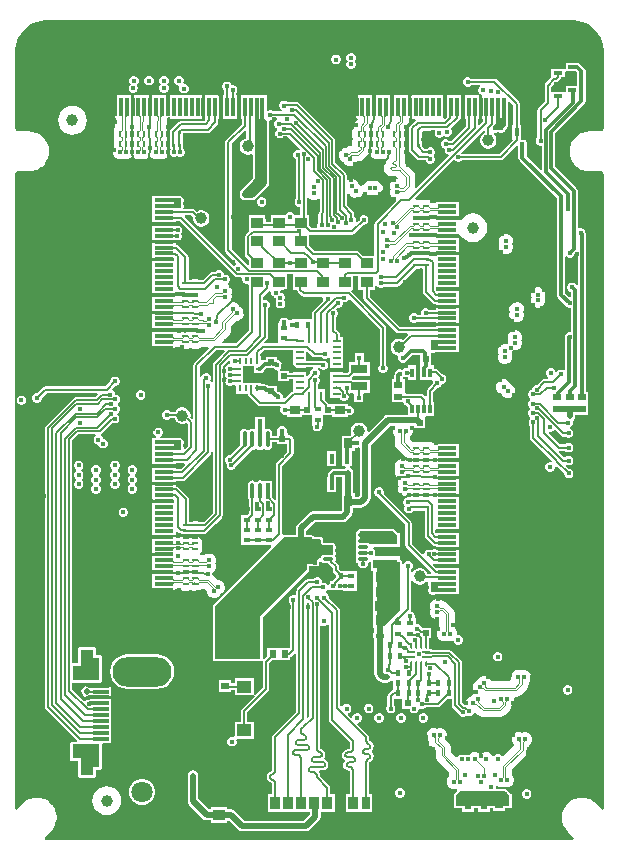
<source format=gbl>
G04*
G04 #@! TF.GenerationSoftware,Altium Limited,Altium Designer,22.3.1 (43)*
G04*
G04 Layer_Physical_Order=6*
G04 Layer_Color=16711680*
%FSLAX44Y44*%
%MOMM*%
G71*
G04*
G04 #@! TF.SameCoordinates,1EA146FA-79B1-4300-8D41-9773874625C2*
G04*
G04*
G04 #@! TF.FilePolarity,Positive*
G04*
G01*
G75*
%ADD13C,0.2000*%
%ADD14C,0.1016*%
%ADD16C,0.1270*%
%ADD17C,0.3000*%
%ADD23R,0.4500X0.5500*%
G04:AMPARAMS|DCode=27|XSize=0.2mm|YSize=0.565mm|CornerRadius=0.05mm|HoleSize=0mm|Usage=FLASHONLY|Rotation=0.000|XOffset=0mm|YOffset=0mm|HoleType=Round|Shape=RoundedRectangle|*
%AMROUNDEDRECTD27*
21,1,0.2000,0.4650,0,0,0.0*
21,1,0.1000,0.5650,0,0,0.0*
1,1,0.1000,0.0500,-0.2325*
1,1,0.1000,-0.0500,-0.2325*
1,1,0.1000,-0.0500,0.2325*
1,1,0.1000,0.0500,0.2325*
%
%ADD27ROUNDEDRECTD27*%
G04:AMPARAMS|DCode=28|XSize=0.4mm|YSize=0.565mm|CornerRadius=0.05mm|HoleSize=0mm|Usage=FLASHONLY|Rotation=0.000|XOffset=0mm|YOffset=0mm|HoleType=Round|Shape=RoundedRectangle|*
%AMROUNDEDRECTD28*
21,1,0.4000,0.4650,0,0,0.0*
21,1,0.3000,0.5650,0,0,0.0*
1,1,0.1000,0.1500,-0.2325*
1,1,0.1000,-0.1500,-0.2325*
1,1,0.1000,-0.1500,0.2325*
1,1,0.1000,0.1500,0.2325*
%
%ADD28ROUNDEDRECTD28*%
%ADD34R,0.6500X0.5500*%
%ADD35R,0.6200X0.6200*%
%ADD39R,0.5500X0.4500*%
%ADD40R,0.9000X0.7000*%
%ADD43R,1.0000X0.9000*%
%ADD80C,0.0889*%
%ADD81C,1.0000*%
%ADD84C,0.5000*%
%ADD86O,1.1000X1.9000*%
%ADD87O,1.1000X2.4000*%
%ADD88C,1.8000*%
%ADD89O,4.5000X2.5000*%
%ADD90O,5.0000X2.5000*%
%ADD91O,2.5000X4.5000*%
%ADD92C,0.4064*%
%ADD93C,2.7000*%
%ADD96R,0.3000X1.6000*%
%ADD97R,2.4000X2.4000*%
%ADD98R,2.4000X2.4000*%
%ADD99R,0.7100X0.3000*%
%ADD100C,0.7500*%
%ADD101R,0.5200X0.5200*%
%ADD102R,0.3600X0.3200*%
%ADD103R,0.7000X0.9000*%
%ADD104R,0.5200X0.5200*%
%ADD105R,2.0000X0.8000*%
G04:AMPARAMS|DCode=106|XSize=1.65mm|YSize=2.4mm|CornerRadius=0.0495mm|HoleSize=0mm|Usage=FLASHONLY|Rotation=0.000|XOffset=0mm|YOffset=0mm|HoleType=Round|Shape=RoundedRectangle|*
%AMROUNDEDRECTD106*
21,1,1.6500,2.3010,0,0,0.0*
21,1,1.5510,2.4000,0,0,0.0*
1,1,0.0990,0.7755,-1.1505*
1,1,0.0990,-0.7755,-1.1505*
1,1,0.0990,-0.7755,1.1505*
1,1,0.0990,0.7755,1.1505*
%
%ADD106ROUNDEDRECTD106*%
G04:AMPARAMS|DCode=107|XSize=0.28mm|YSize=0.85mm|CornerRadius=0.0504mm|HoleSize=0mm|Usage=FLASHONLY|Rotation=270.000|XOffset=0mm|YOffset=0mm|HoleType=Round|Shape=RoundedRectangle|*
%AMROUNDEDRECTD107*
21,1,0.2800,0.7492,0,0,270.0*
21,1,0.1792,0.8500,0,0,270.0*
1,1,0.1008,-0.3746,-0.0896*
1,1,0.1008,-0.3746,0.0896*
1,1,0.1008,0.3746,0.0896*
1,1,0.1008,0.3746,-0.0896*
%
%ADD107ROUNDEDRECTD107*%
G04:AMPARAMS|DCode=108|XSize=0.28mm|YSize=0.8mm|CornerRadius=0.0084mm|HoleSize=0mm|Usage=FLASHONLY|Rotation=0.000|XOffset=0mm|YOffset=0mm|HoleType=Round|Shape=RoundedRectangle|*
%AMROUNDEDRECTD108*
21,1,0.2800,0.7832,0,0,0.0*
21,1,0.2632,0.8000,0,0,0.0*
1,1,0.0168,0.1316,-0.3916*
1,1,0.0168,-0.1316,-0.3916*
1,1,0.0168,-0.1316,0.3916*
1,1,0.0168,0.1316,0.3916*
%
%ADD108ROUNDEDRECTD108*%
%ADD109R,0.4000X0.9000*%
%ADD110R,1.0000X1.0000*%
%ADD111R,1.4050X0.3050*%
%ADD112R,0.3000X0.7100*%
%ADD113R,1.4000X0.7500*%
G04:AMPARAMS|DCode=114|XSize=0.2mm|YSize=0.5mm|CornerRadius=0.05mm|HoleSize=0mm|Usage=FLASHONLY|Rotation=180.000|XOffset=0mm|YOffset=0mm|HoleType=Round|Shape=RoundedRectangle|*
%AMROUNDEDRECTD114*
21,1,0.2000,0.4000,0,0,180.0*
21,1,0.1000,0.5000,0,0,180.0*
1,1,0.1000,-0.0500,0.2000*
1,1,0.1000,0.0500,0.2000*
1,1,0.1000,0.0500,-0.2000*
1,1,0.1000,-0.0500,-0.2000*
%
%ADD114ROUNDEDRECTD114*%
G04:AMPARAMS|DCode=115|XSize=0.2mm|YSize=0.7mm|CornerRadius=0.05mm|HoleSize=0mm|Usage=FLASHONLY|Rotation=270.000|XOffset=0mm|YOffset=0mm|HoleType=Round|Shape=RoundedRectangle|*
%AMROUNDEDRECTD115*
21,1,0.2000,0.6000,0,0,270.0*
21,1,0.1000,0.7000,0,0,270.0*
1,1,0.1000,-0.3000,-0.0500*
1,1,0.1000,-0.3000,0.0500*
1,1,0.1000,0.3000,0.0500*
1,1,0.1000,0.3000,-0.0500*
%
%ADD115ROUNDEDRECTD115*%
%ADD116R,0.3000X0.8000*%
%ADD117R,0.4750X0.2500*%
%ADD118R,0.2500X0.4750*%
%ADD119O,0.3500X1.4000*%
%ADD120R,0.3500X1.4000*%
%ADD121R,0.6750X0.2500*%
%ADD122R,0.2500X0.5750*%
%ADD123R,0.5500X0.6500*%
%ADD124R,1.5500X1.3500*%
%ADD125R,1.1700X1.8000*%
%ADD126R,1.9000X1.3500*%
%ADD127R,1.2000X1.0000*%
%ADD128R,0.8500X1.1000*%
%ADD129R,0.8750X1.1000*%
%ADD130R,0.7500X1.1000*%
G04:AMPARAMS|DCode=131|XSize=0.2mm|YSize=0.565mm|CornerRadius=0.05mm|HoleSize=0mm|Usage=FLASHONLY|Rotation=270.000|XOffset=0mm|YOffset=0mm|HoleType=Round|Shape=RoundedRectangle|*
%AMROUNDEDRECTD131*
21,1,0.2000,0.4650,0,0,270.0*
21,1,0.1000,0.5650,0,0,270.0*
1,1,0.1000,-0.2325,-0.0500*
1,1,0.1000,-0.2325,0.0500*
1,1,0.1000,0.2325,0.0500*
1,1,0.1000,0.2325,-0.0500*
%
%ADD131ROUNDEDRECTD131*%
G04:AMPARAMS|DCode=132|XSize=0.4mm|YSize=0.565mm|CornerRadius=0.05mm|HoleSize=0mm|Usage=FLASHONLY|Rotation=270.000|XOffset=0mm|YOffset=0mm|HoleType=Round|Shape=RoundedRectangle|*
%AMROUNDEDRECTD132*
21,1,0.4000,0.4650,0,0,270.0*
21,1,0.3000,0.5650,0,0,270.0*
1,1,0.1000,-0.2325,-0.1500*
1,1,0.1000,-0.2325,0.1500*
1,1,0.1000,0.2325,0.1500*
1,1,0.1000,0.2325,-0.1500*
%
%ADD132ROUNDEDRECTD132*%
%ADD133R,2.4000X2.4000*%
%ADD134R,2.4000X2.4000*%
%ADD135R,1.6000X0.3000*%
%ADD136R,2.3000X1.2500*%
%ADD137R,1.1000X2.6500*%
%ADD138R,1.6000X1.9500*%
%ADD139R,1.6000X1.9500*%
%ADD140R,1.1000X2.6500*%
G36*
X30483Y696892D02*
X30491Y696894D01*
X30500Y696892D01*
X474868D01*
X474876Y696894D01*
X474884Y696892D01*
X476645Y696902D01*
X480139Y696461D01*
X483545Y695568D01*
X486806Y694238D01*
X489865Y692494D01*
X492670Y690365D01*
X495174Y687888D01*
X497332Y685107D01*
X499109Y682066D01*
X500475Y678820D01*
X501404Y675424D01*
X501883Y671935D01*
X501892Y670184D01*
X501892Y605918D01*
X501892Y605348D01*
X501573Y604254D01*
X500961Y603293D01*
X500161Y602591D01*
X489739Y602575D01*
X489640Y602555D01*
X489540Y602569D01*
X487746Y602451D01*
X487450Y602372D01*
X487145Y602352D01*
X483678Y601423D01*
X483313Y601243D01*
X482928Y601112D01*
X479820Y599318D01*
X479514Y599049D01*
X479176Y598824D01*
X476638Y596286D01*
X476412Y595948D01*
X476144Y595642D01*
X474349Y592533D01*
X474218Y592148D01*
X474039Y591784D01*
X473110Y588317D01*
X473083Y587911D01*
X473004Y587512D01*
Y583923D01*
X473083Y583524D01*
X473110Y583119D01*
X474039Y579651D01*
X474219Y579287D01*
X474349Y578902D01*
X476144Y575793D01*
X476412Y575488D01*
X476638Y575150D01*
X479176Y572612D01*
X479514Y572386D01*
X479819Y572118D01*
X482928Y570323D01*
X483313Y570192D01*
X483678Y570013D01*
X487145Y569084D01*
X487450Y569063D01*
X487746Y568984D01*
X489541Y568867D01*
X489643Y568880D01*
X489744Y568860D01*
X500143Y568860D01*
X500961Y568142D01*
X501573Y567181D01*
X501892Y566087D01*
Y565518D01*
X501893Y29977D01*
X501893Y29407D01*
X501740Y28886D01*
X500378Y28449D01*
X495102Y33702D01*
X495019Y33757D01*
X494958Y33836D01*
X493606Y35022D01*
X493341Y35175D01*
X493111Y35377D01*
X490002Y37172D01*
X489617Y37302D01*
X489253Y37482D01*
X485785Y38411D01*
X485380Y38438D01*
X484981Y38517D01*
X481392D01*
X480993Y38438D01*
X480587Y38411D01*
X477120Y37482D01*
X476756Y37302D01*
X476371Y37172D01*
X473262Y35377D01*
X472957Y35109D01*
X472619Y34883D01*
X470080Y32345D01*
X469855Y32007D01*
X469587Y31701D01*
X467792Y28593D01*
X467661Y28208D01*
X467481Y27843D01*
X466552Y24376D01*
X466526Y23970D01*
X466446Y23572D01*
Y19982D01*
X466526Y19584D01*
X466552Y19178D01*
X467481Y15711D01*
X467661Y15346D01*
X467792Y14961D01*
X469587Y11853D01*
X469788Y11623D01*
X469941Y11358D01*
X471127Y10005D01*
X471209Y9943D01*
X471266Y9857D01*
X476497Y4627D01*
X476075Y3253D01*
X475577Y3108D01*
X475005D01*
X29977Y3108D01*
X29407D01*
X28886Y3259D01*
X28449Y4622D01*
X33702Y9899D01*
X33757Y9981D01*
X33836Y10042D01*
X35022Y11394D01*
X35175Y11659D01*
X35377Y11889D01*
X37172Y14998D01*
X37302Y15383D01*
X37482Y15747D01*
X38411Y19215D01*
X38438Y19620D01*
X38517Y20019D01*
Y23608D01*
X38438Y24007D01*
X38411Y24413D01*
X37482Y27880D01*
X37302Y28244D01*
X37172Y28629D01*
X35377Y31738D01*
X35109Y32043D01*
X34883Y32381D01*
X32345Y34920D01*
X32007Y35145D01*
X31701Y35413D01*
X28593Y37208D01*
X28208Y37339D01*
X27843Y37519D01*
X24376Y38448D01*
X23970Y38474D01*
X23572Y38554D01*
X19982D01*
X19584Y38474D01*
X19178Y38448D01*
X15711Y37519D01*
X15346Y37339D01*
X14961Y37208D01*
X11853Y35413D01*
X11623Y35212D01*
X11358Y35059D01*
X10005Y33873D01*
X9943Y33791D01*
X9857Y33734D01*
X4627Y28503D01*
X3253Y28925D01*
X3108Y29423D01*
Y29995D01*
X3108Y565518D01*
Y566087D01*
X3426Y567181D01*
X4038Y568142D01*
X4839Y568844D01*
X15261Y568860D01*
X15359Y568880D01*
X15459Y568867D01*
X17254Y568984D01*
X17550Y569064D01*
X17855Y569084D01*
X21322Y570013D01*
X21687Y570192D01*
X22072Y570323D01*
X25180Y572118D01*
X25486Y572386D01*
X25824Y572612D01*
X28362Y575150D01*
X28588Y575488D01*
X28856Y575793D01*
X30651Y578902D01*
X30781Y579287D01*
X30961Y579651D01*
X31890Y583119D01*
X31917Y583524D01*
X31996Y583923D01*
Y587512D01*
X31917Y587911D01*
X31890Y588317D01*
X30961Y591784D01*
X30781Y592148D01*
X30651Y592533D01*
X28856Y595642D01*
X28588Y595948D01*
X28362Y596286D01*
X25824Y598824D01*
X25486Y599049D01*
X25180Y599318D01*
X22072Y601112D01*
X21687Y601243D01*
X21322Y601423D01*
X17855Y602352D01*
X17550Y602372D01*
X17254Y602451D01*
X15459Y602569D01*
X15357Y602555D01*
X15256Y602575D01*
X5226D01*
X4407Y603293D01*
X3795Y604254D01*
X3476Y605348D01*
Y605918D01*
X3475Y670184D01*
X3485Y671935D01*
X3963Y675424D01*
X4893Y678820D01*
X6258Y682066D01*
X8035Y685107D01*
X10194Y687888D01*
X12697Y690365D01*
X15503Y692494D01*
X18562Y694238D01*
X21822Y695568D01*
X25229Y696461D01*
X28723Y696902D01*
X30483Y696892D01*
D02*
G37*
%LPC*%
G36*
X275802Y667532D02*
X274198D01*
X272716Y666918D01*
X271582Y665784D01*
X270968Y664302D01*
Y662698D01*
X271582Y661216D01*
X272716Y660082D01*
X274198Y659468D01*
X275802D01*
X277284Y660082D01*
X278418Y661216D01*
X279032Y662698D01*
Y664302D01*
X278418Y665784D01*
X277284Y666918D01*
X275802Y667532D01*
D02*
G37*
G36*
X288802Y669032D02*
X287198D01*
X285716Y668418D01*
X284582Y667284D01*
X283968Y665802D01*
Y664198D01*
X284582Y662716D01*
X285048Y662250D01*
X284582Y661784D01*
X283968Y660302D01*
Y658698D01*
X284582Y657216D01*
X285716Y656082D01*
X287198Y655468D01*
X288802D01*
X290284Y656082D01*
X291418Y657216D01*
X292032Y658698D01*
Y660302D01*
X291418Y661784D01*
X290952Y662250D01*
X291418Y662716D01*
X292032Y664198D01*
Y665802D01*
X291418Y667284D01*
X290284Y668418D01*
X288802Y669032D01*
D02*
G37*
G36*
X479537Y660831D02*
X475308D01*
X474963Y660762D01*
X469758D01*
Y656173D01*
X468658Y655762D01*
Y655762D01*
X457558D01*
Y648763D01*
X457558Y648763D01*
X457558D01*
X456932Y647770D01*
X452440Y643279D01*
X451858Y642407D01*
X451654Y641379D01*
Y627853D01*
X446383Y622583D01*
X445801Y621711D01*
X445596Y620683D01*
Y597415D01*
X444865Y596684D01*
X444251Y595202D01*
Y593598D01*
X444865Y592116D01*
X445999Y590982D01*
X447481Y590368D01*
X449085D01*
X449531Y590070D01*
Y570575D01*
X448358Y570089D01*
X436568Y581878D01*
Y589892D01*
X436500Y590237D01*
Y595442D01*
X431910D01*
X431500Y596542D01*
X431500Y596542D01*
X431500D01*
X431500Y596542D01*
Y607642D01*
X430686D01*
Y625923D01*
X430482Y626951D01*
X429900Y627822D01*
X411139Y646583D01*
X410268Y647165D01*
X409240Y647370D01*
X389515D01*
X388784Y648101D01*
X387302Y648715D01*
X385698D01*
X384216Y648101D01*
X383082Y646967D01*
X382468Y645485D01*
Y643881D01*
X383082Y642399D01*
X384216Y641265D01*
X385698Y640651D01*
X387302D01*
X388784Y641265D01*
X389515Y641996D01*
X396983D01*
X397236Y640726D01*
X397216Y640718D01*
X396082Y639584D01*
X395468Y638102D01*
Y636498D01*
X396082Y635016D01*
X397216Y633882D01*
X398698Y633268D01*
X399000Y632095D01*
Y613250D01*
X399813D01*
Y611113D01*
X396360Y607659D01*
X395187Y608145D01*
Y613250D01*
X396000D01*
Y633250D01*
X384000D01*
Y613250D01*
X384813D01*
Y606613D01*
X372738Y594538D01*
X371165D01*
X370284Y595418D01*
X368802Y596032D01*
X367198D01*
X365716Y595418D01*
X364582Y594284D01*
X363968Y592802D01*
Y591198D01*
X364582Y589716D01*
X365716Y588582D01*
X366048Y588444D01*
X367151Y587802D01*
Y586198D01*
X367765Y584716D01*
X368899Y583582D01*
X370021Y583117D01*
X370495Y581795D01*
X343187Y554486D01*
X342017Y555112D01*
X342215Y556111D01*
Y564836D01*
X341793Y566960D01*
X340589Y568761D01*
X333733Y575618D01*
Y586394D01*
X334731Y587888D01*
X335153Y590012D01*
Y593602D01*
X334731Y595726D01*
X334560Y595982D01*
X334731Y596238D01*
X335153Y598362D01*
Y601952D01*
X334731Y604076D01*
X333768Y605517D01*
X335005Y606754D01*
X336208Y608555D01*
X336631Y610680D01*
Y613132D01*
X337629Y614626D01*
X337730Y615135D01*
X339000Y615010D01*
Y613250D01*
X342335D01*
X342720Y611980D01*
X342600Y611900D01*
X337702Y607002D01*
X337120Y606130D01*
X336916Y605102D01*
Y603709D01*
X336747Y603457D01*
X336553Y602482D01*
Y597832D01*
X336747Y596856D01*
X336916Y596605D01*
Y595359D01*
X336747Y595107D01*
X336553Y594132D01*
Y589482D01*
X336747Y588507D01*
X336916Y588255D01*
Y587109D01*
X337120Y586081D01*
X337702Y585209D01*
X343811Y579100D01*
X344683Y578518D01*
X345711Y578313D01*
X350968D01*
Y578198D01*
X351582Y576716D01*
X352716Y575582D01*
X354198Y574968D01*
X355802D01*
X357284Y575582D01*
X358418Y576716D01*
X359032Y578198D01*
Y579802D01*
X358418Y581284D01*
X357702Y582000D01*
X358418Y582716D01*
X359032Y584198D01*
Y585802D01*
X358418Y587284D01*
X357284Y588418D01*
X355802Y589032D01*
X354198D01*
X352716Y588418D01*
X351984Y587687D01*
X350113D01*
X347654Y590146D01*
Y591442D01*
X347651Y591455D01*
Y594132D01*
X347457Y595107D01*
X347289Y595359D01*
Y596605D01*
X347457Y596856D01*
X347651Y597832D01*
Y602482D01*
X348651Y603313D01*
X358079D01*
X358785Y602257D01*
X358705Y602065D01*
Y600461D01*
X359319Y598979D01*
X360453Y597845D01*
X361935Y597231D01*
X363539D01*
X365021Y597845D01*
X366155Y598979D01*
X367383Y598623D01*
X368198Y598285D01*
X369802D01*
X371284Y598899D01*
X372418Y600033D01*
X373032Y601515D01*
Y603119D01*
X372418Y604601D01*
X372001Y605018D01*
X379172Y612189D01*
X379755Y613061D01*
X379792Y613250D01*
X381000D01*
Y633250D01*
X369000D01*
Y615050D01*
X367270Y613320D01*
X366000Y613846D01*
Y633250D01*
X339000D01*
Y624990D01*
X337730Y624865D01*
X337629Y625374D01*
X336425Y627175D01*
X336000Y627459D01*
Y633250D01*
X324000D01*
Y627459D01*
X323575Y627175D01*
X323135Y626517D01*
X321865D01*
X321425Y627175D01*
X321000Y627459D01*
Y633250D01*
X309000D01*
Y627459D01*
X308575Y627175D01*
X308135Y626517D01*
X306865D01*
X306425Y627175D01*
X306000Y627459D01*
Y633250D01*
X294000D01*
Y627459D01*
X293575Y627175D01*
X292371Y625374D01*
X291949Y623250D01*
Y616750D01*
X292371Y614626D01*
X293369Y613132D01*
Y612594D01*
X292097Y611322D01*
X290894Y609521D01*
X290471Y607397D01*
Y605780D01*
X289473Y604286D01*
X289051Y602162D01*
Y598572D01*
X289473Y596448D01*
X289644Y596192D01*
X289473Y595936D01*
X289051Y593812D01*
Y590498D01*
X287572D01*
X285448Y590075D01*
X283647Y588872D01*
X283477Y588702D01*
X282120D01*
X279904Y587784D01*
X278207Y586087D01*
X277288Y583870D01*
Y581471D01*
X278207Y579254D01*
X279904Y577557D01*
X281180Y577028D01*
X281709Y575751D01*
X283406Y574054D01*
X285623Y573136D01*
X288022D01*
X290240Y574054D01*
X291936Y575751D01*
X292551Y577236D01*
X294023D01*
X296148Y577659D01*
X297949Y578862D01*
X302107Y583020D01*
X302444Y583525D01*
X303878Y583384D01*
X304512Y581852D01*
X306209Y580156D01*
X308426Y579237D01*
X310826D01*
X312102Y579766D01*
X313379Y579237D01*
X315779D01*
X316923Y579711D01*
X317895Y578739D01*
X317722Y578322D01*
X317677Y578255D01*
X317661Y578176D01*
X317532Y577864D01*
X317401Y576865D01*
X317255Y576131D01*
X317325Y575778D01*
X316498Y574701D01*
X316019Y573544D01*
X315974Y573477D01*
X315958Y573398D01*
X315829Y573086D01*
X315698Y572087D01*
X315552Y571353D01*
X315698Y570619D01*
X315829Y569620D01*
X315958Y569308D01*
X315974Y569229D01*
X316019Y569161D01*
X316498Y568005D01*
X317562Y566618D01*
X318949Y565554D01*
X320106Y565075D01*
X320173Y565030D01*
X320252Y565014D01*
X320564Y564885D01*
X321563Y564753D01*
X322297Y564607D01*
X325989D01*
X327294Y563302D01*
X326768Y562032D01*
X325800D01*
X323583Y561114D01*
X321886Y559417D01*
X320968Y557200D01*
Y554800D01*
X321497Y553523D01*
X320968Y552247D01*
Y549847D01*
X321886Y547630D01*
X323583Y545933D01*
X325531Y545126D01*
X326042Y543842D01*
X308352Y526152D01*
X307770Y525280D01*
X307565Y524252D01*
Y497500D01*
X297799D01*
X294900Y500400D01*
X294028Y500982D01*
X293000Y501186D01*
X257113D01*
X252523Y505776D01*
X252500Y505895D01*
Y514511D01*
X253482Y515317D01*
X253500Y515313D01*
X288878D01*
X289906Y515518D01*
X290778Y516100D01*
X298207Y523529D01*
X299241D01*
X300723Y524143D01*
X301857Y525277D01*
X302471Y526759D01*
Y528363D01*
X301857Y529845D01*
X300723Y530979D01*
X299241Y531593D01*
X297637D01*
X296155Y530979D01*
X295021Y529845D01*
X294407Y528363D01*
Y527328D01*
X292791Y525713D01*
X291715Y526432D01*
X292032Y527198D01*
Y528802D01*
X291418Y530284D01*
X290687Y531016D01*
Y533000D01*
X290482Y534028D01*
X289900Y534900D01*
X284186Y540613D01*
Y549936D01*
X285272Y550569D01*
X286466Y550100D01*
X286889Y549081D01*
X288585Y547384D01*
X290802Y546466D01*
X293202D01*
X295419Y547384D01*
X297116Y549081D01*
X297646Y550361D01*
X299144Y550659D01*
X300127Y549677D01*
X302344Y548758D01*
X304743D01*
X306020Y549287D01*
X307297Y548758D01*
X309696D01*
X311913Y549677D01*
X313610Y551373D01*
X314529Y553590D01*
Y555990D01*
X313610Y558207D01*
X311913Y559904D01*
X309696Y560822D01*
X307297D01*
X306020Y560293D01*
X304743Y560822D01*
X302344D01*
X300127Y559904D01*
X298430Y558207D01*
X297900Y556927D01*
X296402Y556629D01*
X295419Y557611D01*
X294142Y558140D01*
X293614Y559417D01*
X291917Y561114D01*
X289700Y562032D01*
X287300D01*
X285457Y561268D01*
X284186Y561876D01*
Y565500D01*
X283982Y566528D01*
X283400Y567400D01*
X274503Y576296D01*
Y595183D01*
X274299Y596211D01*
X273717Y597083D01*
X244154Y626645D01*
X243282Y627228D01*
X242254Y627432D01*
X233984D01*
X233440Y627977D01*
X231958Y628591D01*
X230354D01*
X228872Y627977D01*
X227737Y626843D01*
X227124Y625361D01*
Y623757D01*
X227737Y622275D01*
X228872Y621141D01*
X229640Y620822D01*
X229388Y619552D01*
X222173D01*
X221900Y619826D01*
X220418Y620440D01*
X218814D01*
X217708Y619982D01*
X216438Y620592D01*
Y623250D01*
X216370Y623595D01*
Y633250D01*
X194370D01*
Y613250D01*
X195183D01*
Y608483D01*
X182100Y595400D01*
X181518Y594528D01*
X181313Y593500D01*
Y502000D01*
X181518Y500972D01*
X182100Y500100D01*
X190726Y491475D01*
X190428Y489977D01*
X190030Y489812D01*
X188896Y488678D01*
X188667Y488632D01*
X146958Y530341D01*
X147484Y531611D01*
X152589D01*
X154059Y530141D01*
X154000Y529921D01*
Y528078D01*
X154477Y526298D01*
X155399Y524702D01*
X156702Y523399D01*
X158298Y522477D01*
X160078Y522000D01*
X161922D01*
X163702Y522477D01*
X165298Y523399D01*
X166601Y524702D01*
X167523Y526298D01*
X168000Y528078D01*
Y529921D01*
X167523Y531702D01*
X166601Y533298D01*
X165298Y534601D01*
X163702Y535523D01*
X161922Y536000D01*
X160078D01*
X158298Y535523D01*
X157016Y534783D01*
X155602Y536198D01*
X154730Y536780D01*
X153702Y536984D01*
X146536D01*
X145830Y538040D01*
X145997Y538444D01*
Y540048D01*
X145534Y541166D01*
Y542325D01*
X145997Y543444D01*
Y545048D01*
X145383Y546530D01*
X144249Y547664D01*
X142767Y548278D01*
X141163D01*
X140170Y547866D01*
X129602D01*
X129257Y547798D01*
X119602D01*
Y535798D01*
Y525798D01*
X139602D01*
Y526611D01*
X143089D01*
X189386Y480314D01*
X190258Y479732D01*
X191286Y479527D01*
X195089D01*
X195794Y478471D01*
X195648Y478119D01*
Y476515D01*
X196262Y475033D01*
X197396Y473899D01*
X198878Y473285D01*
X200482D01*
X201500Y472605D01*
Y471395D01*
X201448Y471135D01*
Y471069D01*
X201313Y470391D01*
Y434113D01*
X190387Y423186D01*
X178750D01*
X178264Y424360D01*
X185002Y431099D01*
X186206Y432900D01*
X186628Y435024D01*
Y438253D01*
X190843Y442468D01*
X192200D01*
X194417Y443386D01*
X196114Y445083D01*
X197032Y447300D01*
Y449700D01*
X196114Y451917D01*
X194417Y453614D01*
X193140Y454142D01*
X192611Y455419D01*
X190914Y457116D01*
X188697Y458034D01*
X186910D01*
X186885Y458052D01*
X186139Y459238D01*
X186844Y460940D01*
Y463340D01*
X186315Y464616D01*
X186844Y465893D01*
Y468293D01*
X185925Y470510D01*
X184229Y472207D01*
X183373Y472561D01*
X183284Y473899D01*
X184418Y475033D01*
X185032Y476515D01*
Y478119D01*
X184418Y479601D01*
X183284Y480735D01*
X181802Y481349D01*
X180198D01*
X180032Y481460D01*
Y481802D01*
X179418Y483284D01*
X178284Y484418D01*
X176802Y485032D01*
X175198D01*
X173716Y484418D01*
X172985Y483687D01*
X170076D01*
X169048Y483482D01*
X168176Y482900D01*
X162261Y476984D01*
X159568D01*
X159317Y477153D01*
X158341Y477347D01*
X153691D01*
X152716Y477153D01*
X152464Y476984D01*
X151218D01*
X150967Y477153D01*
X150353Y477275D01*
Y496334D01*
X150148Y497362D01*
X149566Y498233D01*
X141602Y506198D01*
X140730Y506780D01*
X139702Y506984D01*
X139602D01*
Y507798D01*
X119602D01*
Y495798D01*
X138313D01*
Y492798D01*
X119602D01*
Y485798D01*
Y475798D01*
Y465798D01*
X127862D01*
X127987Y464528D01*
X127478Y464426D01*
X125677Y463223D01*
X125392Y462798D01*
X119602D01*
Y450798D01*
X125392D01*
X125677Y450373D01*
X126335Y449933D01*
Y448663D01*
X125677Y448223D01*
X125392Y447798D01*
X119602D01*
Y435798D01*
X125392D01*
X125677Y435373D01*
X126335Y434933D01*
Y433663D01*
X125677Y433223D01*
X125392Y432798D01*
X119602D01*
Y420798D01*
X125392D01*
X125677Y420373D01*
X127478Y419169D01*
X129602Y418747D01*
X136102D01*
X138226Y419169D01*
X139720Y420167D01*
X139830D01*
X139830Y420167D01*
X142253D01*
X143747Y419169D01*
X145871Y418747D01*
X149461D01*
X151585Y419169D01*
X151841Y419340D01*
X152097Y419169D01*
X154221Y418747D01*
X157811D01*
X159935Y419169D01*
X161429Y420167D01*
X166709D01*
X167195Y418994D01*
X155100Y406900D01*
X154518Y406028D01*
X154313Y405000D01*
Y359782D01*
X153043Y359256D01*
X151835Y360464D01*
X152000Y361078D01*
Y362921D01*
X151523Y364702D01*
X150601Y366298D01*
X149298Y367601D01*
X147702Y368523D01*
X145921Y369000D01*
X144078D01*
X142298Y368523D01*
X140702Y367601D01*
X139398Y366298D01*
X138612Y364936D01*
X135265D01*
X134284Y365918D01*
X132802Y366532D01*
X131198D01*
X129716Y365918D01*
X128582Y364784D01*
X127968Y363302D01*
Y361698D01*
X128582Y360216D01*
X129716Y359082D01*
X131198Y358468D01*
X132802D01*
X134284Y359082D01*
X134765Y359563D01*
X138406D01*
X138477Y359298D01*
X139398Y357702D01*
X140702Y356399D01*
X142298Y355477D01*
X144078Y355000D01*
X145921D01*
X147702Y355477D01*
X148531Y355955D01*
X149491Y355182D01*
Y336196D01*
X147267Y333972D01*
X145997Y334498D01*
Y335197D01*
X145534Y336316D01*
Y337475D01*
X145997Y338593D01*
Y340197D01*
X145383Y341679D01*
X144249Y342814D01*
X142767Y343427D01*
X141163D01*
X140170Y343016D01*
X129602D01*
X129257Y342948D01*
X126525D01*
X126272Y344217D01*
X126882Y344470D01*
X128016Y345604D01*
X128630Y347086D01*
Y348690D01*
X128016Y350172D01*
X126882Y351306D01*
X125400Y351920D01*
X123796D01*
X122314Y351306D01*
X121180Y350172D01*
X120566Y348690D01*
Y347086D01*
X121180Y345604D01*
X122314Y344470D01*
X122924Y344217D01*
X122671Y342948D01*
X119602D01*
Y330948D01*
Y320948D01*
X139602D01*
Y321761D01*
X146802D01*
X147288Y320588D01*
X143835Y317134D01*
X139602D01*
Y317948D01*
X119602D01*
Y305948D01*
X139602D01*
Y306761D01*
X145448D01*
X146476Y306966D01*
X147347Y307548D01*
X168773Y328974D01*
X169356Y329845D01*
X169560Y330873D01*
X170813Y330833D01*
Y279899D01*
X163049Y272134D01*
X159678D01*
X159426Y272303D01*
X158451Y272497D01*
X153801D01*
X152825Y272303D01*
X152573Y272134D01*
X151328D01*
X151076Y272303D01*
X150462Y272425D01*
Y291224D01*
X150258Y292252D01*
X149676Y293124D01*
X141452Y301347D01*
X140580Y301930D01*
X139602Y302124D01*
Y302948D01*
X119602D01*
Y290948D01*
X138313D01*
Y287948D01*
X119602D01*
Y280948D01*
Y270948D01*
Y260948D01*
X127862D01*
X127987Y259678D01*
X127478Y259576D01*
X125677Y258373D01*
X125392Y257948D01*
X119602D01*
Y245948D01*
X125392D01*
X125677Y245522D01*
X126335Y245083D01*
Y243813D01*
X125677Y243373D01*
X125392Y242948D01*
X119602D01*
Y230948D01*
X125392D01*
X125677Y230522D01*
X126335Y230083D01*
Y228813D01*
X125677Y228373D01*
X125392Y227948D01*
X119602D01*
Y215948D01*
X125392D01*
X125677Y215522D01*
X127478Y214319D01*
X129602Y213897D01*
X136102D01*
X138226Y214319D01*
X139720Y215317D01*
X139830D01*
X139830Y215317D01*
X142363D01*
X143856Y214319D01*
X145981Y213897D01*
X149571D01*
X151695Y214319D01*
X151951Y214490D01*
X152206Y214319D01*
X154331Y213897D01*
X156126D01*
X157641Y214198D01*
X158222D01*
X160347Y214621D01*
X161389Y215317D01*
X163663D01*
X165557Y213423D01*
Y212050D01*
X166475Y209833D01*
X168172Y208136D01*
X170389Y207218D01*
X172789D01*
X175006Y208136D01*
X176703Y209833D01*
X177231Y211110D01*
X178508Y211639D01*
X180205Y213335D01*
X181123Y215553D01*
Y217952D01*
X180205Y220169D01*
X178508Y221866D01*
X176291Y222784D01*
X174950D01*
X170781Y226952D01*
X169896Y227544D01*
X170038Y228977D01*
X170956Y229358D01*
X172653Y231054D01*
X173572Y233272D01*
Y235671D01*
X173043Y236948D01*
X173572Y238225D01*
Y240624D01*
X172653Y242841D01*
X170956Y244538D01*
X168739Y245456D01*
X166340D01*
X164123Y244538D01*
X163163Y243578D01*
X161539D01*
X160483Y244284D01*
X160154Y245226D01*
X160256Y245829D01*
X161254Y247323D01*
X161677Y249448D01*
X161254Y251572D01*
X161003Y251948D01*
X161254Y252323D01*
X161677Y254448D01*
X161254Y256572D01*
X160051Y258373D01*
X158250Y259576D01*
X156126Y259999D01*
X154331D01*
X152206Y259576D01*
X151951Y259405D01*
X151695Y259576D01*
X149571Y259999D01*
X145981D01*
X144752Y259754D01*
X142938Y260505D01*
X140689D01*
X140444Y260605D01*
X139602Y261492D01*
Y263939D01*
X140775Y264425D01*
X142287Y262913D01*
X143159Y262331D01*
X143581Y262247D01*
X143648Y262145D01*
X144475Y261593D01*
X145451Y261399D01*
X150101D01*
X151076Y261593D01*
X151328Y261761D01*
X152573D01*
X152825Y261593D01*
X153801Y261399D01*
X158451D01*
X159426Y261593D01*
X159678Y261761D01*
X163448D01*
X164476Y261966D01*
X165347Y262548D01*
X173400Y270600D01*
X173400Y270600D01*
X178400Y275600D01*
X178982Y276472D01*
X179187Y277500D01*
Y403887D01*
X184266Y408967D01*
X185468Y408372D01*
Y407198D01*
X185632Y406802D01*
X184783Y405532D01*
X184698D01*
X183216Y404918D01*
X182082Y403784D01*
X181468Y402302D01*
Y400698D01*
X182082Y399216D01*
X182298Y399000D01*
X182082Y398784D01*
X181468Y397302D01*
Y395698D01*
X182082Y394216D01*
X182548Y393750D01*
X182082Y393284D01*
X181468Y391802D01*
Y390198D01*
X182082Y388716D01*
X183216Y387582D01*
X184698Y386968D01*
X186302D01*
X187784Y387582D01*
X188237Y388035D01*
X189670Y388034D01*
X190250Y387453D01*
Y380625D01*
X200813D01*
Y380500D01*
X201018Y379472D01*
X201600Y378600D01*
X209100Y371100D01*
X209972Y370518D01*
X211000Y370313D01*
X228057D01*
X228566Y369043D01*
X228036Y367766D01*
Y366161D01*
X228650Y364679D01*
X229785Y363545D01*
X231266Y362932D01*
X232871D01*
X233500Y362511D01*
Y361000D01*
X246500D01*
Y362400D01*
X252205D01*
X252465Y362348D01*
X252724Y362400D01*
X254750D01*
Y354250D01*
X254750D01*
X255291Y353440D01*
X255278Y353408D01*
Y351804D01*
X255891Y350322D01*
X257026Y349188D01*
X258507Y348574D01*
X260112D01*
X261593Y349188D01*
X262728Y350322D01*
X263342Y351804D01*
Y353408D01*
X263904Y354250D01*
X264250D01*
Y362400D01*
X272000D01*
Y361000D01*
X285000D01*
Y362050D01*
X285258Y362222D01*
X286862D01*
X288344Y362836D01*
X289478Y363970D01*
X290092Y365452D01*
Y367056D01*
X289478Y368538D01*
X288344Y369672D01*
X286862Y370286D01*
X285258D01*
X285000Y370458D01*
Y372000D01*
X272000D01*
Y371600D01*
X269095D01*
X269017Y371993D01*
X268435Y372865D01*
X265750Y375549D01*
Y384750D01*
X260187D01*
Y389193D01*
X260564Y389570D01*
X261178Y391052D01*
Y392656D01*
X260564Y394138D01*
X259952Y394750D01*
X260918Y395716D01*
X261532Y397198D01*
Y398802D01*
X260918Y400284D01*
X260014Y401188D01*
X260257Y402245D01*
X260388Y402474D01*
X260966Y402496D01*
X261082Y402216D01*
X262216Y401082D01*
X263698Y400468D01*
X265302D01*
X266784Y401082D01*
X267918Y402216D01*
X268532Y403698D01*
Y405302D01*
X267918Y406784D01*
X266784Y407918D01*
X265302Y408532D01*
X263698D01*
X262825Y408170D01*
X262744Y408186D01*
X249750D01*
Y415655D01*
X251020Y416181D01*
X255169Y412031D01*
X256041Y411449D01*
X257069Y411244D01*
X263054D01*
X263716Y410582D01*
X265198Y409968D01*
X266802D01*
X268284Y410582D01*
X268980Y411278D01*
X270250Y410752D01*
Y402250D01*
X281000D01*
Y407250D01*
Y417250D01*
Y428750D01*
X278312D01*
Y430875D01*
X278107Y431903D01*
X277525Y432775D01*
X275504Y434796D01*
Y445593D01*
X276235Y446324D01*
X276849Y447806D01*
Y449410D01*
X276235Y450892D01*
X275101Y452026D01*
X275055Y452256D01*
X275894Y453094D01*
X276198Y452968D01*
X277802D01*
X279284Y453582D01*
X280418Y454716D01*
X281032Y456198D01*
Y456612D01*
X281198Y457785D01*
X282802Y457785D01*
X284284Y458399D01*
X285418Y459533D01*
X285697Y460207D01*
X287195Y460505D01*
X312313Y435387D01*
Y405015D01*
X311582Y404284D01*
X310968Y402802D01*
Y401198D01*
X311582Y399716D01*
X312716Y398582D01*
X314198Y397968D01*
X315802D01*
X317284Y398582D01*
X318418Y399716D01*
X319032Y401198D01*
Y402802D01*
X318418Y404284D01*
X317687Y405015D01*
Y436500D01*
X317482Y437528D01*
X316900Y438400D01*
X288069Y467230D01*
X288199Y467914D01*
X288539Y468500D01*
X289500D01*
Y480313D01*
X294000D01*
Y468500D01*
X298313D01*
Y461500D01*
X298518Y460472D01*
X299100Y459600D01*
X326302Y432398D01*
X327174Y431816D01*
X328202Y431611D01*
X335516D01*
X336042Y430341D01*
X331850Y426149D01*
X331202Y426523D01*
X329422Y427000D01*
X327578D01*
X325798Y426523D01*
X324202Y425601D01*
X322898Y424298D01*
X321977Y422702D01*
X321500Y420922D01*
Y419078D01*
X321977Y417298D01*
X322898Y415702D01*
X324202Y414398D01*
X325798Y413477D01*
X327138Y413118D01*
X327997Y411871D01*
X327968Y411802D01*
Y410198D01*
X328582Y408716D01*
X329716Y407582D01*
X331198Y406968D01*
X332802D01*
X334284Y407582D01*
X335418Y408716D01*
X335678Y409343D01*
X339766Y413431D01*
X346400D01*
Y405400D01*
X346000Y404500D01*
X346000D01*
Y402903D01*
X345931Y402558D01*
Y398500D01*
X346000Y398155D01*
Y392500D01*
X356608D01*
X356660Y392462D01*
X357352Y391230D01*
X356968Y390302D01*
Y389267D01*
X352600Y384900D01*
X352018Y384028D01*
X351813Y383000D01*
Y378782D01*
X350543Y378256D01*
X349396Y379403D01*
X348900Y379900D01*
X348028Y380482D01*
X347000Y380686D01*
X334148D01*
X333250Y381585D01*
X333250Y382750D01*
X333250Y384020D01*
Y392750D01*
X331568D01*
Y394366D01*
X332418Y395216D01*
X332702Y395096D01*
X332716Y395082D01*
X334198Y394468D01*
X335802D01*
X336000Y394336D01*
Y392500D01*
X343000D01*
Y404500D01*
X336000D01*
Y402664D01*
X335802Y402532D01*
X334198D01*
X332716Y401918D01*
X331582Y400784D01*
X331298Y400904D01*
X331284Y400918D01*
X329802Y401532D01*
X328198D01*
X326716Y400918D01*
X325582Y399784D01*
X324968Y398302D01*
Y397974D01*
X324703Y397578D01*
X324431Y396212D01*
Y392750D01*
X322750D01*
Y384020D01*
X322750Y383250D01*
X322750Y381980D01*
Y373250D01*
X332078D01*
X332582Y372033D01*
X333716Y370899D01*
X335198Y370285D01*
X335415D01*
X336000Y369701D01*
Y362588D01*
X318759D01*
X317003Y362239D01*
X315515Y361244D01*
X302770Y348499D01*
X301500Y349025D01*
Y349921D01*
X301023Y351702D01*
X300101Y353298D01*
X298798Y354601D01*
X297202Y355523D01*
X295422Y356000D01*
X293578D01*
X291798Y355523D01*
X290202Y354601D01*
X288899Y353298D01*
X287977Y351702D01*
X287500Y349921D01*
Y348078D01*
X287977Y346298D01*
X288168Y345967D01*
X287201Y345000D01*
X280000D01*
Y332000D01*
X280500D01*
Y319000D01*
X283074D01*
X283244Y317739D01*
X282241Y317069D01*
X273500D01*
X272134Y316797D01*
X270977Y316023D01*
X268977Y314023D01*
X268203Y312866D01*
X267931Y311500D01*
Y310000D01*
X267500D01*
Y297000D01*
X275500D01*
Y309931D01*
X280412D01*
Y296500D01*
X280000D01*
Y289443D01*
X279912Y289000D01*
Y281900D01*
X279099Y281088D01*
X255500D01*
X253744Y280739D01*
X252256Y279744D01*
X242256Y269744D01*
X241261Y268256D01*
X240912Y266500D01*
Y261039D01*
X231000D01*
X230782Y260996D01*
X229724Y261886D01*
X229681Y261973D01*
X229687Y262000D01*
Y319387D01*
X238400Y328100D01*
X238982Y328972D01*
X239186Y330000D01*
Y341756D01*
X238982Y342784D01*
X238400Y343656D01*
X237656Y344400D01*
X236784Y344982D01*
X235756Y345187D01*
X234100D01*
Y347100D01*
X234100D01*
X233468Y348045D01*
X233532Y348198D01*
Y349802D01*
X232918Y351284D01*
X231784Y352418D01*
X230302Y353032D01*
X228698D01*
X227216Y352418D01*
X226082Y351284D01*
X225468Y349802D01*
Y348198D01*
X225531Y348045D01*
X224900Y347100D01*
X224900D01*
Y344687D01*
X221073D01*
Y347250D01*
X220782Y348713D01*
X219953Y349953D01*
X218713Y350782D01*
X217250Y351073D01*
X216149Y350854D01*
X215289Y351792D01*
X215250Y351872D01*
Y361250D01*
X206750D01*
Y351750D01*
X206750D01*
X206717Y351639D01*
X205713Y350782D01*
X204250Y351073D01*
X202787Y350782D01*
X201847Y350154D01*
X201000Y350032D01*
X200153Y350154D01*
X199213Y350782D01*
X197750Y351073D01*
X196287Y350782D01*
X195046Y349953D01*
X194217Y348713D01*
X193927Y347250D01*
Y336976D01*
X185483Y328532D01*
X184198D01*
X182716Y327918D01*
X181582Y326784D01*
X180968Y325302D01*
Y323698D01*
X181582Y322216D01*
X182716Y321082D01*
X182730Y321076D01*
X182534Y320603D01*
Y318999D01*
X183148Y317517D01*
X184282Y316383D01*
X185764Y315769D01*
X187368D01*
X188850Y316383D01*
X189984Y317517D01*
X190598Y318999D01*
Y319666D01*
X203923Y332991D01*
X204250Y332926D01*
X205713Y333218D01*
X206954Y334046D01*
X208046D01*
X209287Y333218D01*
X210750Y332926D01*
X212213Y333218D01*
X213153Y333846D01*
X214000Y333968D01*
X214847Y333846D01*
X215787Y333218D01*
X217250Y332926D01*
X218713Y333218D01*
X219953Y334046D01*
X220782Y335287D01*
X221073Y336750D01*
Y339313D01*
X224900D01*
Y337900D01*
X233813D01*
Y331113D01*
X225100Y322400D01*
X224518Y321528D01*
X224313Y320500D01*
Y291145D01*
X223140Y290659D01*
X221000Y292799D01*
Y307000D01*
X213500D01*
X213500Y307000D01*
Y307000D01*
X212230Y306771D01*
X212213Y306782D01*
X210750Y307073D01*
X209287Y306782D01*
X208046Y305954D01*
X206954D01*
X205713Y306782D01*
X204250Y307073D01*
X202787Y306782D01*
X201546Y305954D01*
X200718Y304713D01*
X200427Y303250D01*
Y292750D01*
X200718Y291287D01*
X201546Y290046D01*
X201563Y290035D01*
Y279363D01*
X200450Y278250D01*
X194750D01*
Y271020D01*
X194750Y269750D01*
X194750D01*
Y269750D01*
X194750D01*
Y261250D01*
X194750D01*
Y260750D01*
X194750D01*
Y252250D01*
X202980D01*
X204250Y252250D01*
Y252250D01*
X204250D01*
Y252250D01*
X219707D01*
X220193Y251077D01*
X171558Y202442D01*
X171116Y201780D01*
X170961Y201000D01*
Y156000D01*
X171116Y155219D01*
X171558Y154558D01*
X172220Y154116D01*
X173000Y153961D01*
X211000D01*
X211780Y154116D01*
X212152Y154364D01*
X213220Y153830D01*
X213322Y153735D01*
X213305Y153651D01*
Y131828D01*
X206302Y124825D01*
X205349Y125667D01*
X205349Y126826D01*
Y139589D01*
X189349D01*
Y135275D01*
X186250D01*
Y137750D01*
X175750D01*
Y128250D01*
X186250D01*
Y129902D01*
X189349D01*
Y125589D01*
X204081D01*
X205270Y125589D01*
X206112Y124635D01*
X195449Y113972D01*
X194867Y113100D01*
X194662Y112072D01*
Y102589D01*
X189349D01*
Y90766D01*
X188079Y89917D01*
X187802Y90032D01*
X186198D01*
X184716Y89418D01*
X183582Y88284D01*
X182968Y86802D01*
Y85198D01*
X183582Y83716D01*
X184716Y82582D01*
X186198Y81968D01*
X187802D01*
X189284Y82582D01*
X190418Y83716D01*
X191032Y85198D01*
Y86802D01*
X190818Y87319D01*
X191667Y88589D01*
X205349D01*
Y102589D01*
X200035D01*
Y110959D01*
X217891Y128815D01*
X218474Y129687D01*
X218678Y130715D01*
Y152538D01*
X220814Y154673D01*
X225744D01*
X226514Y154673D01*
X227784Y154673D01*
X236514D01*
Y157593D01*
X236703Y157630D01*
X237575Y158213D01*
X240229Y160867D01*
X241499Y160341D01*
Y111097D01*
X221799Y91397D01*
X221217Y90525D01*
X221012Y89497D01*
Y82373D01*
Y60853D01*
X219438Y60540D01*
X217860Y59486D01*
X216806Y57908D01*
X216436Y56047D01*
X216806Y54186D01*
X217860Y52608D01*
X219438Y51554D01*
X221012Y51240D01*
Y41589D01*
X217449D01*
Y26589D01*
X252912D01*
Y24400D01*
X247600Y19088D01*
X197401D01*
X189244Y27244D01*
X187756Y28239D01*
X186000Y28588D01*
X183000D01*
Y30500D01*
X169000D01*
Y28588D01*
X167400D01*
X158588Y37400D01*
Y57000D01*
X158239Y58756D01*
X157244Y60244D01*
X155756Y61239D01*
X154000Y61588D01*
X152244Y61239D01*
X150756Y60244D01*
X149761Y58756D01*
X149412Y57000D01*
Y35500D01*
X149761Y33744D01*
X150756Y32255D01*
X162256Y20756D01*
X163744Y19761D01*
X165500Y19412D01*
X169000D01*
Y17500D01*
X183000D01*
Y19001D01*
X184270Y19241D01*
X192256Y11256D01*
X193744Y10261D01*
X195500Y9912D01*
X249500D01*
X251256Y10261D01*
X252744Y11256D01*
X260744Y19256D01*
X261739Y20744D01*
X262088Y22500D01*
Y26589D01*
X273949D01*
Y41589D01*
X270385D01*
Y47026D01*
X270181Y48054D01*
X269598Y48926D01*
X261821Y56703D01*
X261728Y57935D01*
X261728D01*
X261358Y59796D01*
X260966Y60383D01*
X261645Y61653D01*
X263765D01*
Y61611D01*
X265626Y61981D01*
X267204Y63036D01*
X268258Y64613D01*
X268628Y66475D01*
X268258Y68336D01*
X267204Y69914D01*
X265626Y70968D01*
X265103Y72367D01*
X265628Y73154D01*
X265999Y75015D01*
X265628Y76876D01*
X264574Y78454D01*
X262996Y79508D01*
X261686Y79768D01*
Y93505D01*
Y183952D01*
X262957Y184482D01*
X264198Y183968D01*
X265802D01*
X267284Y184582D01*
X267756Y185054D01*
X269026Y184528D01*
Y104456D01*
X269231Y103428D01*
X269813Y102556D01*
X287012Y85358D01*
Y79622D01*
X284933D01*
Y79664D01*
X283072Y79294D01*
X281495Y78239D01*
X280440Y76662D01*
X280070Y74801D01*
X280440Y72939D01*
X281495Y71361D01*
X282101Y70957D01*
X282505Y69699D01*
X281451Y68122D01*
X281080Y66260D01*
X281451Y64399D01*
X282505Y62821D01*
X284083Y61767D01*
X285944Y61397D01*
Y61397D01*
X287012Y60909D01*
Y55658D01*
Y41589D01*
X283449D01*
Y26589D01*
X305949D01*
Y41589D01*
X302885D01*
Y59022D01*
Y68642D01*
X304195Y68903D01*
X305773Y69957D01*
X306827Y71535D01*
X307197Y73396D01*
X306827Y75257D01*
X305773Y76835D01*
X305480Y77031D01*
Y78301D01*
X305773Y78497D01*
X306827Y80075D01*
X307197Y81936D01*
X306827Y83797D01*
X305773Y85375D01*
X304195Y86429D01*
X302885Y86690D01*
Y89805D01*
X302681Y90833D01*
X302098Y91705D01*
X293105Y100698D01*
X293631Y101968D01*
X293872D01*
X295354Y102582D01*
X296488Y103716D01*
X297102Y105198D01*
Y106802D01*
X296488Y108284D01*
X295354Y109418D01*
X293872Y110032D01*
X292268D01*
X290786Y109418D01*
X289651Y108284D01*
X289038Y106802D01*
Y106561D01*
X287768Y106035D01*
X285008Y108795D01*
X285408Y110190D01*
X286353Y110582D01*
X287488Y111716D01*
X288102Y113198D01*
Y114802D01*
X287488Y116284D01*
X286353Y117418D01*
X284872Y118032D01*
X283268D01*
X281786Y117418D01*
X280651Y116284D01*
X280649Y116277D01*
X279099Y115855D01*
X278645Y116197D01*
Y197042D01*
X278440Y198070D01*
X277858Y198941D01*
X269032Y207767D01*
Y208802D01*
X268418Y210284D01*
X267284Y211418D01*
X266354Y211803D01*
Y213178D01*
X266375Y213186D01*
X267509Y214321D01*
X267630Y214612D01*
X268900Y214400D01*
Y214400D01*
X280371D01*
X280449Y214321D01*
X281931Y213707D01*
X283250D01*
Y213250D01*
X292750D01*
Y220980D01*
X292750Y221750D01*
X292750D01*
Y222250D01*
X292750D01*
Y230750D01*
X284520D01*
X283250Y230750D01*
Y230750D01*
X283250D01*
Y230750D01*
X279049D01*
X277687Y232113D01*
Y234285D01*
X277482Y235313D01*
X276900Y236184D01*
X274344Y238740D01*
X274517Y238999D01*
X274711Y239976D01*
Y241768D01*
X274517Y242745D01*
X274098Y243372D01*
X274517Y243999D01*
X274711Y244976D01*
Y246768D01*
X274517Y247745D01*
X274268Y248118D01*
Y248626D01*
X274517Y248999D01*
X274711Y249976D01*
Y251768D01*
X274517Y252745D01*
X273964Y253573D01*
X273135Y254127D01*
X273085Y254137D01*
X273009Y254188D01*
X272229Y254343D01*
X268613D01*
X268209Y254423D01*
X268008D01*
X267812Y254462D01*
X264867D01*
X264485Y254538D01*
X264331Y254641D01*
X264229Y254795D01*
X264153Y255177D01*
Y256768D01*
X264094Y257062D01*
X264065Y257360D01*
X264017Y257449D01*
X263997Y257549D01*
X263831Y257798D01*
X263690Y258062D01*
X263600Y258171D01*
Y258600D01*
X263248D01*
X263171Y258694D01*
X263093Y258758D01*
X263037Y258842D01*
X262788Y259008D01*
X262556Y259198D01*
X262459Y259228D01*
X262375Y259284D01*
X262081Y259342D01*
X261795Y259429D01*
X261694Y259419D01*
X261595Y259439D01*
X256352D01*
X256284Y259780D01*
X255842Y260442D01*
X255180Y260884D01*
X254400Y261039D01*
X250088D01*
Y264599D01*
X257400Y271912D01*
X281000D01*
X282756Y272261D01*
X284244Y273256D01*
X287744Y276756D01*
X288739Y278244D01*
X289088Y280000D01*
Y283500D01*
X291000D01*
Y283912D01*
X296037D01*
X297793Y284261D01*
X299281Y285256D01*
X303013Y288987D01*
X304007Y290476D01*
X304357Y292231D01*
Y337109D01*
X320660Y353412D01*
X323269D01*
X323819Y352142D01*
X323015Y350200D01*
Y347800D01*
X323933Y345583D01*
X324893Y344623D01*
Y338486D01*
X325315Y336362D01*
X326519Y334561D01*
X334137Y326943D01*
X335938Y325739D01*
X337080Y325512D01*
X337443Y324535D01*
X337366Y324026D01*
X336898Y323578D01*
X335367D01*
X334407Y324538D01*
X332190Y325456D01*
X329790D01*
X327574Y324538D01*
X325877Y322841D01*
X324958Y320624D01*
Y318224D01*
X325487Y316947D01*
X324958Y315671D01*
Y313271D01*
X325877Y311054D01*
X327574Y309357D01*
X328291Y309060D01*
X328490Y308061D01*
X327572Y305844D01*
Y303444D01*
X328101Y302168D01*
X327572Y300891D01*
Y298491D01*
X328490Y296274D01*
X330187Y294578D01*
X332404Y293659D01*
X333720D01*
X334804Y293659D01*
X335087Y292486D01*
X333716Y291918D01*
X332582Y290784D01*
X331968Y289302D01*
Y287698D01*
X332582Y286216D01*
X333186Y285611D01*
X333120Y285546D01*
X332507Y284064D01*
Y282460D01*
X333120Y280978D01*
X334255Y279844D01*
X335737Y279230D01*
X337341D01*
X338823Y279844D01*
X339957Y280978D01*
X340183Y281523D01*
X340808Y281399D01*
X345458D01*
X346434Y281593D01*
X346685Y281761D01*
X347931D01*
X348183Y281593D01*
X349158Y281399D01*
X350162D01*
Y260270D01*
X350367Y259242D01*
X350949Y258370D01*
X357219Y252100D01*
X358091Y251518D01*
X359119Y251313D01*
X359363D01*
Y250948D01*
X379363D01*
Y262948D01*
X359537D01*
X358686Y263798D01*
Y264958D01*
X359363Y265948D01*
X359957Y265948D01*
X379363D01*
Y270948D01*
Y280948D01*
Y292948D01*
X371103D01*
X370978Y294218D01*
X371488Y294319D01*
X373289Y295522D01*
X373573Y295948D01*
X379363D01*
Y307948D01*
X373573D01*
X373289Y308373D01*
X372630Y308813D01*
Y310083D01*
X373289Y310522D01*
X373573Y310948D01*
X379363D01*
Y322948D01*
X373573D01*
X373289Y323373D01*
X372630Y323812D01*
Y325083D01*
X373289Y325522D01*
X373573Y325947D01*
X379363D01*
Y337948D01*
X373573D01*
X373289Y338373D01*
X371488Y339576D01*
X369363Y339999D01*
X362863D01*
X360739Y339576D01*
X359245Y338578D01*
X359136D01*
X359135Y338578D01*
X356896D01*
X355402Y339576D01*
X353278Y339999D01*
X349688D01*
X347564Y339576D01*
X347308Y339405D01*
X347052Y339576D01*
X344928Y339999D01*
X341338D01*
X340084Y339749D01*
X338154Y341679D01*
Y344623D01*
X339114Y345583D01*
X340032Y347800D01*
Y350200D01*
X339227Y352142D01*
X339778Y353412D01*
X341400D01*
Y351400D01*
X350600D01*
Y360600D01*
X351493Y361500D01*
X358000D01*
Y373500D01*
X357187D01*
Y381887D01*
X360767Y385468D01*
X361802D01*
X363284Y386082D01*
X364418Y387216D01*
X365032Y388698D01*
Y389151D01*
X365302D01*
X366784Y389765D01*
X367918Y390899D01*
X368532Y392381D01*
Y393985D01*
X367918Y395467D01*
X366784Y396601D01*
X365302Y397215D01*
X365023D01*
X361339Y400900D01*
X360467Y401482D01*
X359439Y401687D01*
X358000D01*
Y404500D01*
X356493D01*
X355600Y405400D01*
Y414191D01*
X355957Y414863D01*
X356572Y415318D01*
X357802D01*
X358795Y415729D01*
X369363D01*
X369708Y415798D01*
X379363D01*
Y425798D01*
Y437798D01*
X359363D01*
Y436984D01*
X329315D01*
X303687Y462613D01*
Y468500D01*
X308000D01*
Y472217D01*
X309270Y472469D01*
X309582Y471716D01*
X310716Y470582D01*
X312198Y469968D01*
X313802D01*
X315284Y470582D01*
X316015Y471313D01*
X326414D01*
X327443Y471518D01*
X328314Y472100D01*
X342463Y486249D01*
X345362D01*
X346338Y486443D01*
X346590Y486611D01*
X347835D01*
X348087Y486443D01*
X348701Y486321D01*
Y466613D01*
X348905Y465584D01*
X349487Y464713D01*
X356802Y457398D01*
X357674Y456816D01*
X358702Y456611D01*
X359363D01*
Y455798D01*
X379363D01*
Y467798D01*
X360501D01*
X359687Y468613D01*
Y470798D01*
X379363D01*
Y475798D01*
Y485798D01*
Y497798D01*
X371103D01*
X370978Y499068D01*
X371488Y499169D01*
X373289Y500373D01*
X373573Y500798D01*
X379363D01*
Y512798D01*
X373573D01*
X373289Y513223D01*
X372630Y513663D01*
Y514933D01*
X373289Y515373D01*
X373573Y515798D01*
X379363D01*
X379363Y515798D01*
Y515798D01*
X380317Y515108D01*
X380409Y514885D01*
X382352Y512352D01*
X384885Y510409D01*
X387835Y509187D01*
X391000Y508770D01*
X394165Y509187D01*
X397115Y510409D01*
X399648Y512352D01*
X401591Y514885D01*
X402813Y517835D01*
X403230Y521000D01*
X402813Y524165D01*
X401591Y527115D01*
X399648Y529648D01*
X397115Y531591D01*
X394165Y532813D01*
X391000Y533230D01*
X387835Y532813D01*
X384885Y531591D01*
X382352Y529648D01*
X380633Y527407D01*
X379363Y527746D01*
Y527798D01*
X373573D01*
X373289Y528223D01*
X372630Y528663D01*
Y529933D01*
X373289Y530373D01*
X373573Y530798D01*
X379363D01*
Y542798D01*
X373573D01*
X373289Y543223D01*
X371488Y544426D01*
X369363Y544849D01*
X362863D01*
X360739Y544426D01*
X359245Y543428D01*
X359136D01*
X359135Y543428D01*
X356879D01*
X355386Y544426D01*
X353261Y544849D01*
X349671D01*
X347547Y544426D01*
X347291Y544255D01*
X347035Y544426D01*
X344911Y544849D01*
X342944D01*
X342418Y546119D01*
X375169Y578870D01*
X375399Y578824D01*
X376533Y577690D01*
X378015Y577076D01*
X379619D01*
X381101Y577690D01*
X381832Y578422D01*
X414608D01*
X415637Y578626D01*
X416508Y579209D01*
X428327Y591027D01*
X429500Y590541D01*
Y590237D01*
X429431Y589892D01*
Y580400D01*
X429703Y579034D01*
X430476Y577877D01*
X462026Y546327D01*
Y464357D01*
X462298Y462991D01*
X463072Y461833D01*
X469070Y455835D01*
X469534Y454716D01*
X470668Y453582D01*
X472150Y452968D01*
X473754D01*
X473931Y452849D01*
Y432650D01*
X473754Y432532D01*
X472150D01*
X470668Y431918D01*
X469534Y430784D01*
X468920Y429302D01*
Y427698D01*
X469180Y427071D01*
Y400818D01*
X467910Y400292D01*
X467784Y400418D01*
X466302Y401032D01*
X464698D01*
X463216Y400418D01*
X462170Y399372D01*
X461563Y399344D01*
X460770Y399435D01*
X460418Y400284D01*
X459284Y401418D01*
X457802Y402032D01*
X456198D01*
X454716Y401418D01*
X453582Y400284D01*
X452968Y398802D01*
Y397198D01*
X453582Y395716D01*
X454716Y394582D01*
X455018Y394456D01*
X454766Y393186D01*
X451500D01*
X450472Y392982D01*
X449600Y392400D01*
X445233Y388032D01*
X444198D01*
X442716Y387418D01*
X441582Y386284D01*
X440968Y384802D01*
Y383937D01*
X439716Y383418D01*
X438582Y382284D01*
X437968Y380802D01*
Y379198D01*
X438582Y377716D01*
X439567Y376731D01*
X439650Y376000D01*
X439567Y375269D01*
X438582Y374284D01*
X437968Y372802D01*
Y371198D01*
X438582Y369716D01*
X439520Y368778D01*
X439670Y368174D01*
X439567Y367269D01*
X438695Y366397D01*
X438081Y364915D01*
Y363311D01*
X438695Y361829D01*
X439633Y360891D01*
X439783Y360287D01*
X439680Y359382D01*
X438808Y358510D01*
X438194Y357028D01*
Y355424D01*
X438808Y353942D01*
X439539Y353210D01*
Y343274D01*
X439744Y342246D01*
X440326Y341374D01*
X458142Y323559D01*
X457422Y322482D01*
X457302Y322532D01*
X455698D01*
X454216Y321918D01*
X453082Y320784D01*
X452468Y319302D01*
Y317698D01*
X453082Y316216D01*
X454216Y315082D01*
X455698Y314468D01*
X457302D01*
X458784Y315082D01*
X459918Y316216D01*
X460532Y317698D01*
Y318872D01*
X461734Y319467D01*
X467968Y313232D01*
Y312198D01*
X468582Y310716D01*
X469716Y309582D01*
X471198Y308968D01*
X472802D01*
X474284Y309582D01*
X475418Y310716D01*
X476032Y312198D01*
Y313802D01*
X475418Y315284D01*
X474284Y316418D01*
X472802Y317032D01*
X471767D01*
X469505Y319295D01*
X470224Y320371D01*
X471198Y319968D01*
X472802D01*
X474284Y320582D01*
X475418Y321716D01*
X476032Y323198D01*
Y324802D01*
X475418Y326284D01*
X474284Y327418D01*
X472802Y328032D01*
X471198D01*
X469716Y327418D01*
X468984Y326687D01*
X468113D01*
X463756Y331043D01*
X464282Y332313D01*
X468984D01*
X469716Y331582D01*
X471198Y330968D01*
X472802D01*
X474284Y331582D01*
X475418Y332716D01*
X476032Y334198D01*
Y335802D01*
X475418Y337284D01*
X474284Y338418D01*
X472802Y339032D01*
X471198D01*
X469716Y338418D01*
X468984Y337687D01*
X464613D01*
X454858Y347441D01*
X455578Y348518D01*
X455698Y348468D01*
X457302D01*
X458784Y349082D01*
X459918Y350216D01*
X460391Y350310D01*
X465600Y345100D01*
X466472Y344518D01*
X467500Y344313D01*
X468984D01*
X469716Y343582D01*
X471198Y342968D01*
X472802D01*
X474284Y343582D01*
X475418Y344716D01*
X476032Y346198D01*
Y347802D01*
X475418Y349284D01*
X474284Y350418D01*
X472993Y350953D01*
X472833Y351632D01*
X472867Y352275D01*
X473909Y352707D01*
X475043Y353841D01*
X475657Y355323D01*
Y356927D01*
X475353Y357660D01*
X476244Y358256D01*
X477239Y359744D01*
X477588Y361500D01*
Y362750D01*
X478250D01*
Y362750D01*
X488750D01*
Y372250D01*
X488750D01*
Y372750D01*
X488750D01*
Y382250D01*
X487038D01*
Y487722D01*
X487117Y488115D01*
Y515406D01*
X486845Y516772D01*
X486349Y517514D01*
Y517727D01*
X485735Y519209D01*
X484601Y520343D01*
X483119Y520957D01*
X481515D01*
X481039Y520760D01*
X479768Y521608D01*
Y552600D01*
X479497Y553965D01*
X478723Y555123D01*
X460868Y572978D01*
Y601022D01*
X485323Y625476D01*
X486097Y626634D01*
X486368Y628000D01*
Y654000D01*
X486097Y655366D01*
X485323Y656523D01*
X482061Y659786D01*
X480903Y660559D01*
X480858Y660568D01*
Y660762D01*
X479882D01*
X479537Y660831D01*
D02*
G37*
G36*
X117541Y649676D02*
X115936D01*
X114455Y649062D01*
X113320Y647928D01*
X112706Y646446D01*
Y644842D01*
X113320Y643360D01*
X114455Y642226D01*
X115936Y641612D01*
X117541D01*
X119022Y642226D01*
X120157Y643360D01*
X120771Y644842D01*
Y646446D01*
X120157Y647928D01*
X119022Y649062D01*
X117541Y649676D01*
D02*
G37*
G36*
X130240D02*
X128637D01*
X127155Y649062D01*
X126020Y647928D01*
X125407Y646446D01*
Y644842D01*
X126020Y643360D01*
X126808Y642572D01*
X125951Y641714D01*
X125337Y640233D01*
Y638629D01*
X125951Y637147D01*
X127085Y636012D01*
X128567Y635399D01*
X130171D01*
X131653Y636012D01*
X132787Y637147D01*
X133401Y638629D01*
Y640233D01*
X132787Y641714D01*
X131999Y642503D01*
X132857Y643360D01*
X133470Y644842D01*
Y646446D01*
X132857Y647928D01*
X131722Y649062D01*
X130240Y649676D01*
D02*
G37*
G36*
X104702D02*
X103098D01*
X101616Y649062D01*
X100482Y647928D01*
X99868Y646446D01*
Y644842D01*
X100482Y643360D01*
X101253Y642589D01*
X100140Y641475D01*
X99526Y639993D01*
Y638389D01*
X100140Y636907D01*
X101274Y635773D01*
X102756Y635159D01*
X104360D01*
X105842Y635773D01*
X106976Y636907D01*
X107590Y638389D01*
Y639993D01*
X106976Y641475D01*
X106205Y642247D01*
X107318Y643360D01*
X107932Y644842D01*
Y646446D01*
X107318Y647928D01*
X106184Y649062D01*
X104702Y649676D01*
D02*
G37*
G36*
X142941D02*
X141336D01*
X139855Y649062D01*
X138720Y647928D01*
X138106Y646446D01*
Y644842D01*
X138720Y643360D01*
X139855Y642226D01*
X141336Y641612D01*
X141684D01*
X142533Y640342D01*
X142268Y639702D01*
Y638098D01*
X142882Y636616D01*
X144016Y635482D01*
X145498Y634868D01*
X147102D01*
X148584Y635482D01*
X149718Y636616D01*
X150332Y638098D01*
Y639702D01*
X149718Y641184D01*
X148584Y642318D01*
X147102Y642932D01*
X146754D01*
X145905Y644202D01*
X146171Y644842D01*
Y646446D01*
X145557Y647928D01*
X144422Y649062D01*
X142941Y649676D01*
D02*
G37*
G36*
X183702Y644832D02*
X182098D01*
X180616Y644218D01*
X179482Y643084D01*
X178868Y641602D01*
Y639998D01*
X179482Y638516D01*
X180198Y637799D01*
Y633250D01*
X179370D01*
Y613250D01*
X191370D01*
Y633250D01*
X190422D01*
Y634819D01*
X191018Y635416D01*
X191632Y636898D01*
Y638502D01*
X191018Y639984D01*
X189884Y641118D01*
X188402Y641732D01*
X186878D01*
X186318Y643084D01*
X185184Y644218D01*
X183702Y644832D01*
D02*
G37*
G36*
X176370Y633250D02*
X164370D01*
Y613250D01*
X164370D01*
X164236Y612035D01*
X163523Y611322D01*
X143723D01*
X142695Y611118D01*
X141823Y610535D01*
X136666Y605378D01*
X136003Y605246D01*
X135176Y604693D01*
X134623Y603866D01*
X134429Y602891D01*
Y598241D01*
X134623Y597266D01*
X134792Y597014D01*
Y595768D01*
X134623Y595516D01*
X134429Y594541D01*
Y589891D01*
X134623Y588915D01*
X135153Y588124D01*
Y587955D01*
X134475Y587245D01*
X133096Y587429D01*
X132649Y588508D01*
X133029Y590421D01*
Y594011D01*
X132607Y596135D01*
X132436Y596391D01*
X132607Y596647D01*
X133029Y598771D01*
X132851Y599668D01*
X133029Y600566D01*
Y602361D01*
X132607Y604485D01*
X131609Y605979D01*
Y609055D01*
X132001Y611024D01*
Y613132D01*
X132999Y614626D01*
X133100Y615135D01*
X134370Y615010D01*
Y613250D01*
X161370D01*
Y633250D01*
X134370D01*
Y624990D01*
X133100Y624865D01*
X132999Y625374D01*
X131795Y627175D01*
X131370Y627459D01*
Y633250D01*
X119370D01*
Y627459D01*
X118945Y627175D01*
X118505Y626517D01*
X117235D01*
X116795Y627175D01*
X116370Y627459D01*
Y633250D01*
X104370D01*
Y627459D01*
X103945Y627175D01*
X103505Y626517D01*
X102235D01*
X101795Y627175D01*
X101370Y627459D01*
Y633250D01*
X89370D01*
Y627459D01*
X88945Y627175D01*
X87741Y625374D01*
X87319Y623250D01*
Y616750D01*
X87741Y614626D01*
X88684Y613215D01*
X88348Y611527D01*
Y605979D01*
X87350Y604485D01*
X86927Y602361D01*
Y598771D01*
X87350Y596647D01*
X87521Y596391D01*
X87350Y596135D01*
X86927Y594011D01*
Y590421D01*
X87350Y588297D01*
X87418Y588194D01*
X86623Y586274D01*
Y583874D01*
X87541Y581657D01*
X89238Y579960D01*
X91455Y579042D01*
X93854D01*
X95131Y579571D01*
X96408Y579042D01*
X98807D01*
X101025Y579960D01*
X102609Y581544D01*
X104085Y580068D01*
X106302Y579150D01*
X108702D01*
X109978Y579679D01*
X111255Y579150D01*
X113655D01*
X115872Y580068D01*
X117530Y581726D01*
X119085Y580171D01*
X121302Y579253D01*
X123702D01*
X124978Y579782D01*
X126255Y579253D01*
X128655D01*
X130872Y580171D01*
X132569Y581868D01*
X133143Y583254D01*
X134517D01*
X134782Y582616D01*
X135916Y581482D01*
X137398Y580868D01*
X139002D01*
X140484Y581482D01*
X140700Y581698D01*
X140916Y581482D01*
X142398Y580868D01*
X144002D01*
X145484Y581482D01*
X146618Y582616D01*
X147232Y584098D01*
Y585702D01*
X146618Y587184D01*
X145526Y588276D01*
Y589883D01*
X145527Y589891D01*
Y594541D01*
X145333Y595516D01*
X145165Y595768D01*
Y597014D01*
X145333Y597266D01*
X145527Y598241D01*
Y600918D01*
X145530Y600931D01*
Y601415D01*
X166701D01*
X167729Y601619D01*
X168601Y602202D01*
X174770Y608370D01*
X175352Y609242D01*
X175557Y610270D01*
Y613250D01*
X176370D01*
Y633250D01*
D02*
G37*
G36*
X52000Y624230D02*
X48835Y623813D01*
X45885Y622591D01*
X43352Y620648D01*
X41409Y618115D01*
X40187Y615165D01*
X39770Y612000D01*
X40187Y608835D01*
X41409Y605885D01*
X43352Y603352D01*
X45885Y601409D01*
X48835Y600187D01*
X52000Y599770D01*
X55165Y600187D01*
X58115Y601409D01*
X60648Y603352D01*
X62591Y605885D01*
X63813Y608835D01*
X64230Y612000D01*
X63813Y615165D01*
X62591Y618115D01*
X60648Y620648D01*
X58115Y622591D01*
X55165Y623813D01*
X52000Y624230D01*
D02*
G37*
G36*
X141737Y522975D02*
X140133D01*
X139642Y522771D01*
X139602Y522798D01*
Y522798D01*
X119602D01*
Y510798D01*
X138114D01*
X138475Y510437D01*
X139957Y509823D01*
X141561D01*
X143043Y510437D01*
X144177Y511571D01*
X144791Y513053D01*
Y514657D01*
X144177Y516139D01*
X144005Y516311D01*
X144354Y516659D01*
X144967Y518141D01*
Y519745D01*
X144354Y521227D01*
X143219Y522361D01*
X141737Y522975D01*
D02*
G37*
G36*
X420200Y516088D02*
X417800D01*
X415583Y515170D01*
X413886Y513473D01*
X412968Y511256D01*
Y508856D01*
X413497Y507579D01*
X412968Y506303D01*
Y503903D01*
X413886Y501686D01*
X415583Y499989D01*
X417800Y499071D01*
X420200D01*
X422417Y499989D01*
X424114Y501686D01*
X425032Y503903D01*
Y506303D01*
X424503Y507579D01*
X425032Y508856D01*
Y511256D01*
X424114Y513473D01*
X422417Y515170D01*
X420200Y516088D01*
D02*
G37*
G36*
X447510Y470517D02*
X445111D01*
X442894Y469598D01*
X441197Y467901D01*
X440279Y465684D01*
Y463285D01*
X440807Y462008D01*
X440279Y460731D01*
Y458332D01*
X441197Y456115D01*
X442894Y454418D01*
X445111Y453499D01*
X447510D01*
X449727Y454418D01*
X451424Y456115D01*
X452343Y458332D01*
Y460731D01*
X451814Y462008D01*
X452343Y463285D01*
Y465684D01*
X451424Y467901D01*
X449727Y469598D01*
X447510Y470517D01*
D02*
G37*
G36*
X351802Y453032D02*
X350198D01*
X348716Y452418D01*
X347582Y451284D01*
X346968Y449802D01*
Y448198D01*
X347033Y448041D01*
X346328Y446984D01*
X344539D01*
X343591Y447933D01*
X342109Y448547D01*
X340505D01*
X339023Y447933D01*
X337888Y446799D01*
X337275Y445317D01*
Y443713D01*
X337888Y442231D01*
X339023Y441097D01*
X340505Y440483D01*
X342109D01*
X343591Y441097D01*
X344105Y441611D01*
X359363D01*
Y440798D01*
X379363D01*
Y452798D01*
X359363D01*
Y451836D01*
X353867D01*
X353284Y452418D01*
X351802Y453032D01*
D02*
G37*
G36*
X429200Y458532D02*
X426800D01*
X424583Y457614D01*
X422886Y455917D01*
X421968Y453700D01*
Y451300D01*
X422497Y450023D01*
X421968Y448747D01*
Y446347D01*
X422886Y444130D01*
X424583Y442433D01*
X426800Y441515D01*
X429200D01*
X431417Y442433D01*
X433114Y444130D01*
X434032Y446347D01*
Y448747D01*
X433503Y450023D01*
X434032Y451300D01*
Y453700D01*
X433114Y455917D01*
X431417Y457614D01*
X429200Y458532D01*
D02*
G37*
G36*
X427700Y434485D02*
X425300D01*
X423083Y433567D01*
X421386Y431870D01*
X420468Y429653D01*
Y427253D01*
X420997Y425976D01*
X420468Y424700D01*
Y423541D01*
X419700Y422485D01*
X417300D01*
X415083Y421567D01*
X413386Y419870D01*
X412468Y417653D01*
Y415253D01*
X412997Y413976D01*
X412468Y412700D01*
Y410300D01*
X413386Y408083D01*
X415083Y406386D01*
X417300Y405468D01*
X419700D01*
X421917Y406386D01*
X423614Y408083D01*
X424532Y410300D01*
Y412700D01*
X424003Y413976D01*
X424532Y415253D01*
Y416411D01*
X425300Y417468D01*
X427700D01*
X429917Y418386D01*
X431614Y420083D01*
X432532Y422300D01*
Y424700D01*
X432003Y425976D01*
X432532Y427253D01*
Y429653D01*
X431614Y431870D01*
X429917Y433567D01*
X427700Y434485D01*
D02*
G37*
G36*
X298600Y414600D02*
X291000D01*
Y407400D01*
X289875Y407050D01*
X286000D01*
Y399349D01*
X284837Y398186D01*
X281000D01*
Y398750D01*
X270250D01*
Y387250D01*
Y377250D01*
X278127D01*
X278543Y376246D01*
X279678Y375112D01*
X281160Y374498D01*
X282764D01*
X284245Y375112D01*
X285380Y376246D01*
X285994Y377728D01*
Y379332D01*
X285818Y379755D01*
X286698Y380950D01*
X289375D01*
X290500Y380600D01*
Y373400D01*
X298100D01*
Y380600D01*
X299225Y380950D01*
X304000D01*
Y392450D01*
X289774D01*
X289008Y392962D01*
X288978Y392984D01*
X288601Y394352D01*
X289799Y395550D01*
X304000D01*
Y407050D01*
X299725D01*
X298600Y407400D01*
Y414600D01*
D02*
G37*
G36*
X418142Y392626D02*
X415742D01*
X413525Y391708D01*
X411828Y390011D01*
X410910Y387794D01*
Y385394D01*
X411828Y383177D01*
X413525Y381480D01*
X414802Y380952D01*
X415331Y379675D01*
X417028Y377978D01*
X419245Y377060D01*
X421644D01*
X423861Y377978D01*
X425558Y379675D01*
X426476Y381892D01*
Y384292D01*
X425558Y386509D01*
X423861Y388205D01*
X422585Y388734D01*
X422056Y390011D01*
X420359Y391708D01*
X418142Y392626D01*
D02*
G37*
G36*
X110448Y383678D02*
X108844D01*
X107362Y383064D01*
X106228Y381930D01*
X105614Y380448D01*
Y378844D01*
X106228Y377362D01*
X107362Y376227D01*
X108844Y375614D01*
X110448D01*
X111930Y376227D01*
X113064Y377362D01*
X113678Y378844D01*
Y380448D01*
X113064Y381930D01*
X111930Y383064D01*
X110448Y383678D01*
D02*
G37*
G36*
X9633Y379032D02*
X8029D01*
X6547Y378418D01*
X5413Y377284D01*
X4799Y375802D01*
Y374198D01*
X5413Y372716D01*
X6547Y371582D01*
X8029Y370968D01*
X9633D01*
X11115Y371582D01*
X12249Y372716D01*
X12863Y374198D01*
Y375802D01*
X12249Y377284D01*
X11115Y378418D01*
X9633Y379032D01*
D02*
G37*
G36*
X88802Y395032D02*
X87198D01*
X85716Y394418D01*
X84582Y393284D01*
X83968Y391802D01*
Y390767D01*
X79887Y386687D01*
X29000D01*
X27972Y386482D01*
X27100Y385900D01*
X22233Y381032D01*
X21198D01*
X19716Y380418D01*
X18582Y379284D01*
X17968Y377802D01*
Y376198D01*
X18582Y374716D01*
X19716Y373582D01*
X21198Y372968D01*
X22802D01*
X24284Y373582D01*
X25418Y374716D01*
X26032Y376198D01*
Y377233D01*
X30113Y381313D01*
X73142D01*
X73668Y380043D01*
X71662Y378038D01*
X54931D01*
X53903Y377833D01*
X53032Y377251D01*
X29388Y353607D01*
X28805Y352735D01*
X28601Y351707D01*
Y115713D01*
X28805Y114684D01*
X29388Y113813D01*
X55974Y87227D01*
X55448Y85957D01*
X51947D01*
X51167Y85801D01*
X50505Y85359D01*
X50063Y84698D01*
X49908Y83917D01*
Y71417D01*
X50063Y70637D01*
X50505Y69976D01*
X51167Y69534D01*
X51947Y69378D01*
X56906D01*
Y64415D01*
X56906Y64414D01*
Y57415D01*
X57061Y56635D01*
X57503Y55973D01*
X58165Y55531D01*
X58945Y55376D01*
X69945D01*
X70725Y55531D01*
X71387Y55973D01*
X71829Y56635D01*
X71984Y57415D01*
Y62376D01*
X74945D01*
X75725Y62531D01*
X76387Y62973D01*
X76829Y63635D01*
X76984Y64415D01*
Y71406D01*
X76986Y71417D01*
Y83917D01*
X78088Y84890D01*
X84970D01*
Y89890D01*
Y99890D01*
Y109890D01*
Y121940D01*
X76164D01*
X75945Y121983D01*
X75819Y121959D01*
X66764D01*
X66701Y121946D01*
X65198D01*
X63716Y121332D01*
X62582Y120198D01*
X61942Y120071D01*
X51652Y130361D01*
Y135627D01*
X51952Y135873D01*
X74952D01*
X75732Y136029D01*
X76394Y136471D01*
X76836Y137132D01*
X76991Y137913D01*
Y150413D01*
X76984Y150446D01*
Y157415D01*
X76829Y158195D01*
X76387Y158857D01*
X75725Y159299D01*
X74945Y159454D01*
X71984D01*
Y164415D01*
X71829Y165195D01*
X71387Y165857D01*
X70725Y166299D01*
X69945Y166454D01*
X58945D01*
X58165Y166299D01*
X57503Y165857D01*
X57061Y165195D01*
X56906Y164415D01*
Y157416D01*
X56906Y157415D01*
Y152452D01*
X51952D01*
X51652Y152698D01*
Y341254D01*
X56523Y346126D01*
X71313D01*
X71632Y345170D01*
X71654Y344856D01*
X70582Y343784D01*
X69968Y342302D01*
Y340698D01*
X70582Y339216D01*
X71716Y338082D01*
X73198Y337468D01*
X73797D01*
X74387Y336045D01*
X75521Y334911D01*
X77003Y334297D01*
X78607D01*
X80089Y334911D01*
X81223Y336045D01*
X81837Y337527D01*
Y339131D01*
X81223Y340613D01*
X80089Y341747D01*
X78607Y342361D01*
X78007D01*
X77418Y343784D01*
X76284Y344918D01*
X75972Y345047D01*
X75934Y345870D01*
X76020Y346402D01*
X76784Y346912D01*
X85812Y355941D01*
X86870Y355503D01*
X88474D01*
X89956Y356117D01*
X91090Y357251D01*
X91704Y358733D01*
Y360337D01*
X91090Y361819D01*
X90109Y362799D01*
X90098Y363642D01*
X90218Y364219D01*
X90425Y364305D01*
X91559Y365439D01*
X92173Y366921D01*
Y368525D01*
X91559Y370007D01*
X90665Y370901D01*
X90682Y372051D01*
X90773Y372372D01*
X91820Y373419D01*
X92434Y374901D01*
Y376505D01*
X91820Y377987D01*
X90686Y379121D01*
X89204Y379735D01*
X88209D01*
Y380677D01*
X87596Y382159D01*
X86461Y383293D01*
X86056Y383461D01*
X85758Y384959D01*
X87767Y386968D01*
X88802D01*
X90284Y387582D01*
X91418Y388716D01*
X92032Y390198D01*
Y391802D01*
X91418Y393284D01*
X90284Y394418D01*
X88802Y395032D01*
D02*
G37*
G36*
X275500Y332000D02*
X267500D01*
Y319000D01*
X275500D01*
Y332000D01*
D02*
G37*
G36*
X88840Y323857D02*
X87236D01*
X85754Y323243D01*
X84620Y322109D01*
X84006Y320627D01*
Y319023D01*
X84620Y317541D01*
X85605Y316556D01*
X85688Y315825D01*
X85605Y315094D01*
X84620Y314109D01*
X84006Y312627D01*
Y311023D01*
X84620Y309541D01*
X85605Y308556D01*
X85688Y307825D01*
X85605Y307094D01*
X84620Y306109D01*
X84006Y304627D01*
Y303023D01*
X84620Y301541D01*
X85754Y300407D01*
X87236Y299793D01*
X88840D01*
X90322Y300407D01*
X91456Y301541D01*
X92070Y303023D01*
Y304627D01*
X91456Y306109D01*
X90471Y307094D01*
X90388Y307825D01*
X90471Y308556D01*
X91456Y309541D01*
X92070Y311023D01*
Y312627D01*
X91456Y314109D01*
X90471Y315094D01*
X90388Y315825D01*
X90471Y316556D01*
X91456Y317541D01*
X92070Y319023D01*
Y320627D01*
X91456Y322109D01*
X90322Y323243D01*
X88840Y323857D01*
D02*
G37*
G36*
X58065Y323832D02*
X56461D01*
X54979Y323218D01*
X53844Y322084D01*
X53231Y320602D01*
Y318998D01*
X53844Y317516D01*
X54830Y316531D01*
X54913Y315800D01*
X54830Y315069D01*
X53844Y314084D01*
X53231Y312602D01*
Y310998D01*
X53844Y309516D01*
X54830Y308531D01*
X54913Y307800D01*
X54830Y307069D01*
X53844Y306084D01*
X53231Y304602D01*
Y302998D01*
X53844Y301516D01*
X54979Y300382D01*
X56461Y299768D01*
X58065D01*
X59547Y300382D01*
X60681Y301516D01*
X61295Y302998D01*
Y304602D01*
X60681Y306084D01*
X59696Y307069D01*
X59613Y307800D01*
X59696Y308531D01*
X60681Y309516D01*
X61295Y310998D01*
Y312602D01*
X60681Y314084D01*
X59696Y315069D01*
X59613Y315800D01*
X59696Y316531D01*
X60681Y317516D01*
X61295Y318998D01*
Y320602D01*
X60681Y322084D01*
X59547Y323218D01*
X58065Y323832D01*
D02*
G37*
G36*
X103534Y319882D02*
X101930D01*
X100448Y319268D01*
X99314Y318134D01*
X98700Y316652D01*
Y315048D01*
X99314Y313566D01*
X100299Y312581D01*
X100382Y311850D01*
X100299Y311119D01*
X99314Y310134D01*
X98700Y308652D01*
Y307048D01*
X99314Y305566D01*
X100299Y304581D01*
X100382Y303850D01*
X100299Y303119D01*
X99314Y302134D01*
X98700Y300652D01*
Y299048D01*
X99314Y297566D01*
X100448Y296432D01*
X101930Y295818D01*
X103534D01*
X105016Y296432D01*
X106150Y297566D01*
X106764Y299048D01*
Y300652D01*
X106150Y302134D01*
X105165Y303119D01*
X105082Y303850D01*
X105165Y304581D01*
X106150Y305566D01*
X106764Y307048D01*
Y308652D01*
X106150Y310134D01*
X105165Y311119D01*
X105082Y311850D01*
X105165Y312581D01*
X106150Y313566D01*
X106764Y315048D01*
Y316652D01*
X106150Y318134D01*
X105016Y319268D01*
X103534Y319882D01*
D02*
G37*
G36*
X72759Y319857D02*
X71155D01*
X69673Y319243D01*
X68539Y318109D01*
X67925Y316627D01*
Y315023D01*
X68539Y313541D01*
X69524Y312556D01*
X69607Y311825D01*
X69524Y311094D01*
X68539Y310109D01*
X67925Y308627D01*
Y307023D01*
X68539Y305541D01*
X69524Y304556D01*
X69607Y303825D01*
X69524Y303094D01*
X68539Y302109D01*
X67925Y300627D01*
Y299023D01*
X68539Y297541D01*
X69673Y296407D01*
X71155Y295793D01*
X72759D01*
X74241Y296407D01*
X75375Y297541D01*
X75989Y299023D01*
Y300627D01*
X75375Y302109D01*
X74390Y303094D01*
X74307Y303825D01*
X74390Y304556D01*
X75375Y305541D01*
X75989Y307023D01*
Y308627D01*
X75375Y310109D01*
X74390Y311094D01*
X74307Y311825D01*
X74390Y312556D01*
X75375Y313541D01*
X75989Y315023D01*
Y316627D01*
X75375Y318109D01*
X74241Y319243D01*
X72759Y319857D01*
D02*
G37*
G36*
X95803Y284173D02*
X94199D01*
X92717Y283559D01*
X91583Y282425D01*
X90969Y280943D01*
Y279339D01*
X91583Y277857D01*
X92717Y276723D01*
X94199Y276109D01*
X95803D01*
X97285Y276723D01*
X98420Y277857D01*
X99033Y279339D01*
Y280943D01*
X98420Y282425D01*
X97285Y283559D01*
X95803Y284173D01*
D02*
G37*
G36*
X312407Y301193D02*
X310803D01*
X309321Y300579D01*
X308187Y299445D01*
X307573Y297963D01*
Y296359D01*
X308187Y294877D01*
X309321Y293743D01*
X310312Y293332D01*
X333813Y269831D01*
Y252351D01*
X334018Y251323D01*
X334600Y250452D01*
X355968Y229084D01*
X355482Y227910D01*
X352735D01*
X352523Y228702D01*
X351601Y230298D01*
X350298Y231601D01*
X348702Y232523D01*
X346922Y233000D01*
X345078D01*
X343298Y232523D01*
X341702Y231601D01*
X340398Y230298D01*
X339957Y229532D01*
X338686Y229873D01*
Y231801D01*
X339601Y232716D01*
X340215Y234198D01*
Y235802D01*
X339601Y237284D01*
X338467Y238418D01*
X336985Y239032D01*
X335381D01*
X333899Y238418D01*
X332765Y237284D01*
X332309Y236184D01*
X331039Y236437D01*
Y238000D01*
X330884Y238780D01*
X330442Y239442D01*
X329780Y239884D01*
X329000Y240039D01*
X328880D01*
Y242753D01*
X308615D01*
X308045Y244023D01*
X308532Y245198D01*
Y246802D01*
X307918Y248284D01*
X306784Y249418D01*
X306626Y249483D01*
X306879Y250753D01*
X328880D01*
Y262753D01*
X327900D01*
X325211Y265442D01*
X324550Y265884D01*
X323769Y266039D01*
X295769D01*
X294989Y265884D01*
X294327Y265442D01*
X293885Y264780D01*
X293779Y264244D01*
X293189Y264127D01*
X292361Y263573D01*
X291808Y262745D01*
X291613Y261768D01*
Y259976D01*
X291808Y258999D01*
X292227Y258372D01*
X291808Y257745D01*
X291613Y256768D01*
Y254976D01*
X291808Y253999D01*
X292227Y253372D01*
X291808Y252745D01*
X291613Y251768D01*
Y249976D01*
X291808Y248999D01*
X292227Y248372D01*
X291808Y247745D01*
X291613Y246768D01*
Y244976D01*
X291808Y243999D01*
X292227Y243372D01*
X291808Y242745D01*
X291613Y241768D01*
Y239976D01*
X291808Y238999D01*
X292361Y238171D01*
X293189Y237617D01*
X293684Y237519D01*
X293731Y237431D01*
Y235827D01*
X294345Y234345D01*
X295479Y233211D01*
X296961Y232597D01*
X298565D01*
X300047Y233211D01*
X301181Y234345D01*
X301795Y235827D01*
Y237431D01*
X301806Y237453D01*
X302635Y237617D01*
X303464Y238171D01*
X303610Y238390D01*
X304880Y238004D01*
Y230753D01*
X306500D01*
Y218500D01*
Y207680D01*
X306437D01*
Y194680D01*
X306500D01*
Y182500D01*
X307412D01*
Y179271D01*
X307125Y178985D01*
X306250Y176872D01*
Y174584D01*
X307125Y172471D01*
X307412Y172184D01*
Y143429D01*
X307761Y141673D01*
X308756Y140184D01*
X311685Y137256D01*
X313173Y136261D01*
X314929Y135912D01*
X318500D01*
X320256Y136261D01*
X321744Y137256D01*
X321981Y137610D01*
X323251Y137224D01*
Y129537D01*
X322972Y129482D01*
X322100Y128900D01*
X319457Y126256D01*
X318874Y125385D01*
X318670Y124356D01*
Y117015D01*
X317938Y116284D01*
X317325Y114802D01*
Y113198D01*
X317938Y111716D01*
X319072Y110582D01*
X320555Y109968D01*
X322159D01*
X323640Y110582D01*
X324775Y111716D01*
X325388Y113198D01*
Y114802D01*
X324775Y116284D01*
X324043Y117015D01*
Y122250D01*
X331400D01*
Y113900D01*
X337468D01*
Y113198D01*
X338082Y111716D01*
X339216Y110582D01*
X340698Y109968D01*
X342302D01*
X343784Y110582D01*
X344918Y111716D01*
X345532Y113198D01*
X346802Y113834D01*
X347164Y113684D01*
X348768D01*
X350250Y114298D01*
X350981Y115030D01*
X361216D01*
X362244Y115234D01*
X363116Y115816D01*
X369549Y122250D01*
X373313D01*
Y116681D01*
X373518Y115653D01*
X374100Y114782D01*
X379169Y109713D01*
X379582Y108716D01*
X380716Y107582D01*
X382198Y106968D01*
X383802D01*
X385284Y107582D01*
X385743Y108041D01*
X387126Y107468D01*
X388730D01*
X390211Y108082D01*
X391346Y109216D01*
X391861Y110461D01*
X393133Y110986D01*
X395290Y108829D01*
X397112Y107611D01*
X399261Y107184D01*
X414205D01*
X416354Y107611D01*
X418176Y108829D01*
X422152Y112806D01*
X423370Y114628D01*
X423797Y116777D01*
Y117625D01*
X424756Y118583D01*
X425674Y120800D01*
Y123200D01*
X426265Y124084D01*
X427574D01*
X429723Y124512D01*
X431545Y125729D01*
X436464Y130648D01*
X437681Y132470D01*
X438108Y134619D01*
Y136625D01*
X439067Y137583D01*
X439985Y139800D01*
Y142200D01*
X439067Y144417D01*
X437370Y146114D01*
X435153Y147032D01*
X432753D01*
X431476Y146503D01*
X430200Y147032D01*
X427800D01*
X425583Y146114D01*
X423886Y144417D01*
X422968Y142200D01*
Y139800D01*
X423458Y138618D01*
X422609Y137348D01*
X406263D01*
X405614Y138917D01*
X403917Y140614D01*
X401700Y141532D01*
X399300D01*
X397083Y140614D01*
X395386Y138917D01*
X394857Y137640D01*
X393581Y137111D01*
X391884Y135414D01*
X390966Y133197D01*
Y130798D01*
X391884Y128581D01*
X392025Y128440D01*
X391777Y127194D01*
X391583Y127114D01*
X389886Y125417D01*
X389357Y124140D01*
X388081Y123611D01*
X386384Y121915D01*
X385466Y119697D01*
Y118477D01*
X384672Y117543D01*
X383337Y117507D01*
X381687Y119157D01*
Y153000D01*
X381482Y154028D01*
X380900Y154900D01*
X372900Y162900D01*
X372028Y163482D01*
X371000Y163687D01*
X357297D01*
X356959Y163913D01*
X355930Y164117D01*
X355831D01*
X355475Y164355D01*
X354500Y164549D01*
X354420D01*
X354049Y165001D01*
Y169001D01*
X353855Y169976D01*
X353694Y170217D01*
Y173400D01*
X355600D01*
Y182600D01*
X347909D01*
X347418Y183784D01*
X346284Y184918D01*
X344802Y185532D01*
X343198D01*
X342750Y185831D01*
Y190750D01*
X342331D01*
X342032Y191198D01*
Y192802D01*
X341418Y194284D01*
X340284Y195418D01*
X339256Y195844D01*
X338668Y196701D01*
X338548Y197302D01*
X338686Y198000D01*
Y222127D01*
X339957Y222467D01*
X340398Y221702D01*
X341702Y220399D01*
X343298Y219477D01*
X345078Y219000D01*
X346922D01*
X348702Y219477D01*
X350298Y220399D01*
X351601Y221702D01*
X351644Y221776D01*
X352210Y221769D01*
X353045Y220489D01*
X352968Y220302D01*
Y218698D01*
X353431Y217579D01*
Y216421D01*
X352968Y215302D01*
Y213698D01*
X353582Y212216D01*
X354716Y211082D01*
X356198Y210468D01*
X357802D01*
X358795Y210879D01*
X369363D01*
X369708Y210948D01*
X379363D01*
Y220948D01*
Y232948D01*
X359703D01*
X356774Y235876D01*
X357027Y236388D01*
X357523Y236924D01*
X358341Y236761D01*
X359363D01*
Y235948D01*
X379363D01*
Y247948D01*
X361254D01*
X360784Y248418D01*
X359302Y249032D01*
X357698D01*
X356216Y248418D01*
X355736Y247938D01*
X354302Y248532D01*
X352698D01*
X351216Y247918D01*
X350082Y246784D01*
X349468Y245302D01*
Y244979D01*
X348198Y244453D01*
X339187Y253464D01*
Y270944D01*
X338982Y271972D01*
X338400Y272844D01*
X315417Y295827D01*
X315637Y296359D01*
Y297963D01*
X315023Y299445D01*
X313889Y300579D01*
X312407Y301193D01*
D02*
G37*
G36*
X362200Y206532D02*
X359800D01*
X357583Y205614D01*
X355886Y203917D01*
X354968Y201700D01*
Y199300D01*
X355497Y198023D01*
X354968Y196747D01*
Y194347D01*
X355886Y192130D01*
X357583Y190433D01*
X359800Y189515D01*
X362200D01*
X362324Y189432D01*
Y181834D01*
X361365Y180876D01*
X360447Y178659D01*
Y176259D01*
X361365Y174042D01*
X363062Y172345D01*
X365279Y171427D01*
X367679D01*
X368955Y171956D01*
X370232Y171427D01*
X372632D01*
X373654Y171850D01*
X374638Y171192D01*
X375252Y169710D01*
X376387Y168576D01*
X377868Y167962D01*
X379473D01*
X380955Y168576D01*
X382089Y169710D01*
X382702Y171192D01*
Y172796D01*
X382089Y174278D01*
X380955Y175412D01*
X379473Y176026D01*
X378637D01*
X377812Y176190D01*
X377464Y177199D01*
Y178659D01*
X376546Y180876D01*
X375587Y181834D01*
Y194465D01*
X375160Y196615D01*
X373943Y198437D01*
X369369Y203010D01*
X367547Y204228D01*
X365398Y204655D01*
X365375D01*
X364417Y205614D01*
X362200Y206532D01*
D02*
G37*
G36*
X412802Y162032D02*
X411198D01*
X409716Y161418D01*
X408582Y160284D01*
X407968Y158802D01*
Y157198D01*
X408582Y155716D01*
X409716Y154582D01*
X411198Y153968D01*
X412802D01*
X414284Y154582D01*
X415418Y155716D01*
X416032Y157198D01*
Y158802D01*
X415418Y160284D01*
X414284Y161418D01*
X412802Y162032D01*
D02*
G37*
G36*
X123500Y159875D02*
X98500D01*
X94715Y159377D01*
X91187Y157916D01*
X88158Y155591D01*
X85834Y152563D01*
X84373Y149035D01*
X83875Y145250D01*
X84373Y141465D01*
X85834Y137937D01*
X88158Y134908D01*
X91187Y132584D01*
X94715Y131123D01*
X98500Y130625D01*
X123500D01*
X127285Y131123D01*
X130813Y132584D01*
X133841Y134908D01*
X136166Y137937D01*
X137627Y141465D01*
X138125Y145250D01*
X137627Y149035D01*
X136166Y152563D01*
X133841Y155591D01*
X130813Y157916D01*
X127285Y159377D01*
X123500Y159875D01*
D02*
G37*
G36*
X471961Y133693D02*
X470357D01*
X468875Y133079D01*
X467740Y131945D01*
X467127Y130463D01*
Y128859D01*
X467740Y127377D01*
X468875Y126243D01*
X470357Y125629D01*
X471961D01*
X473442Y126243D01*
X474577Y127377D01*
X475191Y128859D01*
Y130463D01*
X474577Y131945D01*
X473442Y133079D01*
X471961Y133693D01*
D02*
G37*
G36*
X64000Y133088D02*
X62244Y132739D01*
X60756Y131744D01*
X59761Y130256D01*
X59412Y128500D01*
X59761Y126744D01*
X60756Y125256D01*
X60841Y125171D01*
X62329Y124176D01*
X64085Y123827D01*
X65841Y124176D01*
X65941Y124243D01*
X66920Y124890D01*
Y124890D01*
X66920Y124890D01*
X84970D01*
Y131940D01*
X66951D01*
X65756Y132739D01*
X64000Y133088D01*
D02*
G37*
G36*
X303515Y118032D02*
X301911D01*
X300429Y117418D01*
X299295Y116284D01*
X298681Y114802D01*
Y113198D01*
X299295Y111716D01*
X300429Y110582D01*
X301911Y109968D01*
X303515D01*
X304997Y110582D01*
X306131Y111716D01*
X306745Y113198D01*
Y114802D01*
X306131Y116284D01*
X304997Y117418D01*
X303515Y118032D01*
D02*
G37*
G36*
X349802Y110032D02*
X348198D01*
X346716Y109418D01*
X345582Y108284D01*
X344968Y106802D01*
Y105198D01*
X345582Y103716D01*
X346716Y102582D01*
X348198Y101968D01*
X349802D01*
X351284Y102582D01*
X352418Y103716D01*
X353032Y105198D01*
Y106802D01*
X352418Y108284D01*
X351284Y109418D01*
X349802Y110032D01*
D02*
G37*
G36*
X331158D02*
X329554D01*
X328073Y109418D01*
X326938Y108284D01*
X326325Y106802D01*
Y105198D01*
X326938Y103716D01*
X328073Y102582D01*
X329554Y101968D01*
X331158D01*
X332640Y102582D01*
X333775Y103716D01*
X334389Y105198D01*
Y106802D01*
X333775Y108284D01*
X332640Y109418D01*
X331158Y110032D01*
D02*
G37*
G36*
X312515D02*
X310911D01*
X309429Y109418D01*
X308295Y108284D01*
X307681Y106802D01*
Y105198D01*
X308295Y103716D01*
X309429Y102582D01*
X310911Y101968D01*
X312515D01*
X313997Y102582D01*
X315131Y103716D01*
X315745Y105198D01*
Y106802D01*
X315131Y108284D01*
X313997Y109418D01*
X312515Y110032D01*
D02*
G37*
G36*
X363965Y97210D02*
X361566D01*
X360289Y96682D01*
X359012Y97210D01*
X356613D01*
X354396Y96292D01*
X352699Y94595D01*
X351781Y92378D01*
Y89979D01*
X352699Y87761D01*
X353657Y86803D01*
Y85549D01*
X354085Y83400D01*
X355302Y81578D01*
X358957Y77923D01*
Y74234D01*
X359384Y72085D01*
X360602Y70263D01*
X371142Y59722D01*
Y56781D01*
X369997Y55636D01*
X369079Y53419D01*
Y51019D01*
X369997Y48802D01*
X371694Y47105D01*
X373911Y46187D01*
X376311D01*
X376961Y46456D01*
X377634Y46085D01*
X377786Y44609D01*
X377196Y44018D01*
X376886Y43270D01*
X375558Y41942D01*
X375116Y41280D01*
X374961Y40500D01*
Y31500D01*
X375116Y30719D01*
X375558Y30058D01*
X376219Y29616D01*
X377000Y29461D01*
X381900D01*
Y26400D01*
X392100D01*
Y29461D01*
X395400D01*
Y26400D01*
X405600D01*
Y29461D01*
X407750D01*
Y27250D01*
X418250D01*
Y29461D01*
X422000D01*
X422780Y29616D01*
X423442Y30058D01*
X423884Y30719D01*
X424039Y31500D01*
Y40500D01*
X424039Y40500D01*
X423884Y41280D01*
X423442Y41942D01*
X423442Y41942D01*
X419942Y45442D01*
X419280Y45884D01*
X418500Y46039D01*
X410980D01*
X410217Y47043D01*
X410410Y48084D01*
X411604Y48528D01*
X411705Y48428D01*
X413922Y47509D01*
X416322D01*
X417598Y48038D01*
X418875Y47509D01*
X421275D01*
X423492Y48428D01*
X425188Y50125D01*
X426107Y52341D01*
Y54741D01*
X425188Y56958D01*
X424230Y57916D01*
Y62149D01*
X437227Y75146D01*
X438445Y76968D01*
X438872Y79117D01*
Y83508D01*
X439830Y84466D01*
X440749Y86683D01*
Y89082D01*
X439830Y91300D01*
X438134Y92996D01*
X435917Y93915D01*
X433517D01*
X432240Y93386D01*
X430964Y93915D01*
X428564D01*
X426347Y92996D01*
X424650Y91300D01*
X423732Y89082D01*
Y86683D01*
X424650Y84466D01*
X425575Y83541D01*
Y82251D01*
X416848Y73525D01*
X415429Y73600D01*
X414496Y74533D01*
X413014Y75146D01*
X411410D01*
X409929Y74533D01*
X409221Y73825D01*
X407773Y74000D01*
X407598Y74424D01*
X405901Y76121D01*
X403684Y77039D01*
X401284D01*
X399067Y76121D01*
X397500Y74554D01*
X396000Y76053D01*
X393783Y76971D01*
X391384D01*
X389167Y76053D01*
X387866Y74752D01*
X387524Y74894D01*
X385920D01*
X384438Y74280D01*
X384271Y74113D01*
X384025Y74360D01*
X382543Y74973D01*
X380939D01*
X379457Y74360D01*
X378323Y73225D01*
X378196Y72920D01*
X376950Y72672D01*
X372220Y77402D01*
Y81091D01*
X371793Y83240D01*
X370576Y85062D01*
X367878Y87760D01*
X367879Y87761D01*
X368797Y89979D01*
Y92378D01*
X367879Y94595D01*
X366182Y96292D01*
X363965Y97210D01*
D02*
G37*
G36*
X330215Y46511D02*
X328611D01*
X327129Y45897D01*
X325995Y44763D01*
X325381Y43281D01*
Y41677D01*
X325995Y40195D01*
X327129Y39061D01*
X328611Y38447D01*
X330215D01*
X331697Y39061D01*
X332831Y40195D01*
X333445Y41677D01*
Y43281D01*
X332831Y44763D01*
X331697Y45897D01*
X330215Y46511D01*
D02*
G37*
G36*
X437346Y45766D02*
X435742D01*
X434260Y45152D01*
X433126Y44018D01*
X432512Y42536D01*
Y40932D01*
X433126Y39450D01*
X434260Y38316D01*
X435742Y37702D01*
X437346D01*
X438828Y38316D01*
X439963Y39450D01*
X440576Y40932D01*
Y42536D01*
X439963Y44018D01*
X438828Y45152D01*
X437346Y45766D01*
D02*
G37*
G36*
X112448Y54500D02*
X109552D01*
X106754Y53750D01*
X104246Y52302D01*
X102198Y50254D01*
X100750Y47746D01*
X100000Y44948D01*
Y42052D01*
X100750Y39254D01*
X102198Y36746D01*
X104246Y34698D01*
X106754Y33250D01*
X109552Y32500D01*
X112448D01*
X115246Y33250D01*
X117754Y34698D01*
X119802Y36746D01*
X121250Y39254D01*
X122000Y42052D01*
Y44948D01*
X121250Y47746D01*
X119802Y50254D01*
X117754Y52302D01*
X115246Y53750D01*
X112448Y54500D01*
D02*
G37*
G36*
X81000Y48230D02*
X77835Y47813D01*
X74885Y46591D01*
X72352Y44648D01*
X70409Y42115D01*
X69187Y39165D01*
X68770Y36000D01*
X69187Y32835D01*
X70409Y29885D01*
X72352Y27352D01*
X74885Y25409D01*
X77835Y24187D01*
X81000Y23770D01*
X84165Y24187D01*
X87115Y25409D01*
X89648Y27352D01*
X91591Y29885D01*
X92813Y32835D01*
X93230Y36000D01*
X92813Y39165D01*
X91591Y42115D01*
X89648Y44648D01*
X87115Y46591D01*
X84165Y47813D01*
X81000Y48230D01*
D02*
G37*
%LPD*%
G36*
X475308Y653694D02*
X478059D01*
X479231Y652522D01*
Y641262D01*
X475749D01*
X475404Y641331D01*
X475308D01*
X474963Y641262D01*
X469758D01*
Y636673D01*
X468658Y636263D01*
Y636262D01*
X457558D01*
X457027Y637312D01*
Y640266D01*
X460975Y644215D01*
X461244D01*
X462272Y644420D01*
X463144Y645002D01*
X465100Y646958D01*
X465682Y647829D01*
X465868Y648763D01*
X468658D01*
Y653352D01*
X469758Y653762D01*
Y653762D01*
X474963D01*
X475308Y653694D01*
D02*
G37*
G36*
X425313Y624810D02*
Y607642D01*
X424500D01*
Y596542D01*
X424500D01*
X424972Y595272D01*
X413496Y583795D01*
X381890D01*
X381067Y584698D01*
X381055Y584756D01*
X400140Y603841D01*
X401313Y603355D01*
Y601527D01*
X401298Y601523D01*
X399702Y600601D01*
X398399Y599298D01*
X397477Y597702D01*
X397000Y595922D01*
Y594078D01*
X397477Y592298D01*
X398399Y590702D01*
X399702Y589399D01*
X401298Y588477D01*
X403078Y588000D01*
X404922D01*
X406702Y588477D01*
X408298Y589399D01*
X409601Y590702D01*
X410523Y592298D01*
X411000Y594078D01*
Y595922D01*
X410523Y597702D01*
X409601Y599298D01*
X408559Y600341D01*
X408563Y600361D01*
X409160Y601514D01*
X410402D01*
X411521Y601978D01*
X413079D01*
X414198Y601514D01*
X415802D01*
X417284Y602128D01*
X418418Y603262D01*
X419032Y604744D01*
Y604819D01*
X420023Y605811D01*
X420797Y606968D01*
X421068Y608334D01*
Y611953D01*
Y623250D01*
X421000Y623595D01*
Y627464D01*
X422173Y627950D01*
X425313Y624810D01*
D02*
G37*
G36*
X225561Y612909D02*
X224416Y612435D01*
X223282Y611301D01*
X222668Y609819D01*
Y608215D01*
X223282Y606733D01*
X224416Y605599D01*
X224994Y605359D01*
X225122Y604864D01*
X225127Y603929D01*
X224182Y602984D01*
X223568Y601502D01*
Y599898D01*
X224182Y598416D01*
X225316Y597282D01*
X226798Y596668D01*
X228402D01*
X229884Y597282D01*
X230615Y598013D01*
X234783D01*
X244992Y587804D01*
X244272Y586728D01*
X243546Y587029D01*
X241942D01*
X240460Y586415D01*
X239326Y585281D01*
X238712Y583799D01*
Y582195D01*
X239326Y580713D01*
X240460Y579579D01*
X241313Y579225D01*
Y546015D01*
X240582Y545284D01*
X239968Y543802D01*
Y542198D01*
X240582Y540716D01*
X241716Y539582D01*
X243198Y538968D01*
X244802D01*
X245009Y538829D01*
Y532000D01*
X239876D01*
X239561Y532761D01*
X238427Y533895D01*
X236945Y534509D01*
X235341D01*
X233859Y533895D01*
X232725Y532761D01*
X232410Y532000D01*
X220000D01*
Y525687D01*
X215500D01*
Y532000D01*
X201500D01*
Y519000D01*
X201500D01*
X201769Y518350D01*
X201078Y517659D01*
X200916Y517551D01*
X199949Y516584D01*
X199841Y516422D01*
X198600Y515181D01*
X198018Y514309D01*
X197813Y513281D01*
Y498500D01*
X198018Y497472D01*
X198600Y496600D01*
X201500Y493700D01*
Y489959D01*
X200327Y489473D01*
X186687Y503113D01*
Y592387D01*
X198145Y603845D01*
X199318Y603359D01*
Y596930D01*
X197798Y596523D01*
X196202Y595601D01*
X194898Y594298D01*
X193977Y592702D01*
X193500Y590921D01*
Y589078D01*
X193977Y587298D01*
X194898Y585702D01*
X196202Y584398D01*
X197798Y583477D01*
X199578Y583000D01*
X201422D01*
X203202Y583477D01*
X203590Y583701D01*
X204690Y583066D01*
Y563179D01*
X194756Y553244D01*
X193761Y551756D01*
X193412Y550000D01*
Y549000D01*
X193761Y547244D01*
X194756Y545756D01*
X196244Y544761D01*
X198000Y544412D01*
X204000D01*
X205756Y544761D01*
X207244Y545756D01*
X212523Y551034D01*
X217244Y555756D01*
X218239Y557244D01*
X218588Y559000D01*
Y611000D01*
X218545Y611217D01*
X219609Y612376D01*
X220418D01*
X221900Y612990D01*
X223034Y614124D01*
X223057Y614179D01*
X225308D01*
X225561Y612909D01*
D02*
G37*
G36*
X253083Y545386D02*
X255300Y544468D01*
X257700D01*
X259917Y545386D01*
X260543Y546013D01*
X261813Y545487D01*
Y535113D01*
X261000Y534300D01*
X260418Y533428D01*
X260213Y532400D01*
Y526068D01*
X259482Y525336D01*
X258868Y523854D01*
Y522250D01*
X258990Y521957D01*
X258141Y520687D01*
X254613D01*
X252500Y522799D01*
Y532000D01*
X250382D01*
Y546428D01*
X250419Y546452D01*
X251652Y546817D01*
X253083Y545386D01*
D02*
G37*
G36*
X478769Y500477D02*
X479979Y500085D01*
Y488430D01*
X479901Y488037D01*
Y472522D01*
X478631Y472269D01*
X478418Y472784D01*
X477284Y473918D01*
X475802Y474532D01*
X474198D01*
X472716Y473918D01*
X471582Y472784D01*
X470968Y471302D01*
Y469698D01*
X471582Y468216D01*
X472716Y467082D01*
X473835Y466618D01*
X473931Y466522D01*
Y462727D01*
X472758Y462240D01*
X469164Y465835D01*
Y496218D01*
X470434Y496744D01*
X470749Y496429D01*
X472230Y495815D01*
X473834D01*
X475316Y496429D01*
X476451Y497563D01*
X476914Y498682D01*
X478709Y500478D01*
X478769Y500477D01*
D02*
G37*
G36*
X238500Y481500D02*
Y468500D01*
X242313D01*
X242518Y467472D01*
X243100Y466600D01*
X246100Y463600D01*
X246972Y463018D01*
X248000Y462813D01*
X263609D01*
X264285Y461802D01*
Y460198D01*
X264611Y459411D01*
X255600Y450400D01*
X255018Y449528D01*
X254813Y448500D01*
Y443750D01*
X248020D01*
X247250Y443750D01*
X245980Y443750D01*
X238250D01*
Y443032D01*
X236698D01*
X236014Y442749D01*
X234419Y443281D01*
X234418Y443284D01*
X233284Y444418D01*
X231802Y445032D01*
X230198D01*
X228716Y444418D01*
X227582Y443284D01*
X226968Y441802D01*
Y440750D01*
X226250D01*
Y433020D01*
X226250Y432250D01*
X226250Y430980D01*
Y423250D01*
X225006Y423186D01*
X215025D01*
X214499Y424456D01*
X216900Y426858D01*
X217482Y427729D01*
X217687Y428757D01*
Y452817D01*
X218418Y453548D01*
X219032Y455030D01*
Y456634D01*
X218418Y458116D01*
X217284Y459250D01*
X215802Y459864D01*
X214198D01*
X213687Y460206D01*
Y462601D01*
X218858Y467772D01*
X219012Y467756D01*
X219968Y466802D01*
Y465198D01*
X220582Y463716D01*
X221716Y462582D01*
X223198Y461968D01*
X223968D01*
Y461198D01*
X224582Y459716D01*
X224902Y459396D01*
X224686Y459180D01*
X224072Y457698D01*
Y456094D01*
X224686Y454612D01*
X225820Y453478D01*
X227302Y452864D01*
X228906D01*
X230388Y453478D01*
X231522Y454612D01*
X232136Y456094D01*
Y457698D01*
X231522Y459180D01*
X231202Y459500D01*
X231418Y459716D01*
X232032Y461198D01*
Y462802D01*
X231418Y464284D01*
X230284Y465418D01*
X228802Y466032D01*
X228032D01*
Y466802D01*
X227855Y467230D01*
X228703Y468500D01*
X234000D01*
Y481500D01*
X235140Y481813D01*
X237360D01*
X238500Y481500D01*
D02*
G37*
G36*
X239000Y412250D02*
Y402250D01*
X249750D01*
Y402813D01*
X255266D01*
X255518Y401543D01*
X255216Y401418D01*
X254082Y400284D01*
X253468Y398802D01*
Y397767D01*
X251020Y395319D01*
X249750Y395845D01*
Y398750D01*
X239000D01*
Y398186D01*
X235600D01*
Y400100D01*
X227819D01*
X227566Y401370D01*
X227636Y401399D01*
X228770Y402533D01*
X229384Y404015D01*
Y405619D01*
X228770Y407101D01*
X227636Y408235D01*
X226154Y408849D01*
X225867D01*
X225347Y409197D01*
X225100Y409246D01*
Y411600D01*
X215900D01*
Y409468D01*
X215025D01*
X213659Y409197D01*
X213020Y408770D01*
X211750Y409410D01*
Y412625D01*
X211187D01*
Y414387D01*
X214613Y417813D01*
X239000D01*
Y412250D01*
D02*
G37*
G36*
X181108Y416640D02*
X171600Y407132D01*
X171018Y406261D01*
X170813Y405233D01*
Y391365D01*
X169707Y390806D01*
X169003Y391161D01*
X168731Y391988D01*
X169278Y393310D01*
Y394914D01*
X168664Y396396D01*
X167530Y397530D01*
X166048Y398144D01*
X164444D01*
X162962Y397530D01*
X161828Y396396D01*
X161214Y394914D01*
Y394827D01*
X160956Y394636D01*
X159686Y395275D01*
Y403887D01*
X173613Y417813D01*
X180622D01*
X181108Y416640D01*
D02*
G37*
G36*
X205750Y398375D02*
X208689D01*
X208759Y398328D01*
X210125Y398056D01*
X210750D01*
X212116Y398328D01*
X212186Y398375D01*
X214500D01*
Y400328D01*
X216503Y402331D01*
X219400D01*
X219745Y402400D01*
X221255D01*
X221600Y402331D01*
X222135D01*
X223068Y401399D01*
X224550Y400785D01*
X225414D01*
X226280Y400183D01*
X226400Y399612D01*
Y390900D01*
X235600D01*
Y392813D01*
X239000D01*
Y383087D01*
X238472Y382982D01*
X237600Y382400D01*
X231739Y376538D01*
X231157Y376596D01*
X230032Y377198D01*
Y378802D01*
X229418Y380284D01*
X228284Y381418D01*
X226802Y382032D01*
X226014D01*
X225100Y382947D01*
Y387100D01*
X219745D01*
X219400Y387169D01*
X217628D01*
X217273Y387523D01*
X216115Y388297D01*
X214750Y388568D01*
X211750D01*
Y389375D01*
X196250D01*
Y393375D01*
Y403875D01*
X205750D01*
Y398375D01*
D02*
G37*
G36*
X295180Y334371D02*
Y294132D01*
X294136Y293088D01*
X291000D01*
Y296500D01*
X289588D01*
Y313500D01*
X289239Y315256D01*
X288244Y316744D01*
X286756Y317739D01*
X286926Y319000D01*
X288500D01*
Y332000D01*
X291000D01*
Y334501D01*
X291698Y334968D01*
X293302D01*
X293910Y335220D01*
X295180Y334371D01*
D02*
G37*
G36*
X262808Y238251D02*
X262861Y238171D01*
X263689Y237617D01*
X264666Y237423D01*
X268463D01*
X268491Y237283D01*
X269074Y236411D01*
X272313Y233172D01*
Y231000D01*
X272518Y229972D01*
X273100Y229100D01*
X274726Y227474D01*
X274750Y227355D01*
Y225049D01*
X271965Y222265D01*
X271521Y221600D01*
X268900D01*
Y218850D01*
X267630Y218597D01*
X267509Y218888D01*
X266375Y220023D01*
X264893Y220637D01*
X264456D01*
X263535Y220649D01*
X263048Y221724D01*
X263032Y221802D01*
X262418Y223284D01*
X261284Y224418D01*
X259802Y225032D01*
X258198D01*
X256716Y224418D01*
X255984Y223687D01*
X251434D01*
X250406Y223482D01*
X249534Y222900D01*
X242286Y215651D01*
X241704Y214780D01*
X241499Y213752D01*
Y210704D01*
X240229Y209855D01*
X239802Y210032D01*
X238198D01*
X236716Y209418D01*
X235582Y208284D01*
X234968Y206802D01*
Y205198D01*
X235582Y203716D01*
X236313Y202984D01*
Y165173D01*
X227784D01*
X227014Y165173D01*
X225744Y165173D01*
X217014D01*
Y158473D01*
X214282Y155741D01*
X213596Y155884D01*
X213039Y156258D01*
Y191155D01*
X251942Y230058D01*
X252384Y230720D01*
X252539Y231500D01*
Y234461D01*
X254385D01*
X254716Y234130D01*
X256198Y233516D01*
X257802D01*
X259284Y234130D01*
X260418Y235264D01*
X261032Y236746D01*
Y237645D01*
X261814Y238366D01*
X262808Y238251D01*
D02*
G37*
G36*
X254400Y257400D02*
X261595D01*
X262113Y256768D01*
Y254976D01*
X262308Y253999D01*
X262861Y253171D01*
X263689Y252617D01*
X264666Y252423D01*
X267812D01*
X268412Y252304D01*
X272229D01*
Y244379D01*
X272158Y244321D01*
X264666D01*
X263689Y244127D01*
X262861Y243573D01*
X262308Y242745D01*
X262131Y241858D01*
X260858D01*
X255500Y236500D01*
X250500D01*
Y231500D01*
X211000Y192000D01*
Y156000D01*
X173000D01*
Y201000D01*
X231000Y259000D01*
X254400D01*
Y257400D01*
D02*
G37*
G36*
X252652Y202673D02*
Y107378D01*
X251339Y106065D01*
X250166Y106551D01*
Y203713D01*
X251436Y203890D01*
X252652Y202673D01*
D02*
G37*
%LPC*%
G36*
X212956Y546984D02*
X211352D01*
X209870Y546370D01*
X208736Y545236D01*
X208122Y543754D01*
Y542150D01*
X208736Y540668D01*
X209870Y539534D01*
X211352Y538920D01*
X212956D01*
X214438Y539534D01*
X215572Y540668D01*
X216186Y542150D01*
Y543754D01*
X215572Y545236D01*
X214438Y546370D01*
X212956Y546984D01*
D02*
G37*
%LPD*%
G36*
X326769Y261000D02*
Y254000D01*
X325769Y253000D01*
X303847D01*
X303464Y253573D01*
X302635Y254127D01*
X301658Y254321D01*
X296448D01*
X295769Y255000D01*
Y264000D01*
X323769D01*
X326769Y261000D01*
D02*
G37*
G36*
X329000Y197000D02*
X316000Y184000D01*
X310000D01*
Y238000D01*
X329000D01*
Y197000D01*
D02*
G37*
G36*
X422000Y40500D02*
Y31500D01*
X377000D01*
Y40500D01*
X380500Y44000D01*
X405003D01*
X405321Y43868D01*
X406925D01*
X407242Y44000D01*
X418500D01*
X422000Y40500D01*
D02*
G37*
D13*
X64085Y128415D02*
X75945D01*
D14*
X402519Y131732D02*
X426732D01*
X427574Y129700D02*
X432492Y134619D01*
X401677Y129700D02*
X427574D01*
X401083Y133168D02*
X402519Y131732D01*
X426732D02*
X430460Y135460D01*
X399846Y131532D02*
X401677Y129700D01*
X397463Y131532D02*
X399846D01*
X396998Y131998D02*
X397463Y131532D01*
X400500Y135500D02*
X401083Y134917D01*
Y133168D02*
Y134917D01*
X399261Y112800D02*
X414205D01*
X395466Y119469D02*
X400103Y114832D01*
X394029Y118032D02*
X399261Y112800D01*
X400103Y114832D02*
X413363D01*
X391963Y118032D02*
X394029D01*
X395466Y119469D02*
Y121534D01*
X391498Y118498D02*
X391963Y118032D01*
X395000Y122000D02*
X395466Y121534D01*
X364556Y197007D02*
X367939Y193624D01*
X365398Y199039D02*
X369972Y194465D01*
X367939Y179578D02*
Y193624D01*
X369972Y179578D02*
Y194465D01*
X361659Y200500D02*
X363119Y199039D01*
X365398D01*
X361000Y195547D02*
X361659D01*
X363119Y197007D02*
X364556D01*
X361659Y195547D02*
X363119Y197007D01*
X361000Y200500D02*
X361659D01*
X392584Y70939D02*
X400208Y63314D01*
Y57190D02*
Y63314D01*
X414205Y112800D02*
X418181Y116777D01*
X413363Y114832D02*
X416149Y117618D01*
Y119881D01*
X418181Y116777D02*
Y119881D01*
X419642Y121341D02*
Y122000D01*
X418181Y119881D02*
X419642Y121341D01*
X414689D02*
X416149Y119881D01*
X414689Y121341D02*
Y122000D01*
X430460Y135460D02*
Y138881D01*
X429000Y140341D02*
Y141000D01*
X432492Y138881D02*
X433953Y140341D01*
X432492Y134619D02*
Y138881D01*
X433953Y140341D02*
Y141000D01*
X429000Y140341D02*
X430460Y138881D01*
X369972Y179578D02*
X371432Y178117D01*
Y177459D02*
Y178117D01*
X366479Y177459D02*
Y178117D01*
X367939Y179578D01*
X359273Y85549D02*
X364573Y80249D01*
Y74234D02*
Y80249D01*
X359273Y85549D02*
Y89059D01*
X376758Y54395D02*
Y62049D01*
X364573Y74234D02*
X376758Y62049D01*
X375111Y52748D02*
X376758Y54395D01*
X375111Y52219D02*
Y52748D01*
X357812Y90520D02*
X359273Y89059D01*
X357812Y90520D02*
Y91178D01*
X366605Y75076D02*
Y81091D01*
Y75076D02*
X378790Y62890D01*
X362766Y90520D02*
Y91178D01*
X380064Y52219D02*
Y53044D01*
X378790Y54317D02*
Y62890D01*
Y54317D02*
X380064Y53044D01*
X361305Y89059D02*
X362766Y90520D01*
X361305Y86390D02*
X366605Y81091D01*
X361305Y86390D02*
Y89059D01*
X429764Y87224D02*
Y87883D01*
X418614Y55661D02*
Y64475D01*
X416582Y65317D02*
X431224Y79959D01*
X434717Y87224D02*
Y87883D01*
X433256Y85764D02*
X434717Y87224D01*
X418614Y64475D02*
X433256Y79117D01*
X429764Y87224D02*
X431224Y85764D01*
X416582Y55661D02*
Y65317D01*
X431224Y79959D02*
Y85764D01*
X433256Y79117D02*
Y85764D01*
X418614Y55661D02*
X420075Y54200D01*
Y53541D02*
Y54200D01*
X415122D02*
X416582Y55661D01*
X415122Y53541D02*
Y54200D01*
D16*
X221564Y58182D02*
X223699Y60317D01*
X221299Y58182D02*
X219450Y57114D01*
Y54979D01*
X221299Y53912D01*
X223699Y51777D02*
X221564Y53912D01*
X302334Y71261D02*
X300199Y69126D01*
X302334Y71261D02*
X304183Y72329D01*
Y74464D01*
X302334Y75531D01*
X300198Y79801D02*
X298349Y78734D01*
Y76599D01*
X300198Y75531D01*
X302334Y79801D02*
X304183Y80869D01*
Y83004D01*
X302334Y84071D01*
X300199Y86206D02*
X302334Y84071D01*
X289699Y61990D02*
X287564Y64125D01*
X285944Y68396D02*
X284095Y67328D01*
Y65193D01*
X285944Y64125D01*
X289539Y68396D02*
X291388Y69463D01*
Y71598D01*
X289539Y72666D01*
X284933Y76936D02*
X283085Y75868D01*
Y73733D01*
X284933Y72666D01*
X287564Y76936D02*
X289699Y79071D01*
X245699Y93673D02*
X247834Y91538D01*
X247834Y87268D02*
X249683Y88336D01*
Y90470D01*
X247834Y91538D01*
X242679Y87268D02*
X240830Y86200D01*
Y84066D01*
X242679Y82998D01*
X250464Y78728D02*
X252313Y79795D01*
Y81930D01*
X250464Y82998D01*
X240934Y78728D02*
X239085Y77660D01*
Y75525D01*
X240934Y74458D01*
X245699Y72323D02*
X243564Y74458D01*
X259000Y79285D02*
X261135Y77150D01*
X261135Y72880D02*
X262984Y73947D01*
Y76082D01*
X261135Y77150D01*
X256224Y72880D02*
X254375Y71812D01*
Y69677D01*
X256224Y68610D01*
X263765Y64340D02*
X265614Y65407D01*
Y67542D01*
X263765Y68610D01*
X254235Y64340D02*
X252386Y63272D01*
Y61137D01*
X254235Y60070D01*
X259000Y57935D02*
X256865Y60070D01*
X306922Y612787D02*
X307000Y613224D01*
X321823Y611066D02*
X321962Y611644D01*
X321823Y611065D02*
X321823Y611066D01*
X318753Y579753D02*
X319084Y580345D01*
X316811Y577906D02*
X317146Y578146D01*
X159998Y229000D02*
X159865Y229007D01*
X332514Y293184D02*
X333479Y293215D01*
X150050Y448995D02*
X149929Y449001D01*
X174333Y447306D02*
X173937Y446556D01*
X174333Y447307D02*
X174333Y447306D01*
X223699Y60317D02*
Y82373D01*
X221299Y58182D02*
X221564D01*
X221299Y53912D02*
X221564D01*
X223699Y51142D02*
Y51777D01*
Y82373D02*
Y89497D01*
Y34089D02*
Y51142D01*
X300199Y59022D02*
Y69126D01*
X302334Y71261D02*
X302334D01*
X300198Y75531D02*
X302334D01*
X300198Y79801D02*
X302334D01*
X302334Y84071D02*
X302334D01*
X300199Y86206D02*
Y86841D01*
Y34089D02*
Y59022D01*
Y86841D02*
Y89805D01*
X289699Y55658D02*
Y61990D01*
X285944Y64125D02*
X287564D01*
X285944Y68396D02*
X289539D01*
X284933Y72666D02*
X289539D01*
X284933Y76936D02*
X287564D01*
X289699Y79071D02*
Y83976D01*
Y34089D02*
Y55658D01*
Y83976D02*
Y86470D01*
X245699Y96625D02*
X247179Y98105D01*
X245699Y93673D02*
Y96625D01*
X247834Y91538D02*
X247834D01*
X242679Y87268D02*
X247834D01*
X242679Y82998D02*
X250464D01*
X240934Y78728D02*
X250464D01*
X240934Y74458D02*
X243564D01*
X245699Y71688D02*
Y72323D01*
Y34089D02*
Y71688D01*
X247179Y98105D02*
X255339Y106265D01*
X259000Y79285D02*
Y93505D01*
X261135Y77150D02*
X261135D01*
X256224Y72880D02*
X261135D01*
X256224Y68610D02*
X263765D01*
X254235Y64340D02*
X263765D01*
X254235Y60070D02*
X256865D01*
X259000Y57299D02*
Y57935D01*
Y93505D02*
Y202678D01*
Y55725D02*
Y57299D01*
Y55725D02*
X267699Y47026D01*
X241635Y426115D02*
X244375Y425500D01*
X233115Y426115D02*
X241635D01*
X231000Y427500D02*
X233115Y426115D01*
X342000Y172000D02*
X342635Y168866D01*
X343000Y167001D01*
X397000Y86000D02*
X397723Y73658D01*
X337000Y544500D02*
X402500Y610000D01*
X330500Y544500D02*
X337000D01*
X334500Y593997D02*
Y606500D01*
X339000Y611000D01*
X338365Y615885D02*
X339000Y611000D01*
X337500Y623250D02*
X338365Y615885D01*
X286000Y608000D02*
X291991Y608132D01*
X304801Y592216D02*
Y607301D01*
X307000Y613224D02*
X307000Y613224D01*
Y615885D01*
X305000Y607500D02*
X306922Y612787D01*
X307000Y615885D02*
X307500Y623250D01*
X321823Y611065D02*
X321823Y611066D01*
X319500Y606500D02*
X321823Y611065D01*
X321962Y611644D02*
X321962Y611644D01*
Y615885D01*
X322500Y623250D01*
X303817Y586389D02*
Y589827D01*
X304602Y592017D01*
X303000Y578000D02*
X303817Y586389D01*
X319084Y580345D02*
X320304Y585339D01*
X317146Y578146D02*
X318753Y579753D01*
X315003Y577001D02*
X316811Y577906D01*
X313000Y576000D02*
X315003Y577001D01*
X334500Y593997D02*
X334602Y591807D01*
X334525Y589617D02*
X334602Y591807D01*
X334525Y585092D02*
Y589617D01*
X158316Y229007D02*
X159865D01*
X159998Y229000D02*
X160006Y228999D01*
X129602Y229448D02*
X136967Y229165D01*
X141110D01*
X145586D02*
X147776Y229448D01*
X141110Y229165D02*
X145586D01*
X147776Y229448D02*
X156126D01*
X160006Y228999D02*
X166498Y228278D01*
X156126Y229448D02*
X158316Y229007D01*
Y260000D02*
X162000D01*
X156126Y259448D02*
X158316Y260000D01*
X147776Y259448D02*
X156126D01*
X145586Y259673D02*
X147776Y259448D01*
X141249Y259673D02*
X145586D01*
X136967D02*
X141249D01*
X129602Y259448D02*
X136967Y259673D01*
X336261Y310736D02*
X359348Y309685D01*
X333479Y293215D02*
X336620Y294624D01*
X329308Y294400D02*
X332514Y293184D01*
X328518Y308945D02*
X336261Y310736D01*
X239500Y380500D02*
X246500D01*
X211000Y373000D02*
X232000D01*
X239500Y380500D01*
X203500Y380500D02*
X211000Y373000D01*
X203500Y380500D02*
Y385000D01*
X136967Y449001D02*
X149929D01*
X150050Y448995D02*
X150053Y448995D01*
X160865Y447934D01*
X129602Y449298D02*
X136967Y449001D01*
X173936Y446551D02*
X173937Y446556D01*
X174333Y447307D02*
X187588Y459504D01*
X174333Y447306D02*
X174333Y447307D01*
X173184Y441262D02*
X173936Y446551D01*
X133000Y578000D02*
X133200Y584900D01*
X132733Y594406D02*
X132824Y592230D01*
X132839Y591855D01*
X132478Y600566D02*
X132733Y598376D01*
Y594406D02*
Y598376D01*
X102507Y594406D02*
X102517Y592216D01*
X102518Y592177D01*
X102507Y594406D02*
Y598376D01*
X102478Y600566D02*
X102507Y598376D01*
X117058Y606175D02*
X117700Y588900D01*
X117000Y580000D02*
X117700Y588900D01*
X80000Y587000D02*
X87200Y586900D01*
X102557Y584886D02*
X103000Y579000D01*
X129866Y434034D02*
X147666D01*
X337373Y498213D02*
X337776Y498617D01*
X337242Y498082D02*
X337373Y498213D01*
X337966Y498617D02*
X342356D01*
X337776D02*
X337966D01*
X325914Y479000D02*
X341212Y494298D01*
X343037D01*
X351387D01*
X342356Y498617D02*
X343037Y499298D01*
X257000Y237548D02*
Y245000D01*
X257000Y245000D02*
X257000Y245000D01*
X275317Y461817D02*
X282000D01*
X262500Y449000D02*
X275317Y461817D01*
X235896Y600700D02*
X256562Y580033D01*
X227600Y600700D02*
X235896D01*
X256562Y569366D02*
Y580033D01*
X117464Y606581D02*
X117478Y606595D01*
X117058Y606175D02*
X117464Y606581D01*
Y622844D01*
X117870Y623250D01*
X102300Y606175D02*
X102585Y606460D01*
Y622965D01*
X102870Y623250D01*
X129602Y434298D02*
X129866Y434034D01*
X162495D02*
X162759Y433769D01*
X238033Y621063D02*
X238200Y620896D01*
X240895D02*
X269196Y592595D01*
X238200Y620896D02*
X240895D01*
X247479Y209572D02*
X254599Y216692D01*
X234699Y91957D02*
X247479Y104737D01*
Y209572D01*
X349483Y179017D02*
X351008Y177492D01*
X344500Y357400D02*
Y357500D01*
X144948Y314448D02*
X162945Y332445D01*
Y391811D02*
X165246Y394112D01*
X162945Y332445D02*
Y391811D01*
X145448Y309448D02*
X166873Y330873D01*
Y387276D01*
X114082Y490899D02*
X117481Y494298D01*
X113576Y490899D02*
X114082D01*
X117481Y494298D02*
X129602D01*
X336797Y294448D02*
X342885D01*
X336620Y294624D02*
X336797Y294448D01*
X343133D02*
X351483D01*
X342885D02*
X343133D01*
X342823Y294509D02*
X342885Y294448D01*
X351483D02*
X351658Y294622D01*
X358921D01*
X358980Y294682D01*
X369188Y294622D02*
X369363Y294448D01*
X359523Y294622D02*
X369188D01*
X359348Y294797D02*
X359523Y294622D01*
X359467Y309566D02*
X369245D01*
X369363Y309448D01*
X359348Y309685D02*
X359467Y309566D01*
X337866Y324539D02*
X343042D01*
X343133Y324448D01*
X337774Y324630D02*
X337866Y324539D01*
X364163Y324445D02*
X364374Y324235D01*
X364161Y324448D02*
X364163Y324445D01*
X369361D01*
X359350D02*
X364163D01*
X351483Y324448D02*
X364161D01*
X343133D02*
X351483D01*
X369361Y324445D02*
X369363Y324448D01*
X359348Y324443D02*
X359350Y324445D01*
X369188Y339273D02*
X369363Y339448D01*
X359788Y339098D02*
X359963Y339273D01*
X369188D01*
X355365Y399000D02*
X359439D01*
X364500Y393183D02*
Y393939D01*
X359439Y399000D02*
X364500Y393939D01*
X34823Y117177D02*
X58585Y93415D01*
X34823Y117177D02*
Y351687D01*
X55258Y372122D01*
X87190Y359054D02*
X87672Y359535D01*
X55410Y348812D02*
X74884D01*
X85125Y359054D02*
X87190D01*
X74884Y348812D02*
X85125Y359054D01*
X81000Y384000D02*
X88000Y391000D01*
X29000Y384000D02*
X81000D01*
X22000Y377000D02*
X29000Y384000D01*
X336000Y374317D02*
X336535Y373782D01*
Y372965D02*
Y373782D01*
Y372965D02*
X339500Y370000D01*
Y367500D02*
Y370000D01*
X334704Y149585D02*
X339000D01*
Y147000D02*
Y149585D01*
Y152001D01*
X334169Y149050D02*
X334704Y149585D01*
X333095Y156677D02*
X333465Y156307D01*
X333095Y156677D02*
Y157490D01*
X333465Y154535D02*
X334000Y154000D01*
X333465Y154535D02*
Y156307D01*
X319649Y150710D02*
X320500Y151561D01*
Y158500D01*
X319649Y147524D02*
Y150710D01*
X319602Y146989D02*
X322591Y144000D01*
X319115Y146989D02*
X319649Y147524D01*
X322591Y144000D02*
X327500D01*
X319115Y146989D02*
X319602D01*
X320500Y158500D02*
X320500Y158500D01*
X333095Y157490D02*
X333105Y157500D01*
X329500Y167500D02*
X332500Y164500D01*
X404000Y595000D02*
Y605155D01*
X407500Y608655D02*
Y623250D01*
X404000Y605155D02*
X407500Y608655D01*
X250500Y420500D02*
X257069Y413931D01*
X244375Y420500D02*
X250500D01*
X257069Y413931D02*
X265931D01*
X213500Y420500D02*
X244375D01*
X265931Y413931D02*
X266000Y414000D01*
X276244Y457000D02*
X277000D01*
X274986Y455986D02*
X275230D01*
X267500Y448500D02*
X274986Y455986D01*
X275230D02*
X276244Y457000D01*
X267500Y426125D02*
Y448500D01*
X266786Y562214D02*
X267714Y561286D01*
Y523286D02*
Y561286D01*
Y523286D02*
X268000Y523000D01*
X253500Y518000D02*
X288878D01*
X246000Y525500D02*
X253500Y518000D01*
X288878D02*
X298439Y527561D01*
X281500Y539500D02*
Y565500D01*
X288000Y528000D02*
Y533000D01*
X281500Y539500D02*
X288000Y533000D01*
X278500Y536213D02*
X283908Y530804D01*
Y524998D02*
Y530804D01*
X243000Y523000D02*
X245750Y525750D01*
X247696Y527696D01*
X257500Y379875D02*
Y391500D01*
Y369115D02*
Y379875D01*
X341307Y444298D02*
X369363D01*
X351149Y449149D02*
X369214D01*
X369363Y449298D01*
X351000Y449000D02*
X351149Y449149D01*
X315000Y402000D02*
Y436500D01*
X286000Y465500D02*
X315000Y436500D01*
X358776Y244724D02*
X369087D01*
X369363Y244448D01*
X358500Y245000D02*
X358776Y244724D01*
X140316Y514298D02*
X140759Y513855D01*
X129602Y514298D02*
X140316D01*
X353500Y244316D02*
Y244500D01*
X357443Y240346D02*
X358341Y239448D01*
X369363D01*
X353500Y244316D02*
X357443Y240373D01*
Y240346D02*
Y240373D01*
X129602Y519298D02*
X140580D01*
X140935Y518943D01*
X211000Y463714D02*
X217000Y469714D01*
Y474000D01*
X172317Y477317D02*
X181000D01*
X164298Y469298D02*
X172317Y477317D01*
X156016Y469298D02*
X164298D01*
X215000Y428757D02*
Y455832D01*
X211000Y429000D02*
Y463714D01*
X184000Y502000D02*
Y593500D01*
Y502000D02*
X201500Y484500D01*
X184000Y593500D02*
X197870Y607370D01*
X199743Y413500D02*
X215000Y428757D01*
X198500Y416500D02*
X211000Y429000D01*
X204135Y471135D02*
X208000Y475000D01*
X191500Y420500D02*
X204000Y433000D01*
X208000Y475000D02*
X208500D01*
X204135Y470526D02*
Y471135D01*
X204000Y470391D02*
X204135Y470526D01*
X204000Y433000D02*
Y470391D01*
X343037Y489298D02*
X351387D01*
X341212D02*
X343037D01*
X156016Y474298D02*
X163374D01*
X147666D02*
X156016D01*
X208500Y525500D02*
X211000Y523000D01*
X224500D02*
X227000Y525500D01*
X211000Y523000D02*
X224500D01*
X227000Y525500D02*
X229500Y523000D01*
X243000D01*
X349000Y585000D02*
X355000D01*
X344967Y589033D02*
X349000Y585000D01*
X352824Y581000D02*
X354824Y579000D01*
X345711Y581000D02*
X352824D01*
X339602Y587109D02*
X345711Y581000D01*
X344967Y589033D02*
Y591442D01*
X344602Y591807D02*
X344967Y591442D01*
X344602Y591807D02*
Y600157D01*
X354824Y579000D02*
X355000D01*
X339602Y591807D02*
Y600157D01*
Y587109D02*
Y591807D01*
X347000Y606000D02*
X369184D01*
X344602Y600157D02*
X344723Y600277D01*
Y603723D01*
X347000Y606000D01*
X374197Y587014D02*
X392500Y605317D01*
X371197Y587014D02*
X374197D01*
X371183Y587000D02*
X371197Y587014D01*
X373851Y591851D02*
X387500Y605500D01*
X368000Y592000D02*
X368149Y591851D01*
X373851D01*
X377272Y623022D02*
X377500Y623250D01*
X377272Y614089D02*
Y623022D01*
X369184Y606000D02*
X377272Y614089D01*
X371923Y622673D02*
X372500Y623250D01*
X367749Y610000D02*
X371923Y614173D01*
Y622673D01*
X344500Y610000D02*
X367749D01*
X339602Y605102D02*
X344500Y610000D01*
X170076Y481000D02*
X176000D01*
X163374Y474298D02*
X170076Y481000D01*
X340847Y488933D02*
X341212Y489298D01*
X340847Y488433D02*
Y488933D01*
X313000Y474000D02*
X326414D01*
X340847Y488433D01*
X313000Y479000D02*
X325914D01*
X231342Y624746D02*
X242254D01*
X231156Y624559D02*
X231342Y624746D01*
X264072Y571928D02*
Y587136D01*
X241104Y610104D02*
X264072Y587136D01*
X269196Y573269D02*
Y592595D01*
X244000Y517952D02*
Y518000D01*
Y517196D02*
Y517952D01*
X392500Y605317D02*
Y623250D01*
X187600Y637700D02*
X187735Y637565D01*
Y623385D02*
Y637565D01*
Y623385D02*
X187870Y623250D01*
X387500Y605500D02*
Y623250D01*
X182885Y640785D02*
X182900Y640800D01*
X182885Y623265D02*
Y640785D01*
X182870Y623250D02*
X182885Y623265D01*
X132870Y623250D02*
Y633862D01*
X135500Y636492D02*
Y636800D01*
X132870Y633862D02*
X135500Y636492D01*
X231100Y604900D02*
X236600D01*
X259500Y582000D01*
X242254Y624746D02*
X271817Y595183D01*
X242744Y582241D02*
Y582997D01*
Y582241D02*
X244000Y580984D01*
Y543000D02*
Y580984D01*
X220074Y616866D02*
X239634D01*
X219616Y616408D02*
X220074Y616866D01*
X236983Y609017D02*
X261786Y584214D01*
X226700Y609017D02*
X236983D01*
X239634Y616866D02*
X266358Y590142D01*
X247696Y527696D02*
Y583096D01*
X166701Y604101D02*
X172870Y610270D01*
X143587Y604101D02*
X166701D01*
X172870Y610270D02*
Y623250D01*
X142843Y600931D02*
Y603357D01*
X143587Y604101D01*
X142478Y592216D02*
Y600566D01*
X142843Y600931D01*
X164636Y608636D02*
X167870Y611870D01*
X143723Y608636D02*
X164636D01*
X137478Y602391D02*
X143723Y608636D01*
X163085Y623465D02*
Y627795D01*
Y634685D02*
X163300Y634900D01*
X162870Y623250D02*
X163085Y623465D01*
X167870Y611870D02*
Y623250D01*
X177870D02*
Y633025D01*
X176936Y633959D02*
X177870Y633025D01*
X176936Y633959D02*
Y634715D01*
X192701Y634415D02*
X192785Y634330D01*
Y623334D02*
X192870Y623250D01*
X192785Y623334D02*
Y634330D01*
X197870Y607370D02*
Y623250D01*
X202005Y591505D02*
Y622385D01*
X200500Y590000D02*
X202005Y591505D01*
Y622385D02*
X202870Y623250D01*
X162870Y627580D02*
X163085Y627795D01*
X162870Y623250D02*
Y627580D01*
X162278Y626989D02*
X162870Y627580D01*
X163085Y627795D02*
Y634685D01*
X337500Y634173D02*
X337695Y634368D01*
X337500Y623250D02*
Y634173D01*
X367304Y634157D02*
X367402Y634059D01*
Y623348D02*
X367500Y623250D01*
X367402Y623348D02*
Y634059D01*
X382334Y623415D02*
X382500Y623250D01*
X382334Y623415D02*
Y635443D01*
X382169Y635609D02*
X382334Y635443D01*
X402500Y610000D02*
Y623250D01*
X386500Y644683D02*
X409240D01*
X428000Y625923D01*
Y602092D02*
Y625923D01*
X451966Y612200D02*
X463108Y623342D01*
Y632762D01*
X448283Y620683D02*
X454340Y626740D01*
X448283Y594400D02*
Y620683D01*
X454340Y626740D02*
Y641379D01*
X336000Y198000D02*
Y235000D01*
X322115Y184615D02*
X328000Y190500D01*
X454340Y641379D02*
X459863Y646902D01*
X461244D01*
X463200Y648857D01*
Y652171D01*
X463108Y652262D02*
X463200Y652171D01*
X468869Y642631D02*
X469000Y642500D01*
X463108Y642762D02*
X463239Y642631D01*
X468869D01*
X428500Y595000D02*
Y601592D01*
X414608Y581108D02*
X428500Y595000D01*
X259500Y569661D02*
Y582000D01*
X261786Y570714D02*
Y584214D01*
X256562Y569366D02*
X264500Y561428D01*
X269196Y573269D02*
X274342Y568124D01*
X271817Y575183D02*
Y595183D01*
Y575183D02*
X281500Y565500D01*
X274342Y568124D02*
X278500Y563966D01*
Y536213D02*
Y563966D01*
X274342Y568124D02*
X274342D01*
X266358Y572875D02*
X275500Y563733D01*
Y533783D02*
Y563733D01*
X266358Y572875D02*
Y590142D01*
X264072Y571928D02*
X273000Y563000D01*
Y532194D02*
Y563000D01*
X261786Y570714D02*
X270000Y562500D01*
Y530741D02*
Y562500D01*
X266786Y562214D02*
Y562375D01*
X259500Y569661D02*
X266786Y562375D01*
X264500Y534000D02*
Y561428D01*
X132589Y600677D02*
Y606216D01*
X132700Y606326D01*
X275500Y533783D02*
X277640Y531643D01*
X277861D02*
X280002Y529502D01*
X277640Y531643D02*
X277861D01*
X273000Y532194D02*
X275683Y529511D01*
Y528141D02*
Y529511D01*
X271974Y528012D02*
Y528768D01*
X270000Y530741D02*
X271974Y528768D01*
X275683Y528141D02*
X275965Y527859D01*
Y526535D02*
Y527859D01*
Y526535D02*
X276500Y526000D01*
X262900Y532400D02*
X264500Y534000D01*
X262900Y523052D02*
Y532400D01*
X244000Y517196D02*
X245000Y516196D01*
Y510000D02*
X245500Y509500D01*
X245000Y510000D02*
Y516196D01*
X243779Y517731D02*
X244000Y517952D01*
X204950Y517731D02*
X243779D01*
X200500Y513281D02*
X201849Y514630D01*
Y514684D02*
X202816Y515651D01*
X201849Y514630D02*
Y514684D01*
X200500Y498500D02*
Y513281D01*
X202870Y515651D02*
X204950Y517731D01*
X202816Y515651D02*
X202870D01*
X142839Y585261D02*
X143200Y584900D01*
X142478Y592216D02*
X142839Y591855D01*
Y585261D02*
Y591855D01*
X137839Y585261D02*
X138200Y584900D01*
X137478Y592216D02*
X137839Y591855D01*
Y585261D02*
Y591855D01*
X137478Y592216D02*
Y600566D01*
X310252Y524252D02*
X330500Y544500D01*
X310252Y484252D02*
Y524252D01*
X309000Y483000D02*
X310252Y484252D01*
X244375Y405500D02*
X262744D01*
X251997Y385997D02*
Y392497D01*
X257500Y398000D01*
X246500Y380500D02*
X251997Y385997D01*
X257146Y391854D02*
X257500Y391500D01*
X281427Y379064D02*
X281962Y378530D01*
X281427Y379064D02*
Y381823D01*
X277750Y385500D02*
X281427Y381823D01*
X275625Y385500D02*
X277750D01*
X272817Y433683D02*
X275625Y430875D01*
Y425500D02*
Y430875D01*
X272817Y433683D02*
Y448608D01*
X262500Y426125D02*
Y449000D01*
X267782Y458782D02*
Y460465D01*
X257500Y448500D02*
X267782Y458782D01*
X257500Y426125D02*
Y448500D01*
X267782Y460465D02*
X268317Y461000D01*
X252151Y496105D02*
Y496184D01*
X251105Y497151D02*
X251184D01*
X237000Y500000D02*
X248256D01*
X251105Y497151D01*
X251184D02*
X252151Y496184D01*
Y496105D02*
X255500Y492756D01*
X249865Y504635D02*
Y505635D01*
X256000Y498500D02*
X293000D01*
X245500Y509000D02*
X246500D01*
X249865Y505635D01*
Y504635D02*
X256000Y498500D01*
X293000D02*
X300500Y491000D01*
X255500Y492000D02*
X263000D01*
X255500D02*
Y492756D01*
X263000Y492000D02*
X264000Y491000D01*
X227000Y509500D02*
X227500D01*
X237000Y500000D01*
X227000Y491000D02*
X227000Y491000D01*
X245500D01*
X245500Y491000D01*
X226500D02*
X227000D01*
X212865Y504635D02*
X226500Y491000D01*
X212865Y504635D02*
Y505635D01*
X209000Y509500D02*
X212865Y505635D01*
X208500Y509500D02*
X209000D01*
X300500Y491000D02*
X301000D01*
X200500Y498500D02*
X208000Y491000D01*
X208500D01*
X428000Y602092D02*
X428500Y601592D01*
X378817Y581108D02*
X414608D01*
X358702Y459298D02*
X369363D01*
X351387Y466613D02*
Y489298D01*
Y466613D02*
X358702Y459298D01*
X355067Y493933D02*
X357000Y492000D01*
X351387Y494298D02*
X351752Y493933D01*
X355067D01*
X357000Y467500D02*
Y492000D01*
Y467500D02*
X360202Y464298D01*
X369363D01*
X338798Y429298D02*
X369363D01*
X326000Y416500D02*
X338798Y429298D01*
X339602Y600157D02*
Y605102D01*
X304602Y592017D02*
X304801Y592216D01*
Y607301D02*
X305000Y607500D01*
X304801Y607699D02*
X305000Y607500D01*
X319500Y606500D02*
X319551Y606551D01*
X334551Y600208D02*
Y606449D01*
Y600208D02*
X334602Y600157D01*
X334500Y606500D02*
X334551Y606449D01*
X145000Y363500D02*
X152178Y356322D01*
X132000Y362500D02*
X132250Y362250D01*
X144750D02*
X145000Y362000D01*
X132250Y362250D02*
X144750D01*
X199889Y590611D02*
X200500Y590000D01*
X129602Y314448D02*
X144948D01*
X129602Y309448D02*
X145448D01*
X311605Y297161D02*
X312139Y296626D01*
X336184Y161500D02*
X338500D01*
X335819Y161865D02*
Y163181D01*
Y161865D02*
X336184Y161500D01*
X333500Y165500D02*
X335819Y163181D01*
X333105Y157500D02*
X338500D01*
X330500D02*
X333105D01*
X336000Y235000D02*
X336183D01*
X335000Y398500D02*
X339500D01*
X347000Y138359D02*
Y152001D01*
X346256Y137615D02*
X347000Y138359D01*
X344500Y136000D02*
X346115Y137615D01*
X346256D01*
X344500Y127000D02*
Y135500D01*
Y121500D02*
Y127000D01*
X359317Y151683D02*
X370500Y140500D01*
X355117Y151683D02*
X359317D01*
X370500Y135500D02*
Y140500D01*
X351000Y152001D02*
X354800D01*
X355117Y151683D01*
X361216Y117716D02*
X370500Y127000D01*
Y135500D01*
X347966Y117716D02*
X361216D01*
X367000Y112500D02*
Y113256D01*
X368014Y114270D01*
X352000Y121500D02*
Y125500D01*
X353500Y127000D01*
X361500D01*
X353500Y135500D02*
Y143000D01*
Y135500D02*
X353500Y135500D01*
X361500D01*
X356361Y161000D02*
X371000D01*
X379000Y118044D02*
Y153000D01*
X371000Y161000D02*
X379000Y153000D01*
Y118044D02*
X382361Y114683D01*
X369598Y158402D02*
X376000Y152000D01*
Y116681D02*
Y152000D01*
Y116681D02*
X381147Y111535D01*
X356860Y158402D02*
X369598D01*
X355958Y157500D02*
X356860Y158402D01*
X355930Y161430D02*
X356361Y161000D01*
X351569Y161430D02*
X355930D01*
X338116Y137115D02*
Y138116D01*
X343000Y143000D01*
X336501Y135500D02*
X338116Y137115D01*
X343000Y143000D02*
Y152001D01*
X336501Y134940D02*
Y135500D01*
X328000Y112500D02*
X328000Y112500D01*
Y118500D01*
X321357Y114000D02*
Y124356D01*
X324000Y127000D02*
X327501D01*
X321357Y124356D02*
X324000Y127000D01*
X327501D02*
Y135500D01*
X336501Y127000D02*
Y134940D01*
X320500Y158500D02*
Y167500D01*
X336500Y144500D02*
X339000Y147000D01*
X336500Y144000D02*
Y144500D01*
X129602Y499298D02*
X129663Y499237D01*
X138763D02*
X141000Y497000D01*
Y471500D02*
Y497000D01*
X129663Y499237D02*
X138763D01*
X141000Y471500D02*
X142936Y469564D01*
X147666Y474298D02*
Y496334D01*
X129602Y504298D02*
X139702D01*
X147666Y496334D01*
Y469298D02*
X156016D01*
X147400Y469564D02*
X147666Y469298D01*
X142936Y469564D02*
X147400D01*
X153702Y534298D02*
X160500Y527500D01*
X129602Y534298D02*
X153702D01*
X129610Y524290D02*
X141146D01*
X129602Y524298D02*
X129610Y524290D01*
X141146D02*
X141154Y524281D01*
X129750Y509446D02*
X141938D01*
X129602Y509298D02*
X129750Y509446D01*
X141938D02*
X142252Y509133D01*
X462700Y662671D02*
X463108Y662262D01*
X462700Y662671D02*
Y668842D01*
X328000Y186500D02*
Y190000D01*
X275125Y386000D02*
X275625Y385500D01*
X267500Y378250D02*
X270000Y375750D01*
X267500Y378250D02*
Y379875D01*
X270000Y375000D02*
Y375750D01*
X344500Y357500D02*
Y367500D01*
X132478Y592216D02*
X132839Y591855D01*
Y585261D02*
Y591855D01*
Y585261D02*
X133200Y584900D01*
X102478Y592216D02*
X102518Y592177D01*
Y584926D02*
Y592177D01*
Y584926D02*
X102557Y584886D01*
X102300Y606175D02*
X102478Y605997D01*
Y600566D02*
Y605997D01*
X132478Y600566D02*
X132589Y600677D01*
X137478Y600566D02*
Y602391D01*
X285500Y339500D02*
X294500Y348500D01*
X285500Y338500D02*
Y339500D01*
X294500Y348500D02*
Y349000D01*
X284500Y483000D02*
X309000D01*
X282500Y475000D02*
Y481000D01*
X284500Y483000D01*
X248000Y465500D02*
X286000D01*
X245000Y474500D02*
X245500Y475000D01*
X245000Y468500D02*
Y474500D01*
Y468500D02*
X248000Y465500D01*
X263500Y475500D02*
Y480000D01*
Y475500D02*
X264000Y475000D01*
X201500Y484500D02*
X259000D01*
X263500Y480000D01*
X191286Y482214D02*
X219286D01*
X226500Y475000D01*
X227000D01*
X268500Y491500D02*
X284000D01*
X267500Y476500D02*
X268500Y475500D01*
X328202Y434298D02*
X369363D01*
X301000Y461500D02*
X328202Y434298D01*
X301000Y461500D02*
Y475500D01*
X336500Y252351D02*
Y270944D01*
X312139Y295304D02*
Y296626D01*
Y295304D02*
X336500Y270944D01*
X346776Y225224D02*
X368587D01*
X369363Y224448D01*
X346000Y226000D02*
X346776Y225224D01*
X328000Y190000D02*
X336000Y198000D01*
X359404Y229448D02*
X369363D01*
X336500Y252351D02*
X359404Y229448D01*
X268000Y475500D02*
X268500D01*
X129602Y529298D02*
X144202D01*
X191286Y482214D01*
X354500Y383000D02*
X361000Y389500D01*
X354500Y367500D02*
Y383000D01*
X354865Y398500D02*
X355365Y399000D01*
X354500Y398500D02*
X354865D01*
X349500Y367500D02*
Y375500D01*
X347496Y377504D02*
X349500Y375500D01*
X347000Y378000D02*
X347496Y377504D01*
X328000Y378000D02*
X347000D01*
X322115Y169115D02*
Y184615D01*
X328000Y190000D02*
Y190500D01*
X320500Y167500D02*
X322115Y169115D01*
X447500Y372000D02*
X463375Y356125D01*
X471625D01*
X186934Y319801D02*
X204250Y337117D01*
X186566Y319801D02*
X186934D01*
X204250Y337117D02*
Y342000D01*
X185250Y324500D02*
X197750Y337000D01*
X185000Y324500D02*
X185250D01*
X197750Y337000D02*
Y342000D01*
X164162Y269448D02*
X173500Y278786D01*
Y405233D01*
X171500Y272500D02*
X176500Y277500D01*
Y405000D01*
X147411Y264813D02*
X147776Y264448D01*
X163448D02*
X171500Y272500D01*
X156126Y264448D02*
X163448D01*
X147776D02*
X156126D01*
X138948Y294448D02*
X141000Y292395D01*
X129602Y294448D02*
X138948D01*
X144187Y264813D02*
X147411D01*
X141000Y268000D02*
Y292395D01*
Y268000D02*
X144187Y264813D01*
X139552Y299448D02*
X147776Y291224D01*
Y269448D02*
Y291224D01*
X129602Y299448D02*
X139552D01*
X156126Y269448D02*
X164162D01*
X147776D02*
X156126D01*
X184767Y416500D02*
X198500D01*
X173500Y405233D02*
X184767Y416500D01*
X185000Y413500D02*
X199743D01*
X176500Y405000D02*
X185000Y413500D01*
X146542Y329448D02*
X152178Y335083D01*
Y356322D01*
X129602Y329448D02*
X146542D01*
X157000Y405000D02*
X172500Y420500D01*
X191500D01*
X157000Y332500D02*
Y405000D01*
X148948Y324448D02*
X157000Y332500D01*
X129602Y324448D02*
X148948D01*
X304436Y245936D02*
X304500Y246000D01*
X297912Y245872D02*
X297976Y245936D01*
X304436D01*
X438000Y595500D02*
X438000Y595500D01*
X438000Y595500D02*
Y602092D01*
X459000Y390500D02*
X465500Y397000D01*
X445000Y384000D02*
X451500Y390500D01*
X459000D01*
X448000Y380000D02*
X453500Y385500D01*
X460064D01*
X442000Y380000D02*
X448000D01*
X442000Y372000D02*
X447500D01*
X446922Y367578D02*
X467500Y347000D01*
X472000D01*
X445113Y368113D02*
X445648Y367578D01*
X446922D01*
X463500Y335000D02*
X472000D01*
X451500Y347000D02*
X463500Y335000D01*
X451500Y347000D02*
Y359161D01*
X446548Y364113D02*
X451500Y359161D01*
X445909Y345091D02*
X467000Y324000D01*
X445909Y345091D02*
Y357752D01*
X467000Y324000D02*
X472000D01*
X445761Y357900D02*
X445909Y357752D01*
X445761Y357900D02*
Y359691D01*
X462000Y323000D02*
Y323500D01*
X442226Y343274D02*
X462000Y323500D01*
X442226Y343274D02*
Y356226D01*
X209500Y274000D02*
X213502Y278002D01*
X210750Y289750D02*
X213502Y286997D01*
Y278002D02*
Y286997D01*
X204250Y278250D02*
Y298000D01*
X200000Y274000D02*
X204250Y278250D01*
X218500Y274000D02*
X221500Y277000D01*
X217250Y292750D02*
X222500Y287500D01*
X221756Y277000D02*
X222500Y277744D01*
X221500Y277000D02*
X221756D01*
X222500Y277744D02*
Y287500D01*
X218000Y256500D02*
X218411Y256911D01*
X221911D01*
X227000Y262000D01*
Y320500D01*
X209000Y256500D02*
X218000D01*
X199500Y265500D02*
Y274000D01*
X200000D01*
X209000D02*
X209500D01*
X210750Y289750D02*
Y298000D01*
X217250Y292750D02*
Y298000D01*
X218000Y274000D02*
X218500D01*
X227000Y320500D02*
X236500Y330000D01*
X209000Y265500D02*
Y274000D01*
X218000Y265500D02*
Y274000D01*
X217250Y342000D02*
X229000D01*
X229500Y342500D01*
X235756D01*
X236500Y330000D02*
Y341756D01*
X235756Y342500D02*
X236500Y341756D01*
X199500Y256500D02*
X209000D01*
X237000Y405000D02*
X237717Y404282D01*
X238468D02*
X242250Y400500D01*
X237717Y404282D02*
X238468D01*
X234965Y403500D02*
X236282Y404817D01*
X242250Y400500D02*
X244375D01*
X231000Y403500D02*
X234965D01*
X236282Y404817D02*
X237000D01*
X189500Y408000D02*
X193250D01*
X193500Y408250D01*
X191260Y391010D02*
X191875Y391625D01*
X189401Y391010D02*
X191260D01*
X189391Y391000D02*
X189401Y391010D01*
X185500Y391000D02*
X189391D01*
X185500Y396500D02*
X185562Y396562D01*
X191812D02*
X191875Y396625D01*
X185562Y396562D02*
X191812D01*
X185562Y401562D02*
X191812D01*
X191875Y401625D01*
X185500Y401500D02*
X185562Y401562D01*
X250500Y367000D02*
X252500Y369000D01*
Y379875D01*
X259310Y352606D02*
X259500Y352796D01*
Y358500D01*
X232069Y366964D02*
X232532Y366500D01*
X240000D01*
X240500Y367000D02*
X250500D01*
X240000Y366500D02*
X240500Y367000D01*
X259000Y358500D02*
X259500D01*
X252465Y365035D02*
Y365035D01*
X250500Y367000D02*
X252465Y365035D01*
X259115Y367500D02*
X259500D01*
X257500Y369115D02*
X259115Y367500D01*
X285814Y366500D02*
X286060Y366254D01*
X278500Y366500D02*
X285814D01*
X268500Y367000D02*
X269000Y366500D01*
X278500D01*
X262500Y375000D02*
X266535Y370965D01*
Y368965D02*
X268500Y367000D01*
X266535Y368965D02*
Y370965D01*
X262500Y375000D02*
Y379875D01*
X294300Y386000D02*
X295000Y386700D01*
X294300Y377000D02*
Y386000D01*
X294800Y401500D02*
X295000Y401300D01*
X294800Y401500D02*
Y411000D01*
X291750Y401300D02*
X295000D01*
X275625Y395500D02*
X285950D01*
X291750Y401300D01*
X275625Y390500D02*
X287950D01*
X291750Y386700D01*
X295000D01*
X284149Y381551D02*
Y385798D01*
Y381551D02*
X288700Y377000D01*
X283112Y402066D02*
X283646Y402601D01*
X289000Y411000D02*
X289200D01*
X283646Y405646D02*
X289000Y411000D01*
X283646Y402601D02*
Y405646D01*
X281546Y400500D02*
X283112Y402066D01*
X275625Y400500D02*
X281546D01*
X252500Y426125D02*
Y438000D01*
X253000Y438500D01*
X208500Y408250D02*
Y415500D01*
X213500Y420500D01*
X231000Y395500D02*
X244375D01*
X336539Y283262D02*
X337724Y284448D01*
X343133D01*
X336000Y288500D02*
X336756D01*
X337704Y289448D02*
X343133D01*
X336756Y288500D02*
X337704Y289448D01*
X462000Y323000D02*
X472000Y313000D01*
X445226Y360226D02*
X445761Y359691D01*
X442113Y364113D02*
X446548D01*
X343133Y284448D02*
X351483D01*
X343133Y289448D02*
X351483D01*
X359119Y254000D02*
X368915D01*
X352849Y260270D02*
X359119Y254000D01*
X352849Y260270D02*
Y284083D01*
X351483Y284448D02*
X352484D01*
X352849Y284083D01*
X356000Y262686D02*
Y286756D01*
X359238Y259448D02*
X369363D01*
X356000Y262686D02*
X359238Y259448D01*
X351483Y289448D02*
X353308D01*
X355256Y287500D01*
X368915Y254000D02*
X369363Y254448D01*
X355256Y287500D02*
X356000Y286756D01*
X355256Y287500D02*
X355256D01*
X338000Y186500D02*
Y192000D01*
X347239Y179017D02*
X349483D01*
X344756Y181500D02*
X347239Y179017D01*
X344000Y181500D02*
X344756D01*
X351008Y167008D02*
Y177492D01*
X344500Y175851D02*
X346959Y173391D01*
X344500Y175851D02*
Y176500D01*
X346959Y167042D02*
Y173391D01*
X337500Y176500D02*
X344500D01*
X337000Y177000D02*
X337500Y176500D01*
X346959Y167042D02*
X347000Y167001D01*
X330115Y175385D02*
X330616D01*
X328000Y177500D02*
Y178001D01*
Y177500D02*
X330115Y175385D01*
X330616D02*
X337319Y168681D01*
X338635D02*
X339000Y168316D01*
X337319Y168681D02*
X338635D01*
X339000Y167001D02*
Y168316D01*
X278430Y217870D02*
X282603D01*
X278300Y218000D02*
X278430Y217870D01*
X282603D02*
X282733Y217739D01*
X272900Y218000D02*
X273865Y218965D01*
Y220365D02*
X279000Y225500D01*
X272700Y218000D02*
X272900D01*
X273865Y218965D02*
Y220365D01*
X287761Y217739D02*
X288000Y217500D01*
X282733Y217739D02*
X287761D01*
X279000Y225500D02*
Y226000D01*
X329500Y158500D02*
X330500Y157500D01*
X336000Y118500D02*
Y126000D01*
X382361Y114683D02*
X384525D01*
X387708Y111500D02*
X387928D01*
X384525Y114683D02*
X387708Y111500D01*
X382465Y111535D02*
X383000Y111000D01*
X381147Y111535D02*
X382465D01*
X351500Y161500D02*
X351569Y161430D01*
X351500Y157500D02*
X355958D01*
X277385Y227615D02*
X279000Y226000D01*
X275000Y231000D02*
X277385Y228615D01*
X275000Y231000D02*
Y234285D01*
X277385Y227615D02*
Y228615D01*
X279500Y226000D02*
X287500D01*
X270208Y240872D02*
X270973Y240107D01*
Y238311D02*
X275000Y234285D01*
X268412Y240872D02*
X270208D01*
X270973Y238311D02*
Y240107D01*
X287500Y226000D02*
X288000Y226500D01*
X181411Y132589D02*
X197349D01*
X181000Y133000D02*
X181411Y132589D01*
X251162Y207963D02*
X255339Y203786D01*
Y106265D02*
Y203786D01*
X259000Y202678D02*
X259056Y202735D01*
X244186Y213752D02*
X251434Y221000D01*
X244186Y109984D02*
Y213752D01*
X223699Y89497D02*
X244186Y109984D01*
X251434Y221000D02*
X259000D01*
X251162Y207963D02*
Y208046D01*
X254599Y216692D02*
X264004D01*
X264091Y216604D01*
X239000Y163437D02*
Y206000D01*
X235675Y160112D02*
X239000Y163437D01*
X231953Y160112D02*
X235675D01*
X231764Y159923D02*
X231953Y160112D01*
X265000Y208000D02*
X275958Y197042D01*
Y114045D02*
Y197042D01*
X259014Y207986D02*
X271713Y195287D01*
Y104456D02*
Y195287D01*
X297912Y236779D02*
Y240872D01*
X297763Y236629D02*
X297912Y236779D01*
X38358Y118642D02*
X58585Y98415D01*
X75945D01*
X31287Y115713D02*
X58585Y88415D01*
X75945D01*
X58585Y93415D02*
X75945D01*
X41894Y122177D02*
X60656Y103415D01*
X75945D01*
X45429Y125713D02*
X62727Y108415D01*
X48965Y129248D02*
Y342367D01*
X62727Y108415D02*
X75945D01*
X45429Y125713D02*
Y342257D01*
X38358Y118642D02*
Y347243D01*
X31287Y115713D02*
Y351707D01*
X48965Y129248D02*
X64798Y113415D01*
X75945D01*
X41894Y122177D02*
Y347077D01*
X267699Y34089D02*
Y47026D01*
X271713Y104456D02*
X289699Y86470D01*
X275958Y114045D02*
X300199Y89805D01*
X54931Y375351D02*
X72775D01*
X55258Y372122D02*
X73681D01*
X31287Y351707D02*
X54931Y375351D01*
X38358Y347243D02*
X54575Y363460D01*
X55323Y360507D02*
X72736D01*
X41894Y347077D02*
X55323Y360507D01*
X54575Y363460D02*
X72456D01*
X45429Y342257D02*
X55016Y351844D01*
X48965Y342367D02*
X55410Y348812D01*
X83643Y379340D02*
X84177Y379875D01*
X72775Y375351D02*
X76764Y379340D01*
X83643D01*
X73681Y372122D02*
X77261Y375703D01*
X88402D01*
X72456Y363460D02*
X80787Y371791D01*
X84490D01*
X72736Y360507D02*
X79952Y367723D01*
X88141D01*
X73072Y351844D02*
X84793Y363565D01*
X55016Y351844D02*
X73072D01*
X197349Y132589D02*
X197421Y132661D01*
X197349Y95589D02*
Y112072D01*
X215992Y130715D01*
Y153651D01*
X221764Y159423D02*
Y159923D01*
X215992Y153651D02*
X221764Y159423D01*
X234699Y34089D02*
Y91957D01*
D17*
X340558Y499781D02*
X338915Y499262D01*
X340559Y499781D02*
X340558Y499781D01*
X231000Y437000D02*
Y441000D01*
Y437000D02*
X231296Y436704D01*
X220500Y382500D02*
X224796Y378204D01*
X219400Y383600D02*
X220500Y382500D01*
X225796Y378204D02*
X226000Y378000D01*
X224796Y378204D02*
X225796D01*
X157341Y433798D02*
X162759Y433769D01*
X156016Y434298D02*
X157341Y433798D01*
X146341Y434298D02*
X147615Y434044D01*
X147666Y434034D01*
X129602Y434298D02*
X146341D01*
X147666D02*
X156016D01*
X136102Y464298D02*
X141243Y465187D01*
X129602Y464298D02*
X136102D01*
X146341Y464798D02*
X147666Y464298D01*
X141243Y465187D02*
X146341Y464798D01*
X147666Y464298D02*
X156016D01*
X356707Y543551D02*
X362863Y544298D01*
X369363D01*
X356845Y529860D02*
X362863Y529298D01*
X369363D01*
X351466D02*
X356845Y529860D01*
X343116Y529298D02*
X351466D01*
X357645Y515119D02*
X362863Y514298D01*
X369363D01*
X339015Y514985D02*
X357645Y515119D01*
X362863Y499298D02*
X369363D01*
X357152Y498985D02*
X362863Y499298D01*
X351387D02*
X357152Y498985D01*
X340559Y499781D02*
X341712D01*
X340558D02*
X340559D01*
X343037Y499298D01*
X340559Y499781D02*
X340559Y499781D01*
X343037Y499298D02*
X351387D01*
X335127Y496686D02*
X337242Y498082D01*
X333013Y495291D02*
X335127Y496686D01*
X337966Y498617D02*
X338915Y499262D01*
X337373Y498213D02*
X337966Y498617D01*
X337222Y498111D02*
X337373Y498213D01*
X335127Y496686D02*
X337222Y498111D01*
X341712Y499781D02*
X343037Y499298D01*
X359367Y424298D02*
X369363D01*
X357052D02*
X359367D01*
X359252Y419298D02*
X369363D01*
X357052D02*
X359252D01*
X359367Y419413D02*
Y424298D01*
X359252Y419298D02*
X359367Y419413D01*
X359418Y219448D02*
X369363D01*
X357052D02*
X359418D01*
X359387Y214448D02*
X369363D01*
X357052D02*
X359387D01*
Y219416D01*
X359418Y219448D01*
X139620Y334448D02*
X141913D01*
X129602D02*
X139620D01*
X139607Y339448D02*
X141913D01*
X129602D02*
X139607D01*
Y334461D02*
Y339448D01*
Y334461D02*
X139620Y334448D01*
X139513Y539298D02*
X141913D01*
X129602D02*
X139513D01*
X139717Y544298D02*
X141913D01*
X129602D02*
X139717D01*
X139513Y539298D02*
Y544094D01*
X139717Y544298D01*
X412113Y605546D02*
X414960Y608393D01*
X412113Y605546D02*
X415000D01*
X409600D02*
X412113D01*
X414960Y611873D02*
X417420D01*
X412500D02*
X414960D01*
Y608393D02*
Y611873D01*
X412500D02*
Y623250D01*
Y608734D02*
Y611873D01*
X417500Y611953D02*
Y623250D01*
Y608334D02*
Y611953D01*
X417420Y611873D02*
X417500Y611953D01*
X409600Y605834D02*
X412500Y608734D01*
X409600Y605546D02*
Y605834D01*
X415000D02*
X417500Y608334D01*
X415000Y605546D02*
Y605834D01*
X207870Y612687D02*
X209556Y611000D01*
X207870Y612687D02*
Y623250D01*
X212870Y612130D02*
X214000Y611000D01*
X212870Y612130D02*
Y623250D01*
X176000Y40000D02*
X176000Y40000D01*
X184000D01*
X176000D02*
X176000Y40000D01*
X167000Y40000D02*
X176000D01*
X483470Y378750D02*
Y488037D01*
X483548Y488115D02*
Y515406D01*
X483470Y488037D02*
X483548Y488115D01*
X482317Y516637D02*
X483548Y515406D01*
X482317Y516637D02*
Y516925D01*
X483500Y377500D02*
Y378720D01*
X483470Y378750D02*
X483500Y378720D01*
X66000Y117914D02*
X66288D01*
X66764Y118390D01*
X75920D01*
X75945Y118415D01*
X453100Y567858D02*
Y603000D01*
X453284Y603184D01*
X475404Y626283D02*
Y637762D01*
X453284Y604163D02*
X475404Y626283D01*
X453284Y603184D02*
Y604163D01*
X482800Y628000D02*
Y654000D01*
X457300Y571500D02*
Y602500D01*
X482800Y628000D01*
X465595Y464357D02*
X472952Y457000D01*
X433000Y580400D02*
X465595Y547805D01*
Y464357D02*
Y547805D01*
X471600Y536600D02*
Y549358D01*
X453100Y567858D02*
X471600Y549358D01*
X476200Y503015D02*
Y552600D01*
X473032Y499847D02*
X476200Y503015D01*
X457300Y571500D02*
X476200Y552600D01*
X475308Y637762D02*
X475404D01*
X475308Y657262D02*
X479537D01*
X482800Y654000D01*
X433000Y580400D02*
Y589892D01*
X65100Y122785D02*
X65388D01*
X65993Y123390D02*
X75920D01*
X65388Y122785D02*
X65993Y123390D01*
X75920D02*
X75945Y123415D01*
X75920Y133440D02*
X75945Y133415D01*
X65640Y133881D02*
X66080Y133440D01*
X75920D01*
X65352Y133881D02*
X65640D01*
X141965Y539246D02*
Y544246D01*
Y334395D02*
Y339395D01*
X357000Y214500D02*
Y219500D01*
Y419350D02*
Y424350D01*
X229500Y342500D02*
Y349000D01*
X328000Y388000D02*
Y396212D01*
X329000Y397212D02*
Y397500D01*
X328000Y396212D02*
X329000Y397212D01*
X350679Y410321D02*
Y415243D01*
X338288Y417000D02*
X348921D01*
X350679Y410321D02*
X351000Y410000D01*
X348921Y417000D02*
X350679Y415243D01*
X332288Y411000D02*
X338288Y417000D01*
X332000Y411000D02*
X332288D01*
X349500Y402558D02*
X351000Y404058D01*
Y410000D01*
X349500Y398500D02*
Y402558D01*
X237500Y439000D02*
X242500D01*
X284500Y301000D02*
Y303500D01*
X463000Y381000D02*
X472748Y390748D01*
Y428296D01*
X463000Y378000D02*
Y381000D01*
X462500Y377500D02*
X463000Y378000D01*
X472748Y428296D02*
X472952Y428500D01*
X475000Y470500D02*
X477500Y468000D01*
X473493Y382993D02*
X477500Y387000D01*
Y468000D01*
X473000Y377500D02*
X473493Y377993D01*
Y382993D01*
X266703Y295796D02*
X271500Y291000D01*
X264500Y296000D02*
X264704Y295796D01*
X266703D01*
X229203Y328204D02*
Y334203D01*
X229500Y334500D01*
X229000Y328000D02*
X229203Y328204D01*
X225501Y356500D02*
X225585Y356583D01*
X220000Y356500D02*
X225501D01*
X210750Y342000D02*
Y347385D01*
X211000Y347635D02*
Y356500D01*
X210750Y347385D02*
X211000Y347635D01*
X197750Y308130D02*
X198112Y308492D01*
X197750Y298000D02*
Y308130D01*
Y292615D02*
X199500Y290865D01*
Y283000D02*
Y290865D01*
X197750Y292615D02*
Y298000D01*
X217327Y283672D02*
X218000Y283000D01*
X217124Y287667D02*
X217327Y287464D01*
Y283672D02*
Y287464D01*
X207933Y287377D02*
X208137Y287174D01*
X208887Y283000D02*
X209000D01*
X208137Y283750D02*
X208887Y283000D01*
X208137Y283750D02*
Y287174D01*
X278599Y24599D02*
Y33989D01*
X278699Y34089D01*
X278500Y24500D02*
X278599Y24599D01*
X312299Y37589D02*
X312500Y37387D01*
Y24500D02*
Y37387D01*
X199000Y35437D02*
X199099Y35339D01*
X199000Y35437D02*
Y46500D01*
X221600Y405900D02*
X223981D01*
X225064Y404817D01*
X225352D01*
X220500Y407000D02*
X221600Y405900D01*
X219400D02*
X220500Y407000D01*
X216188Y397900D02*
X219400D01*
X215000Y397000D02*
X215288D01*
X219400Y397900D02*
X220500Y399000D01*
X215288Y397000D02*
X216188Y397900D01*
X214704Y391296D02*
X219704D01*
X214500Y391500D02*
X214704Y391296D01*
X219704D02*
X220500Y390500D01*
X210187Y391562D02*
X214437D01*
X210125Y391625D02*
X210187Y391562D01*
X214437D02*
X214500Y391500D01*
X210125Y396625D02*
X210312Y396812D01*
X214812D01*
X215000Y397000D01*
X210125Y401625D02*
X210750D01*
X215025Y405900D01*
X219400D01*
X214750Y385000D02*
X216150Y383600D01*
X208500Y385000D02*
X214750D01*
X216150Y383600D02*
X219400D01*
X380500Y184500D02*
Y194000D01*
X141913Y334448D02*
X141965Y334395D01*
X141913Y339448D02*
X141965Y339395D01*
X141913Y539298D02*
X141965Y539246D01*
X141913Y544298D02*
X141965Y544246D01*
X357000Y419350D02*
X357052Y419298D01*
X357000Y424350D02*
X357052Y424298D01*
X357000Y214500D02*
X357052Y214448D01*
X357000Y219500D02*
X357052Y219448D01*
X286000Y339000D02*
X292500D01*
X271500Y337500D02*
X276796Y332203D01*
Y329703D02*
X277000Y329500D01*
X276796Y329703D02*
Y332203D01*
X275520Y295020D02*
X277906D01*
X278109Y295224D01*
X271500Y290000D02*
Y291000D01*
X275520Y295020D01*
X278000Y295333D02*
X278109Y295224D01*
X278000Y295333D02*
Y303500D01*
X282500Y313500D02*
X284500Y311500D01*
X273500Y313500D02*
X282500D01*
X271500Y303500D02*
Y311500D01*
X273500Y313500D01*
X284500Y325500D02*
Y337500D01*
X268412Y260872D02*
X273162D01*
X283162Y250872D02*
Y251658D01*
X268412Y255872D02*
X278162D01*
X275627Y258407D02*
X276412D01*
X283162Y251658D01*
X273162Y260872D02*
X275627Y258407D01*
X278162Y255872D02*
X283162Y250872D01*
D23*
X220000Y356500D02*
D03*
X211000D02*
D03*
X242500Y439000D02*
D03*
X251500D02*
D03*
X336501Y135500D02*
D03*
X327501D02*
D03*
X336501Y127000D02*
D03*
X327501D02*
D03*
X370500Y135500D02*
D03*
X361500D02*
D03*
X344500D02*
D03*
X353500D02*
D03*
X370500Y127000D02*
D03*
X361500D02*
D03*
X344500D02*
D03*
X353500D02*
D03*
X336500Y144000D02*
D03*
X327500D02*
D03*
X329500Y158500D02*
D03*
X320500D02*
D03*
X329500Y167500D02*
D03*
X320500D02*
D03*
X270000Y226000D02*
D03*
X279000D02*
D03*
D27*
X142478Y592216D02*
D03*
X137478D02*
D03*
X127478D02*
D03*
X122478D02*
D03*
Y600566D02*
D03*
X127478D02*
D03*
X137478D02*
D03*
X142478D02*
D03*
X112478Y592216D02*
D03*
X107478D02*
D03*
X97478D02*
D03*
X92478D02*
D03*
Y600566D02*
D03*
X97478D02*
D03*
X107478D02*
D03*
X112478D02*
D03*
X314602Y592017D02*
D03*
X309602D02*
D03*
X299602D02*
D03*
X294602D02*
D03*
Y600367D02*
D03*
X299602D02*
D03*
X309602D02*
D03*
X314602D02*
D03*
X344602Y591807D02*
D03*
X339602D02*
D03*
X329602D02*
D03*
X324602D02*
D03*
Y600157D02*
D03*
X329602D02*
D03*
X339602D02*
D03*
X344602D02*
D03*
D28*
X132478Y592216D02*
D03*
Y600566D02*
D03*
X102478Y592216D02*
D03*
Y600566D02*
D03*
X304602Y592017D02*
D03*
Y600367D02*
D03*
X334602Y591807D02*
D03*
Y600157D02*
D03*
D34*
X483500Y377500D02*
D03*
Y367500D02*
D03*
X473000Y377500D02*
D03*
Y367500D02*
D03*
X462500Y377500D02*
D03*
Y367500D02*
D03*
X413000Y22000D02*
D03*
Y32000D02*
D03*
X328000Y378000D02*
D03*
Y388000D02*
D03*
X181000Y123000D02*
D03*
Y133000D02*
D03*
D35*
X400500Y31500D02*
D03*
Y22500D02*
D03*
X387000Y31500D02*
D03*
Y22500D02*
D03*
D39*
X218000Y283000D02*
D03*
Y274000D02*
D03*
X209000Y283000D02*
D03*
Y274000D02*
D03*
X199500Y283000D02*
D03*
Y274000D02*
D03*
X218000Y265500D02*
D03*
Y256500D02*
D03*
X209000Y265500D02*
D03*
Y256500D02*
D03*
X199500Y265500D02*
D03*
Y256500D02*
D03*
X231000Y436500D02*
D03*
Y427500D02*
D03*
X259500Y367500D02*
D03*
Y358500D02*
D03*
X328000Y177500D02*
D03*
Y186500D02*
D03*
X338000Y177500D02*
D03*
Y186500D02*
D03*
X288000Y226500D02*
D03*
Y217500D02*
D03*
D40*
X240000Y352500D02*
D03*
Y366500D02*
D03*
X278500Y352500D02*
D03*
Y366500D02*
D03*
X257000Y245000D02*
D03*
Y231000D02*
D03*
D43*
X208500Y475000D02*
D03*
Y491000D02*
D03*
X264000Y475000D02*
D03*
Y491000D02*
D03*
X282500Y475000D02*
D03*
Y491000D02*
D03*
X301000Y475000D02*
D03*
Y491000D02*
D03*
X245500Y525500D02*
D03*
Y509500D02*
D03*
X208500Y525500D02*
D03*
Y509500D02*
D03*
X227000Y525500D02*
D03*
Y509500D02*
D03*
X176000Y24000D02*
D03*
Y40000D02*
D03*
X245500Y491000D02*
D03*
Y475000D02*
D03*
X227000Y491000D02*
D03*
Y475000D02*
D03*
D80*
X324828Y577325D02*
X326022Y578520D01*
X324000Y577325D02*
X322806Y576131D01*
Y576131D02*
X324000Y574936D01*
X326022Y573742D02*
X324828Y574936D01*
Y572547D02*
X326022Y573742D01*
X322297Y572547D02*
X321103Y571353D01*
Y571353D02*
X322297Y570158D01*
X328885Y569561D02*
X327444Y570158D01*
X171050Y460850D02*
X171050Y459161D01*
X171290Y457232D02*
X171290Y458921D01*
X169600Y457232D02*
X171290D01*
X169361Y457472D02*
X167672D01*
X323444Y496757D02*
X334565Y507877D01*
X325603Y495862D02*
X335459Y505718D01*
X323444Y494608D02*
Y496757D01*
X334565Y507877D02*
X340136D01*
X362863Y539298D02*
X369363D01*
X359136Y537877D02*
X361443D01*
X362863Y539298D01*
X349671Y539298D02*
X351466D01*
X349120Y538746D02*
X349671Y539298D01*
X353261D02*
X353812Y538746D01*
Y538432D02*
Y538746D01*
X351466Y539298D02*
X353261D01*
X349120Y538432D02*
Y538746D01*
X343116Y539298D02*
X344911D01*
X345462Y538746D01*
X341321Y539298D02*
X343116D01*
X340770Y538746D02*
X341321Y539298D01*
X340770Y538432D02*
Y538746D01*
X345462Y538432D02*
Y538746D01*
X337853Y537877D02*
X340215D01*
X340770Y538432D01*
X353812D02*
X354367Y537877D01*
X359136D02*
X359136Y537877D01*
X345462Y538432D02*
X346017Y537877D01*
X348565D02*
X349120Y538432D01*
X346017Y537877D02*
X348565D01*
X354367D02*
X359136D01*
X325479Y525503D02*
X337853Y537877D01*
X323503Y525503D02*
X325479D01*
X323000Y525000D02*
X323503Y525503D01*
X360030Y535718D02*
X361443D01*
X360030Y535718D02*
X360030Y535718D01*
X361443D02*
X362863Y534298D01*
X354367Y535718D02*
X360030D01*
X353812Y535163D02*
X354367Y535718D01*
X362863Y534298D02*
X369363D01*
X353812Y534849D02*
Y535163D01*
X351466Y534298D02*
X353261D01*
X349120Y534849D02*
X349671Y534298D01*
X351466D01*
X346017Y535718D02*
X348565D01*
X345462Y535163D02*
X346017Y535718D01*
X348565D02*
X349120Y535163D01*
X338747Y535718D02*
X340215D01*
X340770Y535163D01*
X349120Y534849D02*
Y535163D01*
X345462Y534849D02*
Y535163D01*
X341321Y534298D02*
X343116D01*
X340770Y534849D02*
Y535163D01*
Y534849D02*
X341321Y534298D01*
X353261D02*
X353812Y534849D01*
X344911Y534298D02*
X345462Y534849D01*
X343116Y534298D02*
X344911D01*
X327005Y523976D02*
X338747Y535718D01*
X327005Y522001D02*
Y523976D01*
X326502Y521498D02*
X327005Y522001D01*
X122502Y585285D02*
Y585996D01*
X122478Y590421D02*
X123029Y589870D01*
X122478Y590421D02*
Y592216D01*
X122502Y585996D02*
X123899Y587393D01*
X123029Y589870D02*
X123344D01*
X123899Y589315D01*
X122478Y598771D02*
X123029Y598220D01*
X122478Y592216D02*
Y594011D01*
X123029Y594562D01*
Y598220D02*
X123344D01*
X123029Y594562D02*
X123344D01*
X123899Y595117D01*
Y587393D02*
Y589315D01*
Y595117D02*
Y597665D01*
X123344Y598220D02*
X123899Y597665D01*
X126058Y587393D02*
Y589315D01*
X126613Y589870D02*
X126927D01*
X126058Y589315D02*
X126613Y589870D01*
Y594562D02*
X126927D01*
X126058Y587393D02*
X127455Y585996D01*
X126927Y594562D02*
X127478Y594011D01*
X126058Y597665D02*
X126613Y598220D01*
X126058Y595117D02*
X126613Y594562D01*
X126058Y595117D02*
Y597665D01*
X126613Y598220D02*
X126927D01*
X127478Y598771D01*
X126927Y589870D02*
X127478Y590421D01*
X127455Y585285D02*
Y585996D01*
X127478Y590421D02*
Y592216D01*
Y594011D01*
X361443Y315868D02*
X362863Y314448D01*
X369363D01*
X359218Y315868D02*
X361443D01*
X359218Y315868D02*
X359218Y315868D01*
X354384Y315868D02*
X359218D01*
X353829Y315313D02*
X354384Y315868D01*
X353829Y314999D02*
Y315313D01*
X353278Y314447D02*
X353829Y314999D01*
X351483Y314447D02*
X353278D01*
X346035Y315868D02*
X348582D01*
X345479Y315313D02*
X346035Y315868D01*
X348582D02*
X349137Y315313D01*
Y314999D02*
Y315313D01*
X345479Y314999D02*
Y315313D01*
X333099Y315868D02*
X340232D01*
X340787Y315313D01*
Y314999D02*
Y315313D01*
X349137Y314999D02*
X349688Y314447D01*
X344928D02*
X345479Y314999D01*
X343133Y314447D02*
X344928D01*
X349688D02*
X351483D01*
X341338D02*
X343133D01*
X331702Y314471D02*
X333099Y315868D01*
X330990Y314471D02*
X331702D01*
X340787Y314999D02*
X341338Y314447D01*
X362863Y319447D02*
X369363D01*
X361443Y318027D02*
X362863Y319447D01*
X358324Y318027D02*
X361443D01*
X354384Y318027D02*
X358324D01*
X358324Y318027D01*
X353829Y318582D02*
Y318896D01*
Y318582D02*
X354384Y318027D01*
X351483Y319447D02*
X353278D01*
X341338D02*
X343133D01*
X344928D01*
X349688D02*
X351483D01*
X349137Y318896D02*
X349688Y319447D01*
X344928D02*
X345479Y318896D01*
X340787D02*
X341338Y319447D01*
X353278D02*
X353829Y318896D01*
X349137Y318582D02*
Y318896D01*
X348582Y318027D02*
X349137Y318582D01*
X345479D02*
X346035Y318027D01*
X345479Y318582D02*
Y318896D01*
X346035Y318027D02*
X348582D01*
X330990Y319424D02*
X331702D01*
X333099Y318027D01*
X340787Y318582D02*
Y318896D01*
X333099Y318027D02*
X340232D01*
X340787Y318582D01*
X360030Y330868D02*
X361443D01*
X360030Y330868D02*
X360030Y330868D01*
X338062Y330868D02*
X340232D01*
X354384D02*
X360030D01*
X346035D02*
X348582D01*
X353829Y330313D02*
X354384Y330868D01*
X340232D02*
X340787Y330313D01*
X345479D02*
X346035Y330868D01*
X330444Y338486D02*
Y346892D01*
Y338486D02*
X338062Y330868D01*
X329047Y348289D02*
Y349000D01*
Y348289D02*
X330444Y346892D01*
X361443Y330868D02*
X362863Y329448D01*
X353829Y329999D02*
Y330313D01*
X349137Y329999D02*
X349688Y329448D01*
X362863Y329448D02*
X369363D01*
X353278Y329448D02*
X353829Y329999D01*
X349688Y329448D02*
X351483D01*
X353278D01*
X348582Y330868D02*
X349137Y330313D01*
X345479Y329999D02*
Y330313D01*
X349137Y329999D02*
Y330313D01*
X340787Y329999D02*
Y330313D01*
X343133Y329448D02*
X344928D01*
X345479Y329999D01*
X340787D02*
X341338Y329448D01*
X343133D01*
X362863Y334448D02*
X369363D01*
X361443Y333027D02*
X362863Y334448D01*
X351483Y334448D02*
X353278D01*
X359136Y333027D02*
X361443D01*
X354384Y333027D02*
X359136D01*
X359136Y333027D01*
X353829Y333582D02*
Y333896D01*
X353278Y334448D02*
X353829Y333896D01*
Y333582D02*
X354384Y333027D01*
X344928Y334448D02*
X345479Y333896D01*
X343133Y334448D02*
X344928D01*
X349137Y333896D02*
X349688Y334448D01*
X341338D02*
X343133D01*
X340787Y333896D02*
X341338Y334448D01*
X349688D02*
X351483D01*
X349137Y333582D02*
Y333896D01*
X348582Y333027D02*
X349137Y333582D01*
X345479D02*
X346035Y333027D01*
X345479Y333582D02*
Y333896D01*
X346035Y333027D02*
X348582D01*
X334000Y348289D02*
Y349000D01*
X340787Y333582D02*
Y333896D01*
X338956Y333027D02*
X340232D01*
X340787Y333582D01*
X332603Y346892D02*
X334000Y348289D01*
X332603Y339380D02*
Y346892D01*
Y339380D02*
X338956Y333027D01*
X326022Y578520D02*
Y587129D01*
X324000Y577325D02*
X324828D01*
X322806Y576131D02*
Y576131D01*
X324000Y574936D02*
X324828D01*
X326022Y573742D02*
Y573742D01*
X322297Y572547D02*
X324828D01*
X321103Y571353D02*
Y571353D01*
X322297Y570158D02*
X327444D01*
X328885Y569561D02*
X329330Y569117D01*
X326022Y587129D02*
Y588906D01*
X329330Y569117D02*
X334505Y563941D01*
Y557005D02*
Y563941D01*
X287572Y584946D02*
X293129D01*
X296023Y587840D01*
X288466Y582787D02*
X294023D01*
X287325Y581647D02*
X288466Y582787D01*
X171050Y460850D02*
X172255Y462055D01*
X171050Y459161D02*
X171050Y459161D01*
X171290Y458921D01*
Y457232D02*
X171290Y457232D01*
X169361Y457472D02*
X169600Y457232D01*
X165918Y455718D02*
X167672Y457472D01*
X165417Y455718D02*
X165918D01*
X172255Y462055D02*
X173737Y463537D01*
X158917Y455718D02*
X165417D01*
X153857Y220236D02*
X154847Y221226D01*
X155268D02*
X156744Y219749D01*
X156126Y224448D02*
X157921D01*
X154331D02*
X156126D01*
X150677Y220868D02*
X153224D01*
X150122Y220313D02*
X150677Y220868D01*
X147776Y219448D02*
X149571D01*
X150122Y219999D02*
Y220313D01*
X149571Y219448D02*
X150122Y219999D01*
X153224Y220868D02*
X153779Y220313D01*
Y219999D02*
X154331Y219448D01*
X156126D01*
X129602Y219448D02*
X136102D01*
X137522Y220868D01*
X139830D01*
X139830Y220868D01*
X145981Y219448D02*
X147776D01*
X144874Y220868D02*
X145429Y220313D01*
X139830Y220868D02*
X144874D01*
X145429Y219999D02*
X145981Y219448D01*
X145429Y219999D02*
Y220313D01*
X154847Y221226D02*
X155268D01*
X153779Y219999D02*
Y220313D01*
X158472Y219999D02*
Y220313D01*
X156744Y219749D02*
X158222D01*
X158472Y219999D01*
Y220313D02*
X159027Y220868D01*
X171094Y213745D02*
Y215737D01*
X159027Y220868D02*
X165962D01*
X171094Y215737D01*
Y213745D02*
X171589Y213250D01*
X150122Y223582D02*
X150677Y223027D01*
X147776Y224448D02*
X149571D01*
X150122Y223582D02*
Y223897D01*
X149571Y224448D02*
X150122Y223897D01*
X153779Y223582D02*
Y223897D01*
X154331Y224448D01*
X153224Y223027D02*
X153779Y223582D01*
X150677Y223027D02*
X153224D01*
X136102Y224448D02*
X137522Y223027D01*
X138935D01*
X138935Y223027D01*
X129602Y224448D02*
X136102D01*
X138935Y223027D02*
X144874D01*
X145429Y223582D01*
Y223897D01*
X145981Y224448D01*
X147776D01*
X158472Y223582D02*
Y223897D01*
X157921Y224448D02*
X158472Y223897D01*
Y223582D02*
X159027Y223027D01*
X172620Y217263D02*
X174580D01*
X175091Y216752D01*
X166856Y223027D02*
X172620Y217263D01*
X159027Y223027D02*
X166856D01*
X129602Y234448D02*
X136102D01*
X145429Y234999D02*
X145981Y234448D01*
X136102Y234448D02*
X137522Y235868D01*
X145981Y234448D02*
X147776D01*
X149571D01*
X150122Y234999D01*
X137522Y235868D02*
X140641D01*
X140641Y235868D01*
X144874D02*
X145429Y235313D01*
Y234999D02*
Y235313D01*
X140641Y235868D02*
X144874D01*
X154331Y234448D02*
X156126D01*
X157921D01*
X153779Y234999D02*
X154331Y234448D01*
X157921D02*
X158472Y234999D01*
X166828Y234471D02*
X167540D01*
X165431Y235868D02*
X166828Y234471D01*
X150122Y234999D02*
Y235313D01*
X153224Y235868D02*
X153779Y235313D01*
X150122D02*
X150677Y235868D01*
X153224D01*
X153779Y234999D02*
Y235313D01*
X158472Y234999D02*
Y235313D01*
X159027Y235868D01*
X165431D01*
X137522Y238027D02*
X139747D01*
X139747Y238027D01*
X136102Y239448D02*
X137522Y238027D01*
X139747Y238027D02*
X144874D01*
X145429Y238582D01*
Y238897D01*
X129602Y239448D02*
X136102D01*
X145429Y238897D02*
X145981Y239448D01*
X147776D02*
X149571D01*
X150122Y238897D01*
X145981Y239448D02*
X147776D01*
X150677Y238027D02*
X153224D01*
X158472Y238582D02*
X159027Y238027D01*
X150122Y238582D02*
X150677Y238027D01*
X153224D02*
X153779Y238582D01*
X159027Y238027D02*
X165431D01*
X166828Y239424D01*
X150122Y238582D02*
Y238897D01*
X153779Y238582D02*
Y238897D01*
X154331Y239448D01*
X156126D01*
X158472Y238582D02*
Y238897D01*
X166828Y239424D02*
X167540D01*
X156126Y239448D02*
X157921D01*
X158472Y238897D01*
X147776Y254448D02*
X149571D01*
X150122Y253582D02*
X150677Y253027D01*
X149571Y254448D02*
X150122Y253897D01*
X153779D02*
X154331Y254448D01*
X156126D01*
X153779Y253582D02*
Y253897D01*
X153224Y253027D02*
X153779Y253582D01*
X150677Y253027D02*
X153224D01*
X150122Y253582D02*
Y253897D01*
X136102Y254448D02*
X137522Y253027D01*
X129602Y254448D02*
X136102D01*
X137522Y253027D02*
X139581D01*
X141027Y254473D01*
X143729Y253076D02*
X144874D01*
X145429Y253631D01*
X142332Y254473D02*
X143729Y253076D01*
X141739Y254473D02*
X142332D01*
X145429Y253631D02*
Y253897D01*
X141027Y254473D02*
X141739D01*
X145429Y253897D02*
X145981Y254448D01*
X147776D01*
X149571Y249448D02*
X150122Y249999D01*
X147776Y249448D02*
X149571D01*
X150122Y249999D02*
Y250313D01*
X150677Y250868D01*
X153224D01*
X153779Y250313D01*
Y249999D02*
Y250313D01*
Y249999D02*
X154331Y249448D01*
X156126D01*
X129602Y249448D02*
X136102D01*
X137522Y250868D01*
X141739Y249520D02*
X142450D01*
X143847Y250917D01*
X145429Y249999D02*
X145981Y249448D01*
X147776D01*
X139630Y250868D02*
X140978Y249520D01*
X141739D01*
X137522Y250868D02*
X139630D01*
X144874Y250917D02*
X145429Y250362D01*
Y249999D02*
Y250362D01*
X143847Y250917D02*
X144874D01*
X186995Y451499D02*
X187498Y452002D01*
X178918Y441447D02*
X186995Y449524D01*
Y451499D01*
X178918Y435918D02*
Y441447D01*
X170877Y427878D02*
X178918Y435918D01*
X158917Y427878D02*
X170877D01*
X158362Y428433D02*
X158917Y427878D01*
X156016Y429298D02*
X157811D01*
X158362Y428747D01*
Y428433D02*
Y428747D01*
X145871Y429298D02*
X147666D01*
X145320Y428747D02*
X145871Y429298D01*
X144765Y427878D02*
X145320Y428433D01*
X129602Y429298D02*
X136102D01*
X145320Y428433D02*
Y428747D01*
X138935Y427878D02*
X144765D01*
X136102Y429298D02*
X137522Y427878D01*
X138935D02*
X138935Y427878D01*
X137522Y427878D02*
X138935D01*
X190497Y447997D02*
X191000Y448500D01*
X188521Y447997D02*
X190497D01*
X181077Y440553D02*
X188521Y447997D01*
X181077Y435024D02*
Y440553D01*
X171772Y425718D02*
X181077Y435024D01*
X158362Y425163D02*
X158917Y425718D01*
X171772D01*
X158362Y424849D02*
Y425163D01*
X157811Y424298D02*
X158362Y424849D01*
X156016Y424298D02*
X157811D01*
X145871D02*
X147666D01*
X144765Y425718D02*
X145320Y425163D01*
Y424849D02*
Y425163D01*
Y424849D02*
X145871Y424298D01*
X139830Y425718D02*
X139830Y425718D01*
X144765D01*
X137522Y425718D02*
X139830D01*
X136102Y424298D02*
X137522Y425718D01*
X129602Y424298D02*
X136102D01*
X154221Y424298D02*
X156016D01*
X153670Y424849D02*
Y425163D01*
X150567Y425718D02*
X153115D01*
X149461Y424298D02*
X150012Y424849D01*
X147666Y424298D02*
X149461D01*
X150012Y428433D02*
X150567Y427878D01*
X153115D01*
X150012Y425163D02*
X150567Y425718D01*
X153115Y427878D02*
X153670Y428433D01*
Y428747D01*
X147666Y429298D02*
X149461D01*
X150012Y428747D01*
Y428433D02*
Y428747D01*
X153670Y424849D02*
X154221Y424298D01*
X153670Y428747D02*
X154221Y429298D01*
X153115Y425718D02*
X153670Y425163D01*
X154221Y429298D02*
X156016D01*
X150012Y424849D02*
Y425163D01*
X94291Y611918D02*
Y615329D01*
X93899Y603467D02*
Y611527D01*
X94291Y611918D01*
X93899Y595117D02*
Y597665D01*
Y587177D02*
Y589315D01*
X93344Y602912D02*
X93899Y603467D01*
X92870Y616750D02*
X94291Y615329D01*
X93030Y598220D02*
X93344D01*
X93899Y597665D01*
X93344Y594562D02*
X93899Y595117D01*
X93030Y594562D02*
X93344D01*
X92870Y616750D02*
Y623250D01*
X93030Y602912D02*
X93344D01*
X92478Y602361D02*
X93030Y602912D01*
X92478Y598771D02*
Y600566D01*
Y598771D02*
X93030Y598220D01*
X92478Y600566D02*
Y602361D01*
X93030Y589870D02*
X93344D01*
X93899Y589315D01*
X92655Y585933D02*
X93899Y587177D01*
X92478Y592216D02*
Y594011D01*
Y590421D02*
Y592216D01*
Y594011D02*
X93030Y594562D01*
X92655Y585074D02*
Y585933D01*
X92478Y590421D02*
X93030Y589870D01*
X97870Y616750D02*
Y623250D01*
X97478Y590421D02*
Y592216D01*
Y600566D02*
Y602361D01*
Y592216D02*
Y594011D01*
X97608Y585074D02*
Y585785D01*
X96449Y615329D02*
X97870Y616750D01*
X96927Y602912D02*
X97478Y602361D01*
Y598771D02*
Y600566D01*
X96927Y598220D02*
X97478Y598771D01*
X96613Y598220D02*
X96927D01*
X96449Y611024D02*
Y615329D01*
X96058Y603467D02*
Y610633D01*
X96449Y611024D01*
X96613Y602912D02*
X96927D01*
X96058Y597665D02*
X96613Y598220D01*
X96058Y603467D02*
X96613Y602912D01*
X96927Y594562D02*
X97478Y594011D01*
X96927Y589870D02*
X97478Y590421D01*
X96058Y587335D02*
X97608Y585785D01*
X96058Y595117D02*
X96613Y594562D01*
X96927D01*
X96058Y595117D02*
Y597665D01*
X96613Y589870D02*
X96927D01*
X96058Y587335D02*
Y589315D01*
X96613Y589870D01*
X109291Y611918D02*
Y615329D01*
X108899Y603467D02*
Y611527D01*
X109291Y611918D01*
X108899Y595117D02*
Y597665D01*
Y587290D02*
Y589315D01*
X108344Y598220D02*
X108899Y597665D01*
X107870Y616750D02*
X109291Y615329D01*
X108344Y602912D02*
X108899Y603467D01*
X108030Y594562D02*
X108344D01*
X108899Y595117D01*
X108030Y598220D02*
X108344D01*
X107870Y616750D02*
Y623250D01*
X108030Y602912D02*
X108344D01*
X107478Y602361D02*
X108030Y602912D01*
X107478Y598771D02*
Y600566D01*
Y598771D02*
X108030Y598220D01*
X107478Y600566D02*
Y602361D01*
X108030Y589870D02*
X108344D01*
X108899Y589315D01*
X107502Y585893D02*
X108899Y587290D01*
X107478Y592216D02*
Y594011D01*
Y590421D02*
Y592216D01*
Y594011D02*
X108030Y594562D01*
X107478Y590421D02*
X108030Y589870D01*
X107502Y585182D02*
Y585893D01*
X112870Y616750D02*
Y623250D01*
X112478Y598771D02*
Y600566D01*
Y602361D02*
Y602421D01*
Y600566D02*
Y602361D01*
Y592216D02*
Y594011D01*
Y590421D02*
Y592216D01*
X112455Y585182D02*
Y585893D01*
X111449Y615329D02*
X112870Y616750D01*
X111613Y602912D02*
X111927D01*
X112478Y602361D01*
X111927Y598220D02*
X112478Y598771D01*
X111613Y598220D02*
X111927D01*
X111449Y611024D02*
Y615329D01*
X111058Y603467D02*
Y610633D01*
X111449Y611024D01*
X111058Y597665D02*
X111613Y598220D01*
X111058Y595117D02*
Y597665D01*
Y603467D02*
X111613Y602912D01*
X111927Y594562D02*
X112478Y594011D01*
X111927Y589870D02*
X112478Y590421D01*
X111058Y587290D02*
X112455Y585893D01*
X111613Y594562D02*
X111927D01*
X111058Y589315D02*
X111613Y589870D01*
X111058Y595117D02*
X111613Y594562D01*
Y589870D02*
X111927D01*
X111058Y587290D02*
Y589315D01*
X122478Y600566D02*
Y602361D01*
X123029Y602912D01*
X123344D01*
X123899Y603467D01*
Y611527D01*
X124291Y611918D02*
Y615329D01*
X123899Y611527D02*
X124291Y611918D01*
X122870Y616750D02*
Y623250D01*
Y616750D02*
X124291Y615329D01*
X127478Y600566D02*
Y602361D01*
X126449Y615329D02*
X127870Y616750D01*
Y623250D01*
X126058Y610633D02*
X126449Y611024D01*
Y615329D01*
X126058Y603467D02*
X126613Y602912D01*
X126058Y603467D02*
Y610633D01*
X126613Y602912D02*
X126927D01*
X127478Y602361D01*
X296023Y603268D02*
Y607397D01*
X299602Y598572D02*
Y600367D01*
X299051Y594363D02*
X299602Y593812D01*
X299051Y598021D02*
X299602Y598572D01*
X299051Y602713D02*
X299602Y602162D01*
Y600367D02*
Y602162D01*
X298737Y602713D02*
X299051D01*
X298737Y594363D02*
X299051D01*
X298737Y598021D02*
X299051D01*
X299602Y592017D02*
Y593812D01*
Y590222D02*
Y592017D01*
X299051Y589671D02*
X299602Y590222D01*
X298737Y589671D02*
X299051D01*
X298182Y597466D02*
X298737Y598021D01*
X298182Y589116D02*
X298737Y589671D01*
X298182Y594918D02*
X298737Y594363D01*
X298182Y603268D02*
X298737Y602713D01*
X298182Y594918D02*
Y597466D01*
Y586946D02*
Y589116D01*
X294023Y582787D02*
X298182Y586946D01*
X287325Y579671D02*
Y581647D01*
X286823Y579168D02*
X287325Y579671D01*
X296023Y594918D02*
Y597466D01*
X295468Y594363D02*
X296023Y594918D01*
X295468Y598021D02*
X296023Y597466D01*
X295468Y602713D02*
X296023Y603268D01*
X295153Y602713D02*
X295468D01*
X295153Y594363D02*
X295468D01*
X295153Y598021D02*
X295468D01*
X295153Y589671D02*
X295468D01*
X296023Y589116D01*
X294602Y593812D02*
X295153Y594363D01*
X296023Y587840D02*
Y589116D01*
X294602Y602162D02*
X295153Y602713D01*
X294602Y598572D02*
X295153Y598021D01*
X294602Y590222D02*
X295153Y589671D01*
X294602Y598572D02*
Y600367D01*
Y592017D02*
Y593812D01*
Y600367D02*
Y602162D01*
Y590222D02*
Y592017D01*
X285799Y583173D02*
X287572Y584946D01*
X283823Y583173D02*
X285799D01*
X283320Y582670D02*
X283823Y583173D01*
X298182Y603268D02*
Y606503D01*
X301080Y609400D01*
X296023Y607397D02*
X298920Y610295D01*
Y615329D01*
X297500Y616750D02*
Y623250D01*
Y616750D02*
X298920Y615329D01*
X301080Y615329D02*
X302500Y616750D01*
Y623250D01*
X301080Y609400D02*
Y615329D01*
X314602Y598572D02*
Y600367D01*
X314051Y598021D02*
X314602Y598572D01*
Y592017D02*
Y593812D01*
X314051Y594363D02*
X314602Y593812D01*
Y590222D02*
Y592017D01*
X314579Y585269D02*
Y585981D01*
X313737Y594363D02*
X314051D01*
X313737Y589671D02*
X314051D01*
X313737Y598021D02*
X314051D01*
X313182Y597466D02*
X313737Y598021D01*
X313182Y594918D02*
X313737Y594363D01*
X313182Y594918D02*
Y597466D01*
X314051Y589671D02*
X314602Y590222D01*
X313182Y589116D02*
X313737Y589671D01*
X313182Y587378D02*
X314579Y585981D01*
X313182Y587378D02*
Y589116D01*
X310468Y598021D02*
X311023Y597466D01*
Y594918D02*
Y597466D01*
X310468Y594363D02*
X311023Y594918D01*
Y587378D02*
Y589116D01*
X310468Y589671D02*
X311023Y589116D01*
X310153Y598021D02*
X310468D01*
X310153Y594363D02*
X310468D01*
X309602Y593812D02*
X310153Y594363D01*
X309602Y598572D02*
X310153Y598021D01*
X309602Y598572D02*
Y600367D01*
Y590222D02*
Y592017D01*
Y593812D01*
X309626Y585981D02*
X311023Y587378D01*
X310153Y589671D02*
X310468D01*
X309602Y590222D02*
X310153Y589671D01*
X309626Y585269D02*
Y585981D01*
X310153Y602713D02*
X310468D01*
X311023Y603268D01*
Y606015D02*
X313920Y608913D01*
X311023Y603268D02*
Y606015D01*
X314602Y600367D02*
Y602162D01*
X313737Y602713D02*
X314051D01*
X314602Y602162D01*
X313182Y603268D02*
X313737Y602713D01*
X313182Y605121D02*
X316080Y608019D01*
X309602Y602162D02*
X310153Y602713D01*
X309602Y600367D02*
Y602162D01*
X316080Y608019D02*
Y615329D01*
X313182Y603268D02*
Y605121D01*
X316080Y615329D02*
X317500Y616750D01*
X312500D02*
Y623250D01*
Y616750D02*
X313920Y615329D01*
X317500Y616750D02*
Y623250D01*
X313920Y608913D02*
Y615329D01*
X332132Y616382D02*
Y622882D01*
Y616382D02*
X332500Y616750D01*
X331079Y615329D02*
X332132Y616382D01*
Y622882D02*
X332500Y623250D01*
X329602Y598362D02*
Y600157D01*
X329051Y597811D02*
X329602Y598362D01*
X328737Y602503D02*
X329051D01*
X329602Y601952D01*
X328181Y607062D02*
X328182Y607062D01*
X329602Y600157D02*
Y601952D01*
X328737Y597811D02*
X329051D01*
Y589461D02*
X329602Y590012D01*
X336664Y556111D02*
Y564836D01*
X332695Y552141D02*
X336664Y556111D01*
X328954Y552141D02*
X332695D01*
X329051Y594153D02*
X329602Y593602D01*
Y591807D02*
Y593602D01*
X328737Y594153D02*
X329051D01*
X329602Y590012D02*
Y591807D01*
X328737Y589461D02*
X329051D01*
X328181Y603058D02*
X328737Y602503D01*
X328181Y597256D02*
X328737Y597811D01*
X328181Y588906D02*
X328737Y589461D01*
X328181Y573318D02*
X336664Y564836D01*
X328181Y594708D02*
X328737Y594153D01*
X328181Y603058D02*
Y607062D01*
Y607781D01*
Y573318D02*
Y588906D01*
Y594708D02*
Y597256D01*
X327000Y551047D02*
X327859D01*
X328954Y552141D01*
X326022Y603058D02*
Y608676D01*
X325467Y597811D02*
X326022Y597256D01*
X325467Y602503D02*
X326022Y603058D01*
X331800Y554300D02*
X334505Y557005D01*
X327409Y556000D02*
X329108Y554300D01*
X331800D01*
X327000Y556000D02*
X327409D01*
X326022Y594708D02*
Y597256D01*
X325467Y589461D02*
X326022Y588906D01*
X325467Y594153D02*
X326022Y594708D01*
X325153Y602503D02*
X325467D01*
X324602Y598362D02*
X325153Y597811D01*
X325467D01*
X325153Y594153D02*
X325467D01*
X324602Y593602D02*
X325153Y594153D01*
X324602Y600157D02*
Y601952D01*
Y598362D02*
Y600157D01*
Y601952D02*
X325153Y602503D01*
X324602Y590012D02*
Y591807D01*
Y593602D01*
Y590012D02*
X325153Y589461D01*
X325467D01*
X327500Y616750D02*
Y623250D01*
Y616750D02*
X328921Y615329D01*
Y611574D02*
Y615329D01*
X332500Y616750D02*
Y623250D01*
X331079Y610680D02*
Y615329D01*
X328181Y607781D02*
X331079Y610680D01*
X326022Y608676D02*
X328921Y611574D01*
X338476Y520718D02*
X340215D01*
X325099Y507341D02*
X338476Y520718D01*
X320756Y507341D02*
X325099D01*
X320756Y509500D02*
X324205D01*
X337582Y522877D02*
X340215D01*
X324205Y509500D02*
X337582Y522877D01*
X341321Y519298D02*
X343116D01*
X344911D01*
X335459Y505718D02*
X340136D01*
X327000Y492500D02*
Y493211D01*
X325603Y494608D02*
Y495862D01*
Y494608D02*
X327000Y493211D01*
X341242Y509298D02*
X344832D01*
X322047Y493211D02*
X323444Y494608D01*
X341242Y504298D02*
X344832D01*
X322047Y492500D02*
Y493211D01*
X362863Y524298D02*
X369363D01*
X361443Y522877D02*
X362863Y524298D01*
X358324Y522877D02*
X361443D01*
X353261Y524298D02*
X353812Y523746D01*
Y523432D02*
Y523746D01*
X351466Y524298D02*
X353261D01*
X354367Y522877D02*
X358324D01*
X358324Y522877D01*
X353812Y523432D02*
X354367Y522877D01*
X349120Y523746D02*
X349671Y524298D01*
X344911D02*
X345462Y523746D01*
X349671Y524298D02*
X351466D01*
X349120Y523432D02*
Y523746D01*
X345462Y523432D02*
Y523746D01*
X341321Y524298D02*
X343116D01*
X344911D01*
X340770Y523746D02*
X341321Y524298D01*
X340770Y523432D02*
Y523746D01*
X340215Y522877D02*
X340770Y523432D01*
X345462D02*
X346017Y522877D01*
X348565D02*
X349120Y523432D01*
X346017Y522877D02*
X348565D01*
X319359Y510897D02*
X320756Y509500D01*
X318500Y510897D02*
X319359D01*
X362863Y519298D02*
X369363D01*
X359218Y520718D02*
X361443D01*
X362863Y519298D01*
X359218Y520718D02*
X359218Y520718D01*
X354367Y520718D02*
X359218D01*
X353812Y519849D02*
Y520163D01*
X348565Y520718D02*
X349120Y520163D01*
X353812D02*
X354367Y520718D01*
X346017D02*
X348565D01*
X345462Y520163D02*
X346017Y520718D01*
X345462Y519849D02*
Y520163D01*
X349120Y519849D02*
Y520163D01*
X344911Y519298D02*
X345462Y519849D01*
X340215Y520718D02*
X340770Y520163D01*
Y519849D02*
Y520163D01*
Y519849D02*
X341321Y519298D01*
X349120Y519849D02*
X349671Y519298D01*
X353261D02*
X353812Y519849D01*
X349671Y519298D02*
X351466D01*
X353261D01*
X319359Y505944D02*
X320756Y507341D01*
X318500Y505944D02*
X319359D01*
X358324Y505718D02*
X358324Y505718D01*
X361443D01*
X354288Y505718D02*
X358324D01*
X353733Y505163D02*
X354288Y505718D01*
X353733Y504849D02*
Y505163D01*
X361443Y505718D02*
X362863Y504298D01*
X353182D02*
X353733Y504849D01*
X348486Y505718D02*
X349041Y505163D01*
Y504849D02*
Y505163D01*
X345938Y505718D02*
X348486D01*
X345383Y504849D02*
Y505163D01*
X349592Y504298D02*
X351387D01*
X353182D01*
X349041Y504849D02*
X349592Y504298D01*
X362863D02*
X369363D01*
X345383Y505163D02*
X345938Y505718D01*
X340691Y504849D02*
X341242Y504298D01*
X340691Y504849D02*
Y505163D01*
X344832Y504298D02*
X345383Y504849D01*
X340136Y505718D02*
X340691Y505163D01*
X362863Y509298D02*
X369363D01*
X353733Y508432D02*
Y508746D01*
X353182Y509298D02*
X353733Y508746D01*
X354288Y507877D02*
X359218D01*
X359218Y507877D01*
X353733Y508432D02*
X354288Y507877D01*
X349592Y509298D02*
X351387D01*
X353182D01*
X349041Y508746D02*
X349592Y509298D01*
X349041Y508432D02*
Y508746D01*
X345938Y507877D02*
X348486D01*
X349041Y508432D01*
X345383D02*
X345938Y507877D01*
X361443Y507877D02*
X362863Y509298D01*
X359218Y507877D02*
X361443D01*
X340691Y508746D02*
X341242Y509298D01*
X344832D02*
X345383Y508746D01*
Y508432D02*
Y508746D01*
X340136Y507877D02*
X340691Y508432D01*
Y508746D01*
X351483Y299448D02*
X353278D01*
X361443Y300868D02*
X362863Y299448D01*
X358324Y300868D02*
X361443D01*
X362863Y299448D02*
X369363D01*
X353278D02*
X353829Y299999D01*
X358324Y300868D02*
X358324Y300868D01*
X353829Y299999D02*
Y300313D01*
X354384Y300868D01*
X358324D01*
X333604Y299691D02*
X334315D01*
X340787Y299999D02*
X341338Y299448D01*
X334315Y299691D02*
X335712Y301088D01*
X341338Y299448D02*
X343133D01*
X344928D02*
X345479Y299999D01*
X343133Y299448D02*
X344928D01*
X345479Y299999D02*
Y300313D01*
X335712Y301088D02*
X337179D01*
X337399Y300868D02*
X340232D01*
X337179Y301088D02*
X337399Y300868D01*
X340787Y299999D02*
Y300313D01*
X348582Y300868D02*
X349137Y300313D01*
X340232Y300868D02*
X340787Y300313D01*
X345479D02*
X346035Y300868D01*
X348582D01*
X349137Y299999D02*
X349688Y299448D01*
X351483D01*
X349137Y299999D02*
Y300313D01*
X353278Y304448D02*
X353829Y303896D01*
X362863Y304448D02*
X369363D01*
X359218Y303027D02*
X359218Y303027D01*
X361443D01*
X362863Y304448D01*
X354384Y303027D02*
X359218D01*
X353829Y303582D02*
X354384Y303027D01*
X353829Y303582D02*
Y303896D01*
X351483Y304448D02*
X353278D01*
X338073Y303247D02*
X338293Y303027D01*
X340232D01*
X335712Y303247D02*
X338073D01*
X334315Y304644D02*
X335712Y303247D01*
X345479Y303582D02*
X346035Y303027D01*
X348582D02*
X349137Y303582D01*
X346035Y303027D02*
X348582D01*
X340232D02*
X340787Y303582D01*
Y303896D01*
X333604Y304644D02*
X334315D01*
X345479Y303582D02*
Y303896D01*
X344928Y304448D02*
X345479Y303896D01*
X340787D02*
X341338Y304448D01*
X343133D02*
X344928D01*
X341338D02*
X343133D01*
X349137Y303582D02*
Y303896D01*
X349688Y304448D02*
X351483D01*
X349137Y303896D02*
X349688Y304448D01*
X178703Y465696D02*
X180100Y467093D01*
X180812D01*
X172843Y465696D02*
X178703D01*
X158362Y458433D02*
Y458747D01*
X165024Y457877D02*
X172843Y465696D01*
X158917Y457877D02*
X165024D01*
X158362Y458433D02*
X158917Y457877D01*
X156016Y459298D02*
X157811D01*
X158362Y458747D01*
X145871Y459298D02*
X147666D01*
X145320Y458747D02*
X145871Y459298D01*
X145320Y458433D02*
Y458747D01*
X140641Y457877D02*
X140641Y457877D01*
X137522Y457877D02*
X140641D01*
X136102Y459298D02*
X137522Y457877D01*
X129602Y459298D02*
X136102D01*
X140641Y457877D02*
X144765D01*
X145320Y458433D01*
X178703Y463537D02*
X180100Y462140D01*
X180812D01*
X173737Y463537D02*
X178703D01*
X158362Y455163D02*
X158917Y455718D01*
X158362Y454849D02*
Y455163D01*
X157811Y454298D02*
X158362Y454849D01*
X156016Y454298D02*
X157811D01*
X145871D02*
X147666D01*
X145320Y454849D02*
Y455163D01*
X137522Y455718D02*
X139747D01*
X139747Y455718D01*
X144765D02*
X145320Y455163D01*
X139747Y455718D02*
X144765D01*
X136102Y454298D02*
X137522Y455718D01*
X129602Y454298D02*
X136102D01*
X145320Y454849D02*
X145871Y454298D01*
X153670Y454849D02*
X154221Y454298D01*
X156016D01*
X153670Y454849D02*
Y455163D01*
X150567Y455718D02*
X153115D01*
X153670Y455163D01*
X150012D02*
X150567Y455718D01*
X149461Y454298D02*
X150012Y454849D01*
Y455163D01*
X147666Y454298D02*
X149461D01*
Y459298D02*
X150012Y458747D01*
X147666Y459298D02*
X149461D01*
X150012Y458433D02*
X150567Y457877D01*
X150012Y458433D02*
Y458747D01*
X153670Y458433D02*
Y458747D01*
X153115Y457877D02*
X153670Y458433D01*
X150567Y457877D02*
X153115D01*
X154221Y459298D02*
X156016D01*
X153670Y458747D02*
X154221Y459298D01*
X156016Y444298D02*
X157811D01*
X158362Y439849D02*
Y440163D01*
X158917Y440718D01*
X165086Y440341D02*
X166483Y438944D01*
X161979Y440341D02*
X165086D01*
X166483Y443897D02*
X167194D01*
X157811Y439298D02*
X158362Y439849D01*
X166483Y438944D02*
X167194D01*
X156016Y439298D02*
X157811D01*
X158917Y442878D02*
X162496D01*
X158362Y443433D02*
Y443747D01*
Y443433D02*
X158917Y442878D01*
X162873Y442500D02*
X165086D01*
X162496Y442878D02*
X162873Y442500D01*
X161601Y440718D02*
X161979Y440341D01*
X158917Y440718D02*
X161601D01*
X165086Y442500D02*
X166483Y443897D01*
X157811Y444298D02*
X158362Y443747D01*
X154221Y444298D02*
X156016D01*
X153670Y443747D02*
X154221Y444298D01*
X153670Y443433D02*
Y443747D01*
X153115Y442878D02*
X153670Y443433D01*
X149461Y444298D02*
X150012Y443747D01*
Y443433D02*
Y443747D01*
X150567Y442878D02*
X153115D01*
X150012Y443433D02*
X150567Y442878D01*
X147666Y444298D02*
X149461D01*
X153115Y440718D02*
X153670Y440163D01*
Y439849D02*
Y440163D01*
X150567Y440718D02*
X153115D01*
X153670Y439849D02*
X154221Y439298D01*
X156016D01*
X150012Y440163D02*
X150567Y440718D01*
X149461Y439298D02*
X150012Y439849D01*
Y440163D01*
X147666Y439298D02*
X149461D01*
X145320Y439849D02*
Y440163D01*
X139830Y440718D02*
X144765D01*
X145320Y439849D02*
X145871Y439298D01*
X147666D01*
X139830Y440718D02*
X139830Y440718D01*
X136102Y439298D02*
X137522Y440718D01*
X139830D01*
X129602Y439298D02*
X136102D01*
X137522Y442877D02*
X138935D01*
X136102Y444298D02*
X137522Y442877D01*
X138935D02*
X138935Y442878D01*
X144765D02*
X145320Y443433D01*
X138935Y442878D02*
X144765D01*
X129602Y444298D02*
X136102D01*
X144765Y440718D02*
X145320Y440163D01*
Y443433D02*
Y443747D01*
X145871Y444298D02*
X147666D01*
X145320Y443747D02*
X145871Y444298D01*
D81*
X307000Y367000D02*
D03*
X404000Y595000D02*
D03*
X328500Y420000D02*
D03*
X145000Y362000D02*
D03*
X200500Y590000D02*
D03*
X161000Y529000D02*
D03*
X294500Y349000D02*
D03*
X346000Y226000D02*
D03*
X391000Y521000D02*
D03*
X81000Y36000D02*
D03*
X52000Y612000D02*
D03*
D84*
X299768Y339009D02*
X318759Y358000D01*
X299768Y292231D02*
Y339009D01*
X296037Y288500D02*
X299768Y292231D01*
X285000Y289500D02*
Y313500D01*
X286500Y288500D02*
X296037D01*
X209278Y561278D02*
Y610722D01*
X209556Y611000D01*
X214000D01*
X176000Y24000D02*
X186000D01*
X165500D02*
X176000D01*
X209278Y554278D02*
X214000Y559000D01*
X204000Y549000D02*
X209278Y554278D01*
X214000Y559000D02*
Y611000D01*
X198000Y549000D02*
X204000D01*
X209278Y554278D02*
Y561278D01*
X198000Y550000D02*
X209278Y561278D01*
X198000Y549000D02*
Y550000D01*
X195500Y14500D02*
X249500D01*
X186000Y24000D02*
X195500Y14500D01*
X154000Y35500D02*
Y57000D01*
Y35500D02*
X165500Y24000D01*
X318759Y358000D02*
X344000D01*
X344500Y357500D01*
X346000Y356000D01*
X312000Y143429D02*
Y175728D01*
Y143429D02*
X314929Y140500D01*
X312000Y175728D02*
Y189000D01*
X314929Y140500D02*
X318500D01*
X64000Y128500D02*
X64085Y128415D01*
X462500Y367500D02*
X473000D01*
Y367500D01*
Y361500D02*
Y367500D01*
X483500D02*
X483500Y367500D01*
X473000Y367500D02*
X483500D01*
X284500Y280000D02*
Y289000D01*
X281000Y276500D02*
X284500Y280000D01*
X255500Y276500D02*
X281000D01*
X284500Y289000D02*
X285500Y290000D01*
X256699Y34089D02*
X257500Y33287D01*
Y22500D02*
Y33287D01*
X249500Y14500D02*
X257500Y22500D01*
X285500Y289500D02*
X286500Y288500D01*
X245500Y266500D02*
X255500Y276500D01*
X245500Y255500D02*
Y266500D01*
D86*
X354424Y72894D02*
D03*
X440824D02*
D03*
D87*
X354424Y19294D02*
D03*
X440824D02*
D03*
D88*
X111000Y43500D02*
D03*
D89*
X111000Y85250D02*
D03*
D90*
X111000Y145250D02*
D03*
D91*
X159250Y115500D02*
D03*
D92*
X182418Y376010D02*
D03*
X231000Y441000D02*
D03*
X276241Y579419D02*
D03*
X279906Y575084D02*
D03*
X425229Y91478D02*
D03*
X233000Y358000D02*
D03*
X270046Y353784D02*
D03*
X252487Y353222D02*
D03*
X226000Y378000D02*
D03*
X176195Y415044D02*
D03*
X182000Y425000D02*
D03*
X356845Y529860D02*
D03*
X419000Y510056D02*
D03*
X323000Y525000D02*
D03*
X419000Y505103D02*
D03*
X326502Y521498D02*
D03*
X282000Y461817D02*
D03*
X494350Y671158D02*
D03*
Y631157D02*
D03*
X484350Y611157D02*
D03*
X494350Y551157D02*
D03*
X484350Y291157D02*
D03*
X494350Y231157D02*
D03*
X484350Y211157D02*
D03*
X494350Y191157D02*
D03*
X484350Y171157D02*
D03*
X494350Y151157D02*
D03*
X484350Y131157D02*
D03*
X494350Y111157D02*
D03*
X484350Y91157D02*
D03*
X494350Y71157D02*
D03*
X484350Y51157D02*
D03*
X474350Y671158D02*
D03*
Y271157D02*
D03*
Y111157D02*
D03*
Y71157D02*
D03*
X464350Y51157D02*
D03*
Y11157D02*
D03*
X454350Y671158D02*
D03*
X444350Y531157D02*
D03*
X454350Y511157D02*
D03*
Y431157D02*
D03*
X444350Y291157D02*
D03*
Y251157D02*
D03*
X454350Y151157D02*
D03*
X444350Y131157D02*
D03*
X454350Y111157D02*
D03*
X444350Y91157D02*
D03*
X454350Y71157D02*
D03*
Y31157D02*
D03*
X434350Y671158D02*
D03*
X424350Y371157D02*
D03*
Y331157D02*
D03*
X434350Y271157D02*
D03*
X424350Y251157D02*
D03*
Y171157D02*
D03*
X434350Y151157D02*
D03*
X424350Y11157D02*
D03*
X414350Y591157D02*
D03*
Y471157D02*
D03*
Y351157D02*
D03*
X404350Y11157D02*
D03*
X394350Y591157D02*
D03*
Y311157D02*
D03*
X384350Y291157D02*
D03*
X394350Y271157D02*
D03*
X384350Y11157D02*
D03*
X374350Y551157D02*
D03*
X364350Y51157D02*
D03*
Y11157D02*
D03*
X344350Y651158D02*
D03*
Y91157D02*
D03*
Y11157D02*
D03*
X324350Y451157D02*
D03*
Y411157D02*
D03*
Y91157D02*
D03*
X334350Y31157D02*
D03*
X324350Y11157D02*
D03*
X314350Y671158D02*
D03*
X304350Y11157D02*
D03*
X284350D02*
D03*
X264350D02*
D03*
X254350Y671158D02*
D03*
X234350D02*
D03*
X214350D02*
D03*
Y111157D02*
D03*
X204350Y51157D02*
D03*
X214350Y31157D02*
D03*
X184350Y11157D02*
D03*
X174350Y671158D02*
D03*
X164350Y651158D02*
D03*
X174350Y511157D02*
D03*
Y471157D02*
D03*
X164350Y211157D02*
D03*
Y11157D02*
D03*
X144350Y131157D02*
D03*
Y91157D02*
D03*
Y51157D02*
D03*
Y11157D02*
D03*
X134350Y111157D02*
D03*
X124350Y51157D02*
D03*
X134350Y31157D02*
D03*
X124350Y11157D02*
D03*
X104350Y531157D02*
D03*
X114350Y111157D02*
D03*
X104350Y11157D02*
D03*
X84350Y451157D02*
D03*
X94350Y111157D02*
D03*
X84350Y51157D02*
D03*
Y11157D02*
D03*
X74350Y671158D02*
D03*
Y471157D02*
D03*
Y391157D02*
D03*
X64350Y51157D02*
D03*
Y11157D02*
D03*
X54350Y671158D02*
D03*
X44350Y651158D02*
D03*
X54350Y231157D02*
D03*
Y191157D02*
D03*
X44350Y91157D02*
D03*
Y51157D02*
D03*
X54350Y31157D02*
D03*
X44350Y11157D02*
D03*
X34350Y671158D02*
D03*
X24350Y651158D02*
D03*
X34350Y631157D02*
D03*
X24350Y611157D02*
D03*
X34350Y591157D02*
D03*
X24350Y371157D02*
D03*
Y211157D02*
D03*
Y51157D02*
D03*
X405974Y637255D02*
D03*
X320991Y404608D02*
D03*
X283828Y152219D02*
D03*
X299623Y151963D02*
D03*
X221898Y151924D02*
D03*
X238837Y152400D02*
D03*
X106542Y257320D02*
D03*
X57266Y266250D02*
D03*
X168427Y315672D02*
D03*
X394743Y335606D02*
D03*
X438735Y515176D02*
D03*
X395437Y484698D02*
D03*
X419325Y484749D02*
D03*
X271094Y668978D02*
D03*
X254769Y657981D02*
D03*
X186253Y648374D02*
D03*
X176342Y642559D02*
D03*
X191384Y582603D02*
D03*
X237121Y579716D02*
D03*
X231537Y596640D02*
D03*
X251747Y579129D02*
D03*
X227987Y583668D02*
D03*
X176828Y580219D02*
D03*
X190628Y550796D02*
D03*
X113186Y547567D02*
D03*
X127950Y562691D02*
D03*
X172920Y549097D02*
D03*
X45872Y411220D02*
D03*
X87168Y483626D02*
D03*
X16676Y455102D02*
D03*
X29125Y416122D02*
D03*
X17684Y401804D02*
D03*
X153829Y209332D02*
D03*
X185136Y244087D02*
D03*
X162828Y277219D02*
D03*
X113828Y271219D02*
D03*
X90279Y243230D02*
D03*
X82828Y274219D02*
D03*
X53429Y333007D02*
D03*
X17046Y345235D02*
D03*
X17079Y294594D02*
D03*
X27562Y293637D02*
D03*
X24357Y264976D02*
D03*
X57554Y243032D02*
D03*
X246460Y327096D02*
D03*
X254566Y307630D02*
D03*
X302265Y356488D02*
D03*
X291457Y315185D02*
D03*
X322828Y342219D02*
D03*
X340935Y344874D02*
D03*
X378828Y362219D02*
D03*
X384828Y312219D02*
D03*
X384960Y366548D02*
D03*
X362335Y368288D02*
D03*
X350448Y383100D02*
D03*
X358484Y411576D02*
D03*
X373185Y390062D02*
D03*
X393921Y424018D02*
D03*
X395069Y438237D02*
D03*
X382442Y435423D02*
D03*
X338193Y456228D02*
D03*
X324708Y460244D02*
D03*
X333846Y474725D02*
D03*
X344862Y483825D02*
D03*
X344678Y471408D02*
D03*
X390808Y469124D02*
D03*
X382631Y450044D02*
D03*
X396322Y451358D02*
D03*
X452348Y506143D02*
D03*
X436685Y499523D02*
D03*
X393239Y499302D02*
D03*
X404749Y514348D02*
D03*
X339015Y514985D02*
D03*
X316906Y524438D02*
D03*
X356707Y543551D02*
D03*
X298450Y637921D02*
D03*
X321552Y637693D02*
D03*
X291991Y608132D02*
D03*
X87955Y610676D02*
D03*
X141243Y465187D02*
D03*
X115684Y448988D02*
D03*
X142531Y433991D02*
D03*
X144720Y419709D02*
D03*
X118780Y289583D02*
D03*
X142310Y303506D02*
D03*
X141828Y214219D02*
D03*
X141110Y229165D02*
D03*
X308601Y302766D02*
D03*
X293414Y528621D02*
D03*
X257099Y522470D02*
D03*
X273214Y521775D02*
D03*
X423569Y419271D02*
D03*
X425025Y434834D02*
D03*
X424279Y442474D02*
D03*
X425772Y458819D02*
D03*
X450822Y468411D02*
D03*
X449915Y453231D02*
D03*
X414717Y500168D02*
D03*
X415676Y516129D02*
D03*
X375167Y575841D02*
D03*
X357490Y602276D02*
D03*
X180340Y391879D02*
D03*
X180564Y399725D02*
D03*
X166252Y400254D02*
D03*
X73828Y408219D02*
D03*
X149256Y587148D02*
D03*
X406768Y147528D02*
D03*
X353581Y113050D02*
D03*
X300926Y167671D02*
D03*
X298158Y179995D02*
D03*
X292251Y232184D02*
D03*
X267983Y221006D02*
D03*
X256448Y226091D02*
D03*
X235105Y199636D02*
D03*
X168456Y206566D02*
D03*
X182076Y219231D02*
D03*
X124598Y347888D02*
D03*
X118000Y322000D02*
D03*
X134063Y368216D02*
D03*
X124057Y353817D02*
D03*
X121922Y382798D02*
D03*
X115009Y432752D02*
D03*
X173184Y441262D02*
D03*
X160865Y447934D02*
D03*
X162759Y433769D02*
D03*
X198129Y449787D02*
D03*
X187588Y459504D02*
D03*
X232828Y467219D02*
D03*
X29267Y465415D02*
D03*
X44596Y501406D02*
D03*
X58500Y496126D02*
D03*
X108130Y494278D02*
D03*
X85647Y506202D02*
D03*
X113000Y517000D02*
D03*
X56000Y522000D02*
D03*
X19000Y507000D02*
D03*
X16055Y534527D02*
D03*
X8831Y375000D02*
D03*
X58000Y429000D02*
D03*
X71952Y431629D02*
D03*
X72716Y443525D02*
D03*
X56000Y456000D02*
D03*
X56712Y467698D02*
D03*
X72095Y480072D02*
D03*
X89187Y471688D02*
D03*
X88822Y397962D02*
D03*
X88502Y417772D02*
D03*
X102276Y427890D02*
D03*
X58414Y355705D02*
D03*
X58153Y343674D02*
D03*
X102328Y375955D02*
D03*
X88492Y384634D02*
D03*
X88173Y353272D02*
D03*
X79373Y332498D02*
D03*
X81942Y347717D02*
D03*
X191000Y315000D02*
D03*
X341028Y278185D02*
D03*
X329308Y294400D02*
D03*
X328518Y308945D02*
D03*
X336261Y310736D02*
D03*
X331979Y325585D02*
D03*
X339786Y351143D02*
D03*
X323322D02*
D03*
X331269Y369640D02*
D03*
X363180Y383424D02*
D03*
X353803Y250954D02*
D03*
X342818Y451279D02*
D03*
X350456Y455129D02*
D03*
X351334Y590230D02*
D03*
X348344Y574602D02*
D03*
X312558Y549786D02*
D03*
X299578Y549377D02*
D03*
X223033Y612780D02*
D03*
X243642Y628828D02*
D03*
X223451Y596628D02*
D03*
X233806Y612850D02*
D03*
X149193Y645187D02*
D03*
X122902Y646084D02*
D03*
X103558Y639191D02*
D03*
X108000Y637000D02*
D03*
X95700Y645174D02*
D03*
X278875Y587531D02*
D03*
X290776Y574723D02*
D03*
X216126Y549604D02*
D03*
X185907Y471327D02*
D03*
X177000Y487000D02*
D03*
X188077Y491686D02*
D03*
X220754Y461997D02*
D03*
X249000Y446000D02*
D03*
X286810Y457714D02*
D03*
X261332Y459508D02*
D03*
X237828Y459219D02*
D03*
X265000Y188000D02*
D03*
X288000Y665000D02*
D03*
X412000Y158000D02*
D03*
X325563Y222418D02*
D03*
Y207209D02*
D03*
X257000Y237548D02*
D03*
X204000Y549000D02*
D03*
X122502Y585285D02*
D03*
X127455D02*
D03*
X308497Y554790D02*
D03*
X303544D02*
D03*
X184000Y40000D02*
D03*
X167000D02*
D03*
X154000Y57000D02*
D03*
X165246Y394112D02*
D03*
X166873Y387276D02*
D03*
X113576Y490899D02*
D03*
X425689Y379567D02*
D03*
X413998Y392272D02*
D03*
X330990Y314471D02*
D03*
Y319424D02*
D03*
X416942Y386594D02*
D03*
X420444Y383092D02*
D03*
X421362Y404753D02*
D03*
X411986Y405255D02*
D03*
X336620Y294624D02*
D03*
X359348Y294797D02*
D03*
Y309685D02*
D03*
X337774Y324630D02*
D03*
X359348Y324443D02*
D03*
X359788Y339098D02*
D03*
X418500Y416453D02*
D03*
X329047Y349000D02*
D03*
X418500Y411500D02*
D03*
X334000Y349000D02*
D03*
X364500Y393183D02*
D03*
X335910Y574192D02*
D03*
X488317Y385000D02*
D03*
X472077Y464638D02*
D03*
X479000Y499000D02*
D03*
X187000Y86000D02*
D03*
X329413Y42479D02*
D03*
X66000Y117914D02*
D03*
X95001Y280141D02*
D03*
X171589Y213250D02*
D03*
X175091Y216752D02*
D03*
X167540Y234471D02*
D03*
Y239424D02*
D03*
X141739Y254473D02*
D03*
Y249520D02*
D03*
X109646Y379646D02*
D03*
X88000Y391000D02*
D03*
X471159Y129661D02*
D03*
X336000Y374317D02*
D03*
X334169Y149050D02*
D03*
X334000Y154000D02*
D03*
X319115Y146989D02*
D03*
X187498Y452002D02*
D03*
X191000Y448500D02*
D03*
X313000Y468000D02*
D03*
X266000Y414000D02*
D03*
X277000Y457000D02*
D03*
X268000Y523000D02*
D03*
X262900Y523052D02*
D03*
X288000Y528000D02*
D03*
X283908Y524998D02*
D03*
X298439Y527561D02*
D03*
X341307Y444515D02*
D03*
X351000Y449000D02*
D03*
X315000Y402000D02*
D03*
X140759Y513855D02*
D03*
X140935Y518943D02*
D03*
X358500Y245000D02*
D03*
X353500Y244500D02*
D03*
X192314Y486394D02*
D03*
X217000Y474000D02*
D03*
X224000Y466000D02*
D03*
X228104Y456896D02*
D03*
X199680Y477317D02*
D03*
X181000D02*
D03*
X215000Y455832D02*
D03*
X228000Y462000D02*
D03*
X216548Y530000D02*
D03*
X212154Y542952D02*
D03*
X236143Y530476D02*
D03*
X239000Y543000D02*
D03*
X355000Y579000D02*
D03*
Y585000D02*
D03*
X371183Y587000D02*
D03*
X368000Y592000D02*
D03*
X362737Y601263D02*
D03*
X369000Y602317D02*
D03*
X412357Y636357D02*
D03*
X176000Y481000D02*
D03*
X188000Y530000D02*
D03*
X399247Y209305D02*
D03*
X440747D02*
D03*
X419997Y230055D02*
D03*
Y188555D02*
D03*
X59247Y209305D02*
D03*
X100747D02*
D03*
X79997Y230055D02*
D03*
Y188555D02*
D03*
X399247Y549305D02*
D03*
X440747D02*
D03*
X419997Y528555D02*
D03*
Y570055D02*
D03*
X59247Y549305D02*
D03*
X100747D02*
D03*
X79997Y528555D02*
D03*
Y570055D02*
D03*
X313000Y474000D02*
D03*
Y479000D02*
D03*
X238033Y621063D02*
D03*
X231156Y624559D02*
D03*
X241104Y610104D02*
D03*
X22000Y377000D02*
D03*
X187600Y637700D02*
D03*
X182900Y640800D02*
D03*
X156700Y638500D02*
D03*
X155000Y645400D02*
D03*
X135782Y643877D02*
D03*
X135500Y636800D02*
D03*
X146300Y638900D02*
D03*
X231100Y604900D02*
D03*
X242744Y582997D02*
D03*
X219616Y616408D02*
D03*
X142139Y645644D02*
D03*
X129438D02*
D03*
X116739D02*
D03*
X103900D02*
D03*
X129369Y639431D02*
D03*
X116669D02*
D03*
X226700Y609017D02*
D03*
X227600Y600700D02*
D03*
X247696Y583096D02*
D03*
X256500Y550500D02*
D03*
X92655Y585074D02*
D03*
X256500Y555453D02*
D03*
X97608Y585074D02*
D03*
X292002Y552498D02*
D03*
X107502Y585182D02*
D03*
X288500Y556000D02*
D03*
X112455Y585182D02*
D03*
X192701Y634415D02*
D03*
X176936Y634715D02*
D03*
X163300Y634900D02*
D03*
X286823Y579168D02*
D03*
X283320Y582670D02*
D03*
X314579Y585269D02*
D03*
X309626D02*
D03*
X327000Y551047D02*
D03*
Y556000D02*
D03*
X337695Y634368D02*
D03*
X382169Y635609D02*
D03*
X367304Y634157D02*
D03*
X451966Y612200D02*
D03*
X471600Y536600D02*
D03*
X482317Y516925D02*
D03*
X448283Y594400D02*
D03*
X469000Y642500D02*
D03*
X415000Y605546D02*
D03*
X409600D02*
D03*
X399500Y637300D02*
D03*
X288000Y659500D02*
D03*
X275000Y663500D02*
D03*
X259918Y560753D02*
D03*
X132700Y606326D02*
D03*
X271974Y528012D02*
D03*
X258500Y529500D02*
D03*
X244000Y543000D02*
D03*
Y517952D02*
D03*
X198000Y549000D02*
D03*
X143200Y584900D02*
D03*
X138200D02*
D03*
X153085Y544185D02*
D03*
X152600Y580200D02*
D03*
X236014Y560671D02*
D03*
X259867Y542882D02*
D03*
X287829Y561449D02*
D03*
X299892Y561164D02*
D03*
X312099Y561193D02*
D03*
X334525Y585092D02*
D03*
X320304Y585339D02*
D03*
X303817Y586389D02*
D03*
X324500Y561500D02*
D03*
X357645Y515119D02*
D03*
X357152Y498985D02*
D03*
X337242Y498082D02*
D03*
X333013Y495291D02*
D03*
X315238Y494921D02*
D03*
X327000Y492500D02*
D03*
X322047D02*
D03*
X315274Y500462D02*
D03*
X314967Y517397D02*
D03*
X323991Y516202D02*
D03*
X324000Y545048D02*
D03*
X446311Y459532D02*
D03*
Y464484D02*
D03*
X318500Y510897D02*
D03*
Y505944D02*
D03*
X264500Y404500D02*
D03*
X257500Y398000D02*
D03*
X428000Y452500D02*
D03*
Y447547D02*
D03*
X257146Y391854D02*
D03*
X281962Y378530D02*
D03*
X272817Y448608D02*
D03*
X268317Y461000D02*
D03*
X280002Y529502D02*
D03*
X276500Y526000D02*
D03*
X255500Y492000D02*
D03*
X236000Y491000D02*
D03*
X386500Y644683D02*
D03*
X378817Y581108D02*
D03*
X305000Y607500D02*
D03*
X319500Y606500D02*
D03*
X334500D02*
D03*
X294000Y545000D02*
D03*
X132000Y362500D02*
D03*
X333604Y299691D02*
D03*
X426500Y428453D02*
D03*
X333604Y304644D02*
D03*
X426500Y423500D02*
D03*
X411000Y355500D02*
D03*
Y367500D02*
D03*
X311605Y297161D02*
D03*
X318726Y194186D02*
D03*
X319091Y224604D02*
D03*
X318909Y209395D02*
D03*
X318500Y140500D02*
D03*
X325563Y199604D02*
D03*
Y214814D02*
D03*
X333500Y165500D02*
D03*
X336183Y235000D02*
D03*
X344500Y121500D02*
D03*
X347966Y117716D02*
D03*
X335000Y398500D02*
D03*
X351376Y89655D02*
D03*
X367000Y113000D02*
D03*
X369000Y89000D02*
D03*
X352000Y121500D02*
D03*
X381556Y157895D02*
D03*
X367000Y153000D02*
D03*
X353500Y143000D02*
D03*
X328000Y112500D02*
D03*
X180812Y467093D02*
D03*
Y462140D02*
D03*
X141154Y524281D02*
D03*
X142252Y509133D02*
D03*
X462700Y668842D02*
D03*
X65100Y122785D02*
D03*
X65352Y133881D02*
D03*
X24500Y161500D02*
D03*
X456500Y318500D02*
D03*
X229500Y349000D02*
D03*
X64000Y128500D02*
D03*
X270000Y375000D02*
D03*
X208500Y138500D02*
D03*
X175500Y116000D02*
D03*
X87200Y586900D02*
D03*
X117700Y588900D02*
D03*
X133200Y584900D02*
D03*
X102557Y584886D02*
D03*
X117058Y606175D02*
D03*
X102300D02*
D03*
X329000Y397500D02*
D03*
X332000Y411000D02*
D03*
X361000Y389500D02*
D03*
X237500Y439000D02*
D03*
X338000Y192000D02*
D03*
X471625Y356125D02*
D03*
X473000Y361500D02*
D03*
X77805Y338329D02*
D03*
X74000Y341500D02*
D03*
X186566Y319801D02*
D03*
X185000Y324500D02*
D03*
X304500Y246000D02*
D03*
X438000Y595500D02*
D03*
X472952Y457000D02*
D03*
X473032Y499847D02*
D03*
X472952Y428500D02*
D03*
X475000Y470500D02*
D03*
X465500Y397000D02*
D03*
X460064Y385500D02*
D03*
X456500Y352500D02*
D03*
X264500Y296000D02*
D03*
X229000Y328000D02*
D03*
X225585Y356583D02*
D03*
X198112Y308492D02*
D03*
X217124Y287667D02*
D03*
X207933Y287377D02*
D03*
X207000Y59000D02*
D03*
X266000Y107000D02*
D03*
X267500Y22000D02*
D03*
X278500Y24500D02*
D03*
X312500D02*
D03*
X199000Y46500D02*
D03*
X225352Y404817D02*
D03*
X237000D02*
D03*
X189500Y408000D02*
D03*
X185500Y391000D02*
D03*
Y396500D02*
D03*
Y401500D02*
D03*
X259310Y352606D02*
D03*
X232069Y366964D02*
D03*
X286060Y366254D02*
D03*
X284149Y385798D02*
D03*
X283112Y402066D02*
D03*
X214500Y391500D02*
D03*
X215000Y397000D02*
D03*
X336539Y283262D02*
D03*
X336000Y288500D02*
D03*
X413000Y421500D02*
D03*
X457000Y398000D02*
D03*
X472000Y347000D02*
D03*
Y335000D02*
D03*
Y313000D02*
D03*
Y324000D02*
D03*
X445226Y360226D02*
D03*
X442226Y356226D02*
D03*
X445113Y368113D02*
D03*
X442113Y364113D02*
D03*
X442000Y372000D02*
D03*
Y380000D02*
D03*
X445000Y384000D02*
D03*
X487327Y352845D02*
D03*
X487500Y318500D02*
D03*
X441649Y331853D02*
D03*
X351000Y191000D02*
D03*
X344000Y181500D02*
D03*
X344500Y176500D02*
D03*
X342000Y172000D02*
D03*
X282733Y217739D02*
D03*
X380500Y194000D02*
D03*
X141965Y334395D02*
D03*
Y339395D02*
D03*
Y539246D02*
D03*
Y544246D02*
D03*
X357000Y419350D02*
D03*
Y424350D02*
D03*
Y214500D02*
D03*
Y219500D02*
D03*
X292500Y339000D02*
D03*
X277000Y329500D02*
D03*
X278109Y295224D02*
D03*
X378671Y171994D02*
D03*
X361500Y207000D02*
D03*
X360500Y189500D02*
D03*
X374500Y184500D02*
D03*
X361500Y181500D02*
D03*
X390056Y152895D02*
D03*
X391498Y118498D02*
D03*
X395000Y122000D02*
D03*
X387928Y111500D02*
D03*
X400500Y135500D02*
D03*
X396998Y131998D02*
D03*
X385500Y118500D02*
D03*
X383000Y111000D02*
D03*
X345095Y159967D02*
D03*
X361000Y200500D02*
D03*
Y195547D02*
D03*
X355000Y148000D02*
D03*
X288000Y202000D02*
D03*
Y210000D02*
D03*
X280000D02*
D03*
X269000Y233000D02*
D03*
X259056Y202735D02*
D03*
X251604Y199555D02*
D03*
X272000Y210000D02*
D03*
X251162Y208046D02*
D03*
X264091Y216604D02*
D03*
X239000Y206000D02*
D03*
X259000Y221000D02*
D03*
X265000Y208000D02*
D03*
X259000D02*
D03*
X297763Y236629D02*
D03*
X288000Y251000D02*
D03*
X287925Y242925D02*
D03*
Y258925D02*
D03*
X277925D02*
D03*
Y242925D02*
D03*
Y250925D02*
D03*
X311713Y106000D02*
D03*
X293070D02*
D03*
X330356D02*
D03*
X349000D02*
D03*
X302713Y114000D02*
D03*
X284070D02*
D03*
X321357D02*
D03*
X341500D02*
D03*
X429146Y343694D02*
D03*
Y351694D02*
D03*
X398345Y343694D02*
D03*
X410849Y331853D02*
D03*
X398345Y319694D02*
D03*
X410849Y307853D02*
D03*
X398345Y295694D02*
D03*
Y283694D02*
D03*
X441649Y319853D02*
D03*
Y307853D02*
D03*
Y283853D02*
D03*
Y295853D02*
D03*
X400208Y57190D02*
D03*
X392584Y70939D02*
D03*
X402484Y71007D02*
D03*
X394998Y57288D02*
D03*
X422690Y141999D02*
D03*
X441000Y141000D02*
D03*
X396381Y91380D02*
D03*
X404000Y141000D02*
D03*
X393500Y128000D02*
D03*
X425000Y119000D02*
D03*
Y112000D02*
D03*
X419642Y122000D02*
D03*
X414689D02*
D03*
X433953Y141000D02*
D03*
X429000D02*
D03*
X366479Y177459D02*
D03*
X371432D02*
D03*
X375111Y52219D02*
D03*
X357812Y91178D02*
D03*
X380064Y52219D02*
D03*
X362766Y91178D02*
D03*
X434717Y87883D02*
D03*
X429764D02*
D03*
X420075Y53541D02*
D03*
X415122D02*
D03*
X409000Y120000D02*
D03*
X436544Y41734D02*
D03*
X417901D02*
D03*
X397723Y73658D02*
D03*
X412212Y71115D02*
D03*
X406123Y47900D02*
D03*
X409950Y58126D02*
D03*
X397499Y51512D02*
D03*
X380614Y41734D02*
D03*
X399257D02*
D03*
X386722Y70862D02*
D03*
X381741Y70941D02*
D03*
X384712Y58115D02*
D03*
X141718Y243364D02*
D03*
X141249Y259673D02*
D03*
X163837Y256851D02*
D03*
X167241Y246875D02*
D03*
X166498Y228278D02*
D03*
X182195Y158608D02*
D03*
Y190607D02*
D03*
Y182607D02*
D03*
Y174608D02*
D03*
Y166607D02*
D03*
X441649Y467694D02*
D03*
Y479694D02*
D03*
Y443694D02*
D03*
Y455694D02*
D03*
Y419694D02*
D03*
Y431694D02*
D03*
Y395694D02*
D03*
Y407694D02*
D03*
X58345Y415695D02*
D03*
Y391696D02*
D03*
Y403695D02*
D03*
Y379696D02*
D03*
Y367696D02*
D03*
X84177Y379875D02*
D03*
X88402Y375703D02*
D03*
X84490Y371791D02*
D03*
X88141Y367723D02*
D03*
X84793Y363565D02*
D03*
X87672Y359535D02*
D03*
X190195Y190607D02*
D03*
Y182607D02*
D03*
Y174608D02*
D03*
Y166607D02*
D03*
Y158608D02*
D03*
X102732Y291850D02*
D03*
Y299850D02*
D03*
Y307850D02*
D03*
Y315850D02*
D03*
Y323850D02*
D03*
Y331850D02*
D03*
X88038Y327825D02*
D03*
Y319825D02*
D03*
Y311825D02*
D03*
Y303825D02*
D03*
Y295825D02*
D03*
Y287825D02*
D03*
X57263Y287800D02*
D03*
Y295800D02*
D03*
Y303800D02*
D03*
Y311800D02*
D03*
Y319800D02*
D03*
Y327800D02*
D03*
X71957Y331825D02*
D03*
Y323825D02*
D03*
Y315825D02*
D03*
Y307825D02*
D03*
Y299825D02*
D03*
Y291825D02*
D03*
X167194Y443897D02*
D03*
Y438944D02*
D03*
D93*
X419997Y209305D02*
D03*
X79997D02*
D03*
X419997Y549305D02*
D03*
X79997D02*
D03*
D96*
X292500Y623250D02*
D03*
X297500D02*
D03*
X302500D02*
D03*
X307500D02*
D03*
X312500D02*
D03*
X317500D02*
D03*
X322500D02*
D03*
X327500D02*
D03*
X332500D02*
D03*
X337500D02*
D03*
X342500D02*
D03*
X347500D02*
D03*
X352500D02*
D03*
X357500D02*
D03*
X362500D02*
D03*
X367500D02*
D03*
X372500D02*
D03*
X377500D02*
D03*
X382500D02*
D03*
X387500D02*
D03*
X392500D02*
D03*
X397500D02*
D03*
X402500D02*
D03*
X407500D02*
D03*
X412500D02*
D03*
X417500D02*
D03*
X212870D02*
D03*
X207870D02*
D03*
X202870D02*
D03*
X197870D02*
D03*
X192870D02*
D03*
X187870D02*
D03*
X182870D02*
D03*
X177870D02*
D03*
X172870D02*
D03*
X167870D02*
D03*
X162870D02*
D03*
X157870D02*
D03*
X152870D02*
D03*
X147870D02*
D03*
X142870D02*
D03*
X137870D02*
D03*
X132870D02*
D03*
X127870D02*
D03*
X122870D02*
D03*
X117870D02*
D03*
X112870D02*
D03*
X107870D02*
D03*
X102870D02*
D03*
X97870D02*
D03*
X92870D02*
D03*
X87870D02*
D03*
D97*
X271500Y643250D02*
D03*
X66870D02*
D03*
D98*
X438500D02*
D03*
X233870D02*
D03*
D99*
X475308Y637762D02*
D03*
X463108Y642762D02*
D03*
Y632762D02*
D03*
Y652262D02*
D03*
Y662262D02*
D03*
X475308Y657262D02*
D03*
D100*
X312000Y175728D02*
D03*
D101*
X229500Y342500D02*
D03*
Y334500D02*
D03*
X220500Y407000D02*
D03*
Y399000D02*
D03*
Y382500D02*
D03*
Y390500D02*
D03*
X231000Y403500D02*
D03*
Y395500D02*
D03*
X268500Y367000D02*
D03*
Y359000D02*
D03*
X250500Y367000D02*
D03*
Y359000D02*
D03*
X351000Y186000D02*
D03*
Y178000D02*
D03*
X259000Y262000D02*
D03*
Y254000D02*
D03*
D102*
X288700Y377000D02*
D03*
X294300D02*
D03*
X289200Y411000D02*
D03*
X294800D02*
D03*
X272700Y218000D02*
D03*
X278300D02*
D03*
D103*
X285500Y338500D02*
D03*
X271500D02*
D03*
X285500Y290000D02*
D03*
X271500D02*
D03*
X312000Y189000D02*
D03*
X298000D02*
D03*
X312000Y225000D02*
D03*
X298000D02*
D03*
X311938Y201180D02*
D03*
X297938D02*
D03*
X312000Y213000D02*
D03*
X298000D02*
D03*
D104*
X328000Y118500D02*
D03*
X336000D02*
D03*
X351000Y410000D02*
D03*
X343000D02*
D03*
X346000Y356000D02*
D03*
X354000D02*
D03*
D105*
X316880Y236753D02*
D03*
Y256753D02*
D03*
D106*
X283162Y250872D02*
D03*
D107*
X268412Y240872D02*
D03*
Y245872D02*
D03*
Y250872D02*
D03*
Y255872D02*
D03*
Y260872D02*
D03*
X297912D02*
D03*
Y255872D02*
D03*
Y250872D02*
D03*
Y245872D02*
D03*
Y240872D02*
D03*
D108*
X285662Y235872D02*
D03*
Y265872D02*
D03*
X280662Y235872D02*
D03*
Y265872D02*
D03*
D109*
X278000Y303500D02*
D03*
X284500D02*
D03*
Y325500D02*
D03*
X271500Y303500D02*
D03*
Y325500D02*
D03*
D110*
X66055Y148075D02*
D03*
X66135Y73925D02*
D03*
D111*
X75945Y133415D02*
D03*
Y128415D02*
D03*
Y123415D02*
D03*
Y118415D02*
D03*
Y113415D02*
D03*
Y108415D02*
D03*
Y103415D02*
D03*
Y98415D02*
D03*
Y93415D02*
D03*
Y88415D02*
D03*
D03*
D112*
X433000Y589892D02*
D03*
X438000Y602092D02*
D03*
X428000D02*
D03*
D113*
X295000Y401300D02*
D03*
Y386700D02*
D03*
D114*
X351000Y167001D02*
D03*
X347000D02*
D03*
X343000D02*
D03*
X339000D02*
D03*
Y152001D02*
D03*
X343000D02*
D03*
X347000D02*
D03*
X351000D02*
D03*
D115*
X338500Y161500D02*
D03*
Y157500D02*
D03*
X351500D02*
D03*
Y161500D02*
D03*
D116*
X339500Y398500D02*
D03*
X344500D02*
D03*
X349500D02*
D03*
X354500D02*
D03*
X339500Y367500D02*
D03*
X344500D02*
D03*
X349500D02*
D03*
X354500D02*
D03*
D117*
X210125Y391625D02*
D03*
Y401625D02*
D03*
Y396625D02*
D03*
X191875Y391625D02*
D03*
Y401625D02*
D03*
Y396625D02*
D03*
D118*
X193500Y385000D02*
D03*
X208500D02*
D03*
X203500D02*
D03*
X198500D02*
D03*
X193500Y408250D02*
D03*
X208500D02*
D03*
X203500D02*
D03*
X198500D02*
D03*
D119*
X197750Y342000D02*
D03*
X204250D02*
D03*
X217250D02*
D03*
X210750D02*
D03*
X197750Y298000D02*
D03*
X204250D02*
D03*
X210750D02*
D03*
D120*
X217250D02*
D03*
D121*
X275625Y380500D02*
D03*
Y425500D02*
D03*
Y420500D02*
D03*
Y415500D02*
D03*
Y410500D02*
D03*
Y405500D02*
D03*
Y400500D02*
D03*
Y395500D02*
D03*
Y390500D02*
D03*
Y385500D02*
D03*
X244375Y380500D02*
D03*
Y385500D02*
D03*
Y390500D02*
D03*
Y395500D02*
D03*
Y400500D02*
D03*
Y405500D02*
D03*
Y410500D02*
D03*
Y415500D02*
D03*
Y420500D02*
D03*
Y425500D02*
D03*
D122*
X252500Y426125D02*
D03*
X257500D02*
D03*
X262500D02*
D03*
X267500D02*
D03*
Y379875D02*
D03*
X262500D02*
D03*
X257500D02*
D03*
X252500D02*
D03*
D123*
X221764Y159923D02*
D03*
X231764D02*
D03*
D124*
X199099Y35339D02*
D03*
D125*
X312299Y37589D02*
D03*
D126*
X232349Y142339D02*
D03*
X292049D02*
D03*
D127*
X197349Y132589D02*
D03*
Y95589D02*
D03*
D128*
X223699Y34089D02*
D03*
X245699D02*
D03*
X256699D02*
D03*
X267699D02*
D03*
X278699D02*
D03*
X289699D02*
D03*
D129*
X234699D02*
D03*
D130*
X300199D02*
D03*
D131*
X156126Y269448D02*
D03*
Y264448D02*
D03*
Y254448D02*
D03*
Y249448D02*
D03*
X147776D02*
D03*
Y254448D02*
D03*
Y264448D02*
D03*
Y269448D02*
D03*
X343116Y519298D02*
D03*
Y524298D02*
D03*
Y534298D02*
D03*
Y539298D02*
D03*
X351466D02*
D03*
Y534298D02*
D03*
Y524298D02*
D03*
Y519298D02*
D03*
X343037Y489298D02*
D03*
Y494298D02*
D03*
Y504298D02*
D03*
Y509298D02*
D03*
X351387D02*
D03*
Y504298D02*
D03*
Y494298D02*
D03*
Y489298D02*
D03*
X343133Y314447D02*
D03*
Y319447D02*
D03*
Y329448D02*
D03*
Y334448D02*
D03*
X351483D02*
D03*
Y329448D02*
D03*
Y319447D02*
D03*
Y314447D02*
D03*
X343133Y284448D02*
D03*
Y289448D02*
D03*
Y299448D02*
D03*
Y304448D02*
D03*
X351483D02*
D03*
Y299448D02*
D03*
Y289448D02*
D03*
Y284448D02*
D03*
X156016Y444298D02*
D03*
Y439298D02*
D03*
Y429298D02*
D03*
Y424298D02*
D03*
X147666D02*
D03*
Y429298D02*
D03*
Y439298D02*
D03*
Y444298D02*
D03*
X156016Y474298D02*
D03*
Y469298D02*
D03*
Y459298D02*
D03*
Y454298D02*
D03*
X147666D02*
D03*
Y459298D02*
D03*
Y469298D02*
D03*
Y474298D02*
D03*
X156126Y239448D02*
D03*
Y234448D02*
D03*
Y224448D02*
D03*
Y219448D02*
D03*
X147776D02*
D03*
Y224448D02*
D03*
Y234448D02*
D03*
Y239448D02*
D03*
D132*
X156126Y259448D02*
D03*
X147776D02*
D03*
X343116Y529298D02*
D03*
X351466D02*
D03*
X343037Y499298D02*
D03*
X351387D02*
D03*
X343133Y324448D02*
D03*
X351483D02*
D03*
X343133Y294448D02*
D03*
X351483D02*
D03*
X156016Y434298D02*
D03*
X147666D02*
D03*
X156016Y464298D02*
D03*
X147666D02*
D03*
X156126Y229448D02*
D03*
X147776D02*
D03*
D133*
X109602Y565298D02*
D03*
X389363Y398298D02*
D03*
Y193448D02*
D03*
X109602Y360448D02*
D03*
D134*
Y398298D02*
D03*
X389363Y565298D02*
D03*
Y360448D02*
D03*
X109602Y193448D02*
D03*
D135*
X129602Y544298D02*
D03*
Y539298D02*
D03*
Y534298D02*
D03*
Y529298D02*
D03*
Y524298D02*
D03*
Y519298D02*
D03*
Y514298D02*
D03*
Y509298D02*
D03*
Y504298D02*
D03*
Y499298D02*
D03*
Y494298D02*
D03*
Y489298D02*
D03*
Y484298D02*
D03*
Y479298D02*
D03*
Y474298D02*
D03*
Y469298D02*
D03*
Y464298D02*
D03*
Y459298D02*
D03*
Y454298D02*
D03*
Y449298D02*
D03*
Y444298D02*
D03*
Y439298D02*
D03*
Y434298D02*
D03*
Y429298D02*
D03*
Y424298D02*
D03*
Y419298D02*
D03*
X369363D02*
D03*
Y424298D02*
D03*
Y429298D02*
D03*
Y434298D02*
D03*
Y439298D02*
D03*
Y444298D02*
D03*
Y449298D02*
D03*
Y454298D02*
D03*
Y459298D02*
D03*
Y464298D02*
D03*
Y469298D02*
D03*
Y474298D02*
D03*
Y479298D02*
D03*
Y484298D02*
D03*
Y489298D02*
D03*
Y494298D02*
D03*
Y499298D02*
D03*
Y504298D02*
D03*
Y509298D02*
D03*
Y514298D02*
D03*
Y519298D02*
D03*
Y524298D02*
D03*
Y529298D02*
D03*
Y534298D02*
D03*
Y539298D02*
D03*
Y544298D02*
D03*
Y214448D02*
D03*
Y219448D02*
D03*
Y224448D02*
D03*
Y229448D02*
D03*
Y234448D02*
D03*
Y239448D02*
D03*
Y244448D02*
D03*
Y249448D02*
D03*
Y254448D02*
D03*
Y259448D02*
D03*
Y264448D02*
D03*
Y269448D02*
D03*
Y274448D02*
D03*
Y279448D02*
D03*
Y284448D02*
D03*
Y289448D02*
D03*
Y294448D02*
D03*
Y299448D02*
D03*
Y304448D02*
D03*
Y309448D02*
D03*
Y314448D02*
D03*
Y319447D02*
D03*
Y324448D02*
D03*
Y329448D02*
D03*
Y334448D02*
D03*
Y339448D02*
D03*
X129602D02*
D03*
Y334448D02*
D03*
Y329448D02*
D03*
Y324448D02*
D03*
Y319448D02*
D03*
Y314448D02*
D03*
Y309448D02*
D03*
Y304448D02*
D03*
Y299448D02*
D03*
Y294448D02*
D03*
Y289448D02*
D03*
Y284448D02*
D03*
Y279448D02*
D03*
Y274448D02*
D03*
Y269448D02*
D03*
Y264448D02*
D03*
Y259448D02*
D03*
Y254448D02*
D03*
Y249448D02*
D03*
Y244448D02*
D03*
Y239448D02*
D03*
Y234448D02*
D03*
Y229448D02*
D03*
Y224448D02*
D03*
Y219448D02*
D03*
Y214448D02*
D03*
D136*
X63452Y144163D02*
D03*
X63447Y77667D02*
D03*
D137*
X64445Y151165D02*
D03*
D138*
X66945Y147665D02*
D03*
D139*
X66945Y74165D02*
D03*
D140*
X64445Y70665D02*
D03*
M02*

</source>
